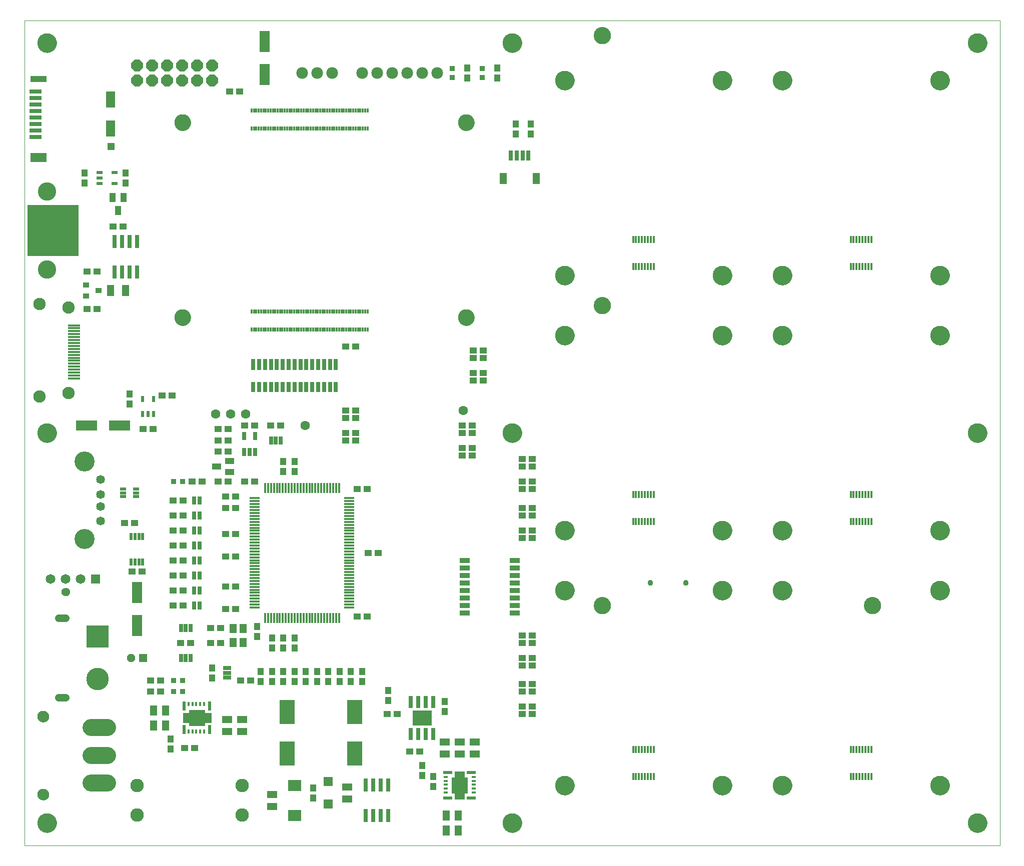
<source format=gts>
G75*
%MOIN*%
%OFA0B0*%
%FSLAX25Y25*%
%IPPOS*%
%LPD*%
%AMOC8*
5,1,8,0,0,1.08239X$1,22.5*
%
%ADD10C,0.00000*%
%ADD11C,0.12998*%
%ADD12R,0.01187X0.03156*%
%ADD13C,0.11030*%
%ADD14C,0.11325*%
%ADD15C,0.07683*%
%ADD16R,0.09061X0.07487*%
%ADD17C,0.09000*%
%ADD18R,0.06699X0.04731*%
%ADD19R,0.02762X0.09061*%
%ADD20R,0.05912X0.05912*%
%ADD21R,0.04337X0.04731*%
%ADD22R,0.10243X0.16148*%
%ADD23C,0.00039*%
%ADD24R,0.02362X0.05906*%
%ADD25R,0.01772X0.03150*%
%ADD26C,0.02781*%
%ADD27R,0.04731X0.04337*%
%ADD28R,0.04731X0.06699*%
%ADD29R,0.05906X0.02362*%
%ADD30R,0.03150X0.01772*%
%ADD31R,0.03550X0.03550*%
%ADD32R,0.02762X0.08274*%
%ADD33R,0.12605X0.09849*%
%ADD34R,0.06699X0.14180*%
%ADD35R,0.07874X0.01575*%
%ADD36C,0.08254*%
%ADD37R,0.08274X0.03156*%
%ADD38R,0.10636X0.04337*%
%ADD39R,0.10636X0.06306*%
%ADD40R,0.05912X0.11030*%
%ADD41R,0.05124X0.05124*%
%ADD42R,0.02762X0.07683*%
%ADD43R,0.02762X0.06896*%
%ADD44R,0.05124X0.07487*%
%ADD45R,0.02762X0.06502*%
%ADD46C,0.05833*%
%ADD47C,0.13392*%
%ADD48R,0.04400X0.02400*%
%ADD49R,0.02400X0.04400*%
%ADD50R,0.04140X0.01975*%
%ADD51R,0.14180X0.06699*%
%ADD52R,0.03943X0.03550*%
%ADD53C,0.12211*%
%ADD54R,0.33865X0.33865*%
%ADD55R,0.04337X0.05912*%
%ADD56R,0.04731X0.07487*%
%ADD57R,0.02014X0.04534*%
%ADD58R,0.06424X0.06424*%
%ADD59C,0.06502*%
%ADD60C,0.05518*%
%ADD61R,0.06699X0.01581*%
%ADD62R,0.01581X0.06699*%
%ADD63OC8,0.07800*%
%ADD64C,0.07800*%
%ADD65R,0.05400X0.02900*%
%ADD66R,0.02600X0.05600*%
%ADD67R,0.05912X0.04337*%
%ADD68C,0.06306*%
%ADD69R,0.02900X0.05400*%
%ADD70R,0.01581X0.05124*%
%ADD71C,0.03550*%
%ADD72C,0.11424*%
%ADD73R,0.07093X0.03392*%
%ADD74R,0.05518X0.05518*%
%ADD75OC8,0.05518*%
%ADD76R,0.05124X0.06306*%
%ADD77C,0.14967*%
%ADD78R,0.14967X0.14967*%
%ADD79C,0.05124*%
D10*
X0027589Y0022142D02*
X0027589Y0572142D01*
X0677589Y0572142D01*
X0677589Y0022142D01*
X0027589Y0022142D01*
X0036290Y0037142D02*
X0036292Y0037300D01*
X0036298Y0037458D01*
X0036308Y0037616D01*
X0036322Y0037774D01*
X0036340Y0037931D01*
X0036361Y0038088D01*
X0036387Y0038244D01*
X0036417Y0038400D01*
X0036450Y0038555D01*
X0036488Y0038708D01*
X0036529Y0038861D01*
X0036574Y0039013D01*
X0036623Y0039164D01*
X0036676Y0039313D01*
X0036732Y0039461D01*
X0036792Y0039607D01*
X0036856Y0039752D01*
X0036924Y0039895D01*
X0036995Y0040037D01*
X0037069Y0040177D01*
X0037147Y0040314D01*
X0037229Y0040450D01*
X0037313Y0040584D01*
X0037402Y0040715D01*
X0037493Y0040844D01*
X0037588Y0040971D01*
X0037685Y0041096D01*
X0037786Y0041218D01*
X0037890Y0041337D01*
X0037997Y0041454D01*
X0038107Y0041568D01*
X0038220Y0041679D01*
X0038335Y0041788D01*
X0038453Y0041893D01*
X0038574Y0041995D01*
X0038697Y0042095D01*
X0038823Y0042191D01*
X0038951Y0042284D01*
X0039081Y0042374D01*
X0039214Y0042460D01*
X0039349Y0042544D01*
X0039485Y0042623D01*
X0039624Y0042700D01*
X0039765Y0042772D01*
X0039907Y0042842D01*
X0040051Y0042907D01*
X0040197Y0042969D01*
X0040344Y0043027D01*
X0040493Y0043082D01*
X0040643Y0043133D01*
X0040794Y0043180D01*
X0040946Y0043223D01*
X0041099Y0043262D01*
X0041254Y0043298D01*
X0041409Y0043329D01*
X0041565Y0043357D01*
X0041721Y0043381D01*
X0041878Y0043401D01*
X0042036Y0043417D01*
X0042193Y0043429D01*
X0042352Y0043437D01*
X0042510Y0043441D01*
X0042668Y0043441D01*
X0042826Y0043437D01*
X0042985Y0043429D01*
X0043142Y0043417D01*
X0043300Y0043401D01*
X0043457Y0043381D01*
X0043613Y0043357D01*
X0043769Y0043329D01*
X0043924Y0043298D01*
X0044079Y0043262D01*
X0044232Y0043223D01*
X0044384Y0043180D01*
X0044535Y0043133D01*
X0044685Y0043082D01*
X0044834Y0043027D01*
X0044981Y0042969D01*
X0045127Y0042907D01*
X0045271Y0042842D01*
X0045413Y0042772D01*
X0045554Y0042700D01*
X0045693Y0042623D01*
X0045829Y0042544D01*
X0045964Y0042460D01*
X0046097Y0042374D01*
X0046227Y0042284D01*
X0046355Y0042191D01*
X0046481Y0042095D01*
X0046604Y0041995D01*
X0046725Y0041893D01*
X0046843Y0041788D01*
X0046958Y0041679D01*
X0047071Y0041568D01*
X0047181Y0041454D01*
X0047288Y0041337D01*
X0047392Y0041218D01*
X0047493Y0041096D01*
X0047590Y0040971D01*
X0047685Y0040844D01*
X0047776Y0040715D01*
X0047865Y0040584D01*
X0047949Y0040450D01*
X0048031Y0040314D01*
X0048109Y0040177D01*
X0048183Y0040037D01*
X0048254Y0039895D01*
X0048322Y0039752D01*
X0048386Y0039607D01*
X0048446Y0039461D01*
X0048502Y0039313D01*
X0048555Y0039164D01*
X0048604Y0039013D01*
X0048649Y0038861D01*
X0048690Y0038708D01*
X0048728Y0038555D01*
X0048761Y0038400D01*
X0048791Y0038244D01*
X0048817Y0038088D01*
X0048838Y0037931D01*
X0048856Y0037774D01*
X0048870Y0037616D01*
X0048880Y0037458D01*
X0048886Y0037300D01*
X0048888Y0037142D01*
X0048886Y0036984D01*
X0048880Y0036826D01*
X0048870Y0036668D01*
X0048856Y0036510D01*
X0048838Y0036353D01*
X0048817Y0036196D01*
X0048791Y0036040D01*
X0048761Y0035884D01*
X0048728Y0035729D01*
X0048690Y0035576D01*
X0048649Y0035423D01*
X0048604Y0035271D01*
X0048555Y0035120D01*
X0048502Y0034971D01*
X0048446Y0034823D01*
X0048386Y0034677D01*
X0048322Y0034532D01*
X0048254Y0034389D01*
X0048183Y0034247D01*
X0048109Y0034107D01*
X0048031Y0033970D01*
X0047949Y0033834D01*
X0047865Y0033700D01*
X0047776Y0033569D01*
X0047685Y0033440D01*
X0047590Y0033313D01*
X0047493Y0033188D01*
X0047392Y0033066D01*
X0047288Y0032947D01*
X0047181Y0032830D01*
X0047071Y0032716D01*
X0046958Y0032605D01*
X0046843Y0032496D01*
X0046725Y0032391D01*
X0046604Y0032289D01*
X0046481Y0032189D01*
X0046355Y0032093D01*
X0046227Y0032000D01*
X0046097Y0031910D01*
X0045964Y0031824D01*
X0045829Y0031740D01*
X0045693Y0031661D01*
X0045554Y0031584D01*
X0045413Y0031512D01*
X0045271Y0031442D01*
X0045127Y0031377D01*
X0044981Y0031315D01*
X0044834Y0031257D01*
X0044685Y0031202D01*
X0044535Y0031151D01*
X0044384Y0031104D01*
X0044232Y0031061D01*
X0044079Y0031022D01*
X0043924Y0030986D01*
X0043769Y0030955D01*
X0043613Y0030927D01*
X0043457Y0030903D01*
X0043300Y0030883D01*
X0043142Y0030867D01*
X0042985Y0030855D01*
X0042826Y0030847D01*
X0042668Y0030843D01*
X0042510Y0030843D01*
X0042352Y0030847D01*
X0042193Y0030855D01*
X0042036Y0030867D01*
X0041878Y0030883D01*
X0041721Y0030903D01*
X0041565Y0030927D01*
X0041409Y0030955D01*
X0041254Y0030986D01*
X0041099Y0031022D01*
X0040946Y0031061D01*
X0040794Y0031104D01*
X0040643Y0031151D01*
X0040493Y0031202D01*
X0040344Y0031257D01*
X0040197Y0031315D01*
X0040051Y0031377D01*
X0039907Y0031442D01*
X0039765Y0031512D01*
X0039624Y0031584D01*
X0039485Y0031661D01*
X0039349Y0031740D01*
X0039214Y0031824D01*
X0039081Y0031910D01*
X0038951Y0032000D01*
X0038823Y0032093D01*
X0038697Y0032189D01*
X0038574Y0032289D01*
X0038453Y0032391D01*
X0038335Y0032496D01*
X0038220Y0032605D01*
X0038107Y0032716D01*
X0037997Y0032830D01*
X0037890Y0032947D01*
X0037786Y0033066D01*
X0037685Y0033188D01*
X0037588Y0033313D01*
X0037493Y0033440D01*
X0037402Y0033569D01*
X0037313Y0033700D01*
X0037229Y0033834D01*
X0037147Y0033970D01*
X0037069Y0034107D01*
X0036995Y0034247D01*
X0036924Y0034389D01*
X0036856Y0034532D01*
X0036792Y0034677D01*
X0036732Y0034823D01*
X0036676Y0034971D01*
X0036623Y0035120D01*
X0036574Y0035271D01*
X0036529Y0035423D01*
X0036488Y0035576D01*
X0036450Y0035729D01*
X0036417Y0035884D01*
X0036387Y0036040D01*
X0036361Y0036196D01*
X0036340Y0036353D01*
X0036322Y0036510D01*
X0036308Y0036668D01*
X0036298Y0036826D01*
X0036292Y0036984D01*
X0036290Y0037142D01*
X0036467Y0056158D02*
X0036469Y0056278D01*
X0036475Y0056399D01*
X0036485Y0056519D01*
X0036499Y0056638D01*
X0036517Y0056757D01*
X0036538Y0056876D01*
X0036564Y0056994D01*
X0036594Y0057110D01*
X0036627Y0057226D01*
X0036664Y0057341D01*
X0036705Y0057454D01*
X0036750Y0057566D01*
X0036798Y0057676D01*
X0036850Y0057785D01*
X0036906Y0057891D01*
X0036965Y0057996D01*
X0037028Y0058099D01*
X0037093Y0058200D01*
X0037163Y0058299D01*
X0037235Y0058395D01*
X0037310Y0058489D01*
X0037389Y0058580D01*
X0037471Y0058669D01*
X0037555Y0058754D01*
X0037642Y0058838D01*
X0037732Y0058918D01*
X0037825Y0058995D01*
X0037920Y0059069D01*
X0038017Y0059139D01*
X0038117Y0059207D01*
X0038219Y0059271D01*
X0038323Y0059332D01*
X0038429Y0059389D01*
X0038537Y0059443D01*
X0038646Y0059493D01*
X0038757Y0059540D01*
X0038870Y0059583D01*
X0038984Y0059622D01*
X0039099Y0059657D01*
X0039215Y0059689D01*
X0039332Y0059716D01*
X0039450Y0059740D01*
X0039569Y0059760D01*
X0039688Y0059776D01*
X0039808Y0059788D01*
X0039928Y0059796D01*
X0040049Y0059800D01*
X0040169Y0059800D01*
X0040290Y0059796D01*
X0040410Y0059788D01*
X0040530Y0059776D01*
X0040649Y0059760D01*
X0040768Y0059740D01*
X0040886Y0059716D01*
X0041003Y0059689D01*
X0041119Y0059657D01*
X0041234Y0059622D01*
X0041348Y0059583D01*
X0041461Y0059540D01*
X0041572Y0059493D01*
X0041681Y0059443D01*
X0041789Y0059389D01*
X0041895Y0059332D01*
X0041999Y0059271D01*
X0042101Y0059207D01*
X0042201Y0059139D01*
X0042298Y0059069D01*
X0042393Y0058995D01*
X0042486Y0058918D01*
X0042576Y0058838D01*
X0042663Y0058754D01*
X0042747Y0058669D01*
X0042829Y0058580D01*
X0042908Y0058489D01*
X0042983Y0058395D01*
X0043055Y0058299D01*
X0043125Y0058200D01*
X0043190Y0058099D01*
X0043253Y0057996D01*
X0043312Y0057891D01*
X0043368Y0057785D01*
X0043420Y0057676D01*
X0043468Y0057566D01*
X0043513Y0057454D01*
X0043554Y0057341D01*
X0043591Y0057226D01*
X0043624Y0057110D01*
X0043654Y0056994D01*
X0043680Y0056876D01*
X0043701Y0056757D01*
X0043719Y0056638D01*
X0043733Y0056519D01*
X0043743Y0056399D01*
X0043749Y0056278D01*
X0043751Y0056158D01*
X0043749Y0056038D01*
X0043743Y0055917D01*
X0043733Y0055797D01*
X0043719Y0055678D01*
X0043701Y0055559D01*
X0043680Y0055440D01*
X0043654Y0055322D01*
X0043624Y0055206D01*
X0043591Y0055090D01*
X0043554Y0054975D01*
X0043513Y0054862D01*
X0043468Y0054750D01*
X0043420Y0054640D01*
X0043368Y0054531D01*
X0043312Y0054425D01*
X0043253Y0054320D01*
X0043190Y0054217D01*
X0043125Y0054116D01*
X0043055Y0054017D01*
X0042983Y0053921D01*
X0042908Y0053827D01*
X0042829Y0053736D01*
X0042747Y0053647D01*
X0042663Y0053562D01*
X0042576Y0053478D01*
X0042486Y0053398D01*
X0042393Y0053321D01*
X0042298Y0053247D01*
X0042201Y0053177D01*
X0042101Y0053109D01*
X0041999Y0053045D01*
X0041895Y0052984D01*
X0041789Y0052927D01*
X0041681Y0052873D01*
X0041572Y0052823D01*
X0041461Y0052776D01*
X0041348Y0052733D01*
X0041234Y0052694D01*
X0041119Y0052659D01*
X0041003Y0052627D01*
X0040886Y0052600D01*
X0040768Y0052576D01*
X0040649Y0052556D01*
X0040530Y0052540D01*
X0040410Y0052528D01*
X0040290Y0052520D01*
X0040169Y0052516D01*
X0040049Y0052516D01*
X0039928Y0052520D01*
X0039808Y0052528D01*
X0039688Y0052540D01*
X0039569Y0052556D01*
X0039450Y0052576D01*
X0039332Y0052600D01*
X0039215Y0052627D01*
X0039099Y0052659D01*
X0038984Y0052694D01*
X0038870Y0052733D01*
X0038757Y0052776D01*
X0038646Y0052823D01*
X0038537Y0052873D01*
X0038429Y0052927D01*
X0038323Y0052984D01*
X0038219Y0053045D01*
X0038117Y0053109D01*
X0038017Y0053177D01*
X0037920Y0053247D01*
X0037825Y0053321D01*
X0037732Y0053398D01*
X0037642Y0053478D01*
X0037555Y0053562D01*
X0037471Y0053647D01*
X0037389Y0053736D01*
X0037310Y0053827D01*
X0037235Y0053921D01*
X0037163Y0054017D01*
X0037093Y0054116D01*
X0037028Y0054217D01*
X0036965Y0054320D01*
X0036906Y0054425D01*
X0036850Y0054531D01*
X0036798Y0054640D01*
X0036750Y0054750D01*
X0036705Y0054862D01*
X0036664Y0054975D01*
X0036627Y0055090D01*
X0036594Y0055206D01*
X0036564Y0055322D01*
X0036538Y0055440D01*
X0036517Y0055559D01*
X0036499Y0055678D01*
X0036485Y0055797D01*
X0036475Y0055917D01*
X0036469Y0056038D01*
X0036467Y0056158D01*
X0036467Y0108127D02*
X0036469Y0108247D01*
X0036475Y0108368D01*
X0036485Y0108488D01*
X0036499Y0108607D01*
X0036517Y0108726D01*
X0036538Y0108845D01*
X0036564Y0108963D01*
X0036594Y0109079D01*
X0036627Y0109195D01*
X0036664Y0109310D01*
X0036705Y0109423D01*
X0036750Y0109535D01*
X0036798Y0109645D01*
X0036850Y0109754D01*
X0036906Y0109860D01*
X0036965Y0109965D01*
X0037028Y0110068D01*
X0037093Y0110169D01*
X0037163Y0110268D01*
X0037235Y0110364D01*
X0037310Y0110458D01*
X0037389Y0110549D01*
X0037471Y0110638D01*
X0037555Y0110723D01*
X0037642Y0110807D01*
X0037732Y0110887D01*
X0037825Y0110964D01*
X0037920Y0111038D01*
X0038017Y0111108D01*
X0038117Y0111176D01*
X0038219Y0111240D01*
X0038323Y0111301D01*
X0038429Y0111358D01*
X0038537Y0111412D01*
X0038646Y0111462D01*
X0038757Y0111509D01*
X0038870Y0111552D01*
X0038984Y0111591D01*
X0039099Y0111626D01*
X0039215Y0111658D01*
X0039332Y0111685D01*
X0039450Y0111709D01*
X0039569Y0111729D01*
X0039688Y0111745D01*
X0039808Y0111757D01*
X0039928Y0111765D01*
X0040049Y0111769D01*
X0040169Y0111769D01*
X0040290Y0111765D01*
X0040410Y0111757D01*
X0040530Y0111745D01*
X0040649Y0111729D01*
X0040768Y0111709D01*
X0040886Y0111685D01*
X0041003Y0111658D01*
X0041119Y0111626D01*
X0041234Y0111591D01*
X0041348Y0111552D01*
X0041461Y0111509D01*
X0041572Y0111462D01*
X0041681Y0111412D01*
X0041789Y0111358D01*
X0041895Y0111301D01*
X0041999Y0111240D01*
X0042101Y0111176D01*
X0042201Y0111108D01*
X0042298Y0111038D01*
X0042393Y0110964D01*
X0042486Y0110887D01*
X0042576Y0110807D01*
X0042663Y0110723D01*
X0042747Y0110638D01*
X0042829Y0110549D01*
X0042908Y0110458D01*
X0042983Y0110364D01*
X0043055Y0110268D01*
X0043125Y0110169D01*
X0043190Y0110068D01*
X0043253Y0109965D01*
X0043312Y0109860D01*
X0043368Y0109754D01*
X0043420Y0109645D01*
X0043468Y0109535D01*
X0043513Y0109423D01*
X0043554Y0109310D01*
X0043591Y0109195D01*
X0043624Y0109079D01*
X0043654Y0108963D01*
X0043680Y0108845D01*
X0043701Y0108726D01*
X0043719Y0108607D01*
X0043733Y0108488D01*
X0043743Y0108368D01*
X0043749Y0108247D01*
X0043751Y0108127D01*
X0043749Y0108007D01*
X0043743Y0107886D01*
X0043733Y0107766D01*
X0043719Y0107647D01*
X0043701Y0107528D01*
X0043680Y0107409D01*
X0043654Y0107291D01*
X0043624Y0107175D01*
X0043591Y0107059D01*
X0043554Y0106944D01*
X0043513Y0106831D01*
X0043468Y0106719D01*
X0043420Y0106609D01*
X0043368Y0106500D01*
X0043312Y0106394D01*
X0043253Y0106289D01*
X0043190Y0106186D01*
X0043125Y0106085D01*
X0043055Y0105986D01*
X0042983Y0105890D01*
X0042908Y0105796D01*
X0042829Y0105705D01*
X0042747Y0105616D01*
X0042663Y0105531D01*
X0042576Y0105447D01*
X0042486Y0105367D01*
X0042393Y0105290D01*
X0042298Y0105216D01*
X0042201Y0105146D01*
X0042101Y0105078D01*
X0041999Y0105014D01*
X0041895Y0104953D01*
X0041789Y0104896D01*
X0041681Y0104842D01*
X0041572Y0104792D01*
X0041461Y0104745D01*
X0041348Y0104702D01*
X0041234Y0104663D01*
X0041119Y0104628D01*
X0041003Y0104596D01*
X0040886Y0104569D01*
X0040768Y0104545D01*
X0040649Y0104525D01*
X0040530Y0104509D01*
X0040410Y0104497D01*
X0040290Y0104489D01*
X0040169Y0104485D01*
X0040049Y0104485D01*
X0039928Y0104489D01*
X0039808Y0104497D01*
X0039688Y0104509D01*
X0039569Y0104525D01*
X0039450Y0104545D01*
X0039332Y0104569D01*
X0039215Y0104596D01*
X0039099Y0104628D01*
X0038984Y0104663D01*
X0038870Y0104702D01*
X0038757Y0104745D01*
X0038646Y0104792D01*
X0038537Y0104842D01*
X0038429Y0104896D01*
X0038323Y0104953D01*
X0038219Y0105014D01*
X0038117Y0105078D01*
X0038017Y0105146D01*
X0037920Y0105216D01*
X0037825Y0105290D01*
X0037732Y0105367D01*
X0037642Y0105447D01*
X0037555Y0105531D01*
X0037471Y0105616D01*
X0037389Y0105705D01*
X0037310Y0105796D01*
X0037235Y0105890D01*
X0037163Y0105986D01*
X0037093Y0106085D01*
X0037028Y0106186D01*
X0036965Y0106289D01*
X0036906Y0106394D01*
X0036850Y0106500D01*
X0036798Y0106609D01*
X0036750Y0106719D01*
X0036705Y0106831D01*
X0036664Y0106944D01*
X0036627Y0107059D01*
X0036594Y0107175D01*
X0036564Y0107291D01*
X0036538Y0107409D01*
X0036517Y0107528D01*
X0036499Y0107647D01*
X0036485Y0107766D01*
X0036475Y0107886D01*
X0036469Y0108007D01*
X0036467Y0108127D01*
X0052530Y0191138D02*
X0052532Y0191239D01*
X0052538Y0191340D01*
X0052548Y0191441D01*
X0052562Y0191541D01*
X0052580Y0191640D01*
X0052602Y0191739D01*
X0052627Y0191837D01*
X0052657Y0191934D01*
X0052690Y0192029D01*
X0052727Y0192123D01*
X0052768Y0192216D01*
X0052812Y0192307D01*
X0052860Y0192396D01*
X0052912Y0192483D01*
X0052967Y0192568D01*
X0053025Y0192650D01*
X0053086Y0192731D01*
X0053151Y0192809D01*
X0053218Y0192884D01*
X0053288Y0192956D01*
X0053362Y0193026D01*
X0053438Y0193093D01*
X0053516Y0193157D01*
X0053597Y0193217D01*
X0053680Y0193274D01*
X0053766Y0193328D01*
X0053854Y0193379D01*
X0053943Y0193426D01*
X0054034Y0193470D01*
X0054127Y0193509D01*
X0054222Y0193546D01*
X0054317Y0193578D01*
X0054414Y0193607D01*
X0054513Y0193631D01*
X0054611Y0193652D01*
X0054711Y0193669D01*
X0054811Y0193682D01*
X0054912Y0193691D01*
X0055013Y0193696D01*
X0055114Y0193697D01*
X0055215Y0193694D01*
X0055316Y0193687D01*
X0055417Y0193676D01*
X0055517Y0193661D01*
X0055616Y0193642D01*
X0055715Y0193619D01*
X0055812Y0193593D01*
X0055909Y0193562D01*
X0056004Y0193528D01*
X0056097Y0193490D01*
X0056190Y0193448D01*
X0056280Y0193403D01*
X0056369Y0193354D01*
X0056455Y0193302D01*
X0056539Y0193246D01*
X0056622Y0193187D01*
X0056701Y0193125D01*
X0056779Y0193060D01*
X0056853Y0192992D01*
X0056925Y0192920D01*
X0056994Y0192847D01*
X0057060Y0192770D01*
X0057123Y0192691D01*
X0057183Y0192609D01*
X0057239Y0192525D01*
X0057292Y0192439D01*
X0057342Y0192351D01*
X0057388Y0192261D01*
X0057431Y0192170D01*
X0057470Y0192076D01*
X0057505Y0191981D01*
X0057536Y0191885D01*
X0057564Y0191788D01*
X0057588Y0191690D01*
X0057608Y0191591D01*
X0057624Y0191491D01*
X0057636Y0191390D01*
X0057644Y0191290D01*
X0057648Y0191189D01*
X0057648Y0191087D01*
X0057644Y0190986D01*
X0057636Y0190886D01*
X0057624Y0190785D01*
X0057608Y0190685D01*
X0057588Y0190586D01*
X0057564Y0190488D01*
X0057536Y0190391D01*
X0057505Y0190295D01*
X0057470Y0190200D01*
X0057431Y0190106D01*
X0057388Y0190015D01*
X0057342Y0189925D01*
X0057292Y0189837D01*
X0057239Y0189751D01*
X0057183Y0189667D01*
X0057123Y0189585D01*
X0057060Y0189506D01*
X0056994Y0189429D01*
X0056925Y0189356D01*
X0056853Y0189284D01*
X0056779Y0189216D01*
X0056701Y0189151D01*
X0056622Y0189089D01*
X0056539Y0189030D01*
X0056455Y0188974D01*
X0056368Y0188922D01*
X0056280Y0188873D01*
X0056190Y0188828D01*
X0056097Y0188786D01*
X0056004Y0188748D01*
X0055909Y0188714D01*
X0055812Y0188683D01*
X0055715Y0188657D01*
X0055616Y0188634D01*
X0055517Y0188615D01*
X0055417Y0188600D01*
X0055316Y0188589D01*
X0055215Y0188582D01*
X0055114Y0188579D01*
X0055013Y0188580D01*
X0054912Y0188585D01*
X0054811Y0188594D01*
X0054711Y0188607D01*
X0054611Y0188624D01*
X0054513Y0188645D01*
X0054414Y0188669D01*
X0054317Y0188698D01*
X0054222Y0188730D01*
X0054127Y0188767D01*
X0054034Y0188806D01*
X0053943Y0188850D01*
X0053854Y0188897D01*
X0053766Y0188948D01*
X0053680Y0189002D01*
X0053597Y0189059D01*
X0053516Y0189119D01*
X0053438Y0189183D01*
X0053362Y0189250D01*
X0053288Y0189320D01*
X0053218Y0189392D01*
X0053151Y0189467D01*
X0053086Y0189545D01*
X0053025Y0189626D01*
X0052967Y0189708D01*
X0052912Y0189793D01*
X0052860Y0189880D01*
X0052812Y0189969D01*
X0052768Y0190060D01*
X0052727Y0190153D01*
X0052690Y0190247D01*
X0052657Y0190342D01*
X0052627Y0190439D01*
X0052602Y0190537D01*
X0052580Y0190636D01*
X0052562Y0190735D01*
X0052548Y0190835D01*
X0052538Y0190936D01*
X0052532Y0191037D01*
X0052530Y0191138D01*
X0036290Y0297142D02*
X0036292Y0297300D01*
X0036298Y0297458D01*
X0036308Y0297616D01*
X0036322Y0297774D01*
X0036340Y0297931D01*
X0036361Y0298088D01*
X0036387Y0298244D01*
X0036417Y0298400D01*
X0036450Y0298555D01*
X0036488Y0298708D01*
X0036529Y0298861D01*
X0036574Y0299013D01*
X0036623Y0299164D01*
X0036676Y0299313D01*
X0036732Y0299461D01*
X0036792Y0299607D01*
X0036856Y0299752D01*
X0036924Y0299895D01*
X0036995Y0300037D01*
X0037069Y0300177D01*
X0037147Y0300314D01*
X0037229Y0300450D01*
X0037313Y0300584D01*
X0037402Y0300715D01*
X0037493Y0300844D01*
X0037588Y0300971D01*
X0037685Y0301096D01*
X0037786Y0301218D01*
X0037890Y0301337D01*
X0037997Y0301454D01*
X0038107Y0301568D01*
X0038220Y0301679D01*
X0038335Y0301788D01*
X0038453Y0301893D01*
X0038574Y0301995D01*
X0038697Y0302095D01*
X0038823Y0302191D01*
X0038951Y0302284D01*
X0039081Y0302374D01*
X0039214Y0302460D01*
X0039349Y0302544D01*
X0039485Y0302623D01*
X0039624Y0302700D01*
X0039765Y0302772D01*
X0039907Y0302842D01*
X0040051Y0302907D01*
X0040197Y0302969D01*
X0040344Y0303027D01*
X0040493Y0303082D01*
X0040643Y0303133D01*
X0040794Y0303180D01*
X0040946Y0303223D01*
X0041099Y0303262D01*
X0041254Y0303298D01*
X0041409Y0303329D01*
X0041565Y0303357D01*
X0041721Y0303381D01*
X0041878Y0303401D01*
X0042036Y0303417D01*
X0042193Y0303429D01*
X0042352Y0303437D01*
X0042510Y0303441D01*
X0042668Y0303441D01*
X0042826Y0303437D01*
X0042985Y0303429D01*
X0043142Y0303417D01*
X0043300Y0303401D01*
X0043457Y0303381D01*
X0043613Y0303357D01*
X0043769Y0303329D01*
X0043924Y0303298D01*
X0044079Y0303262D01*
X0044232Y0303223D01*
X0044384Y0303180D01*
X0044535Y0303133D01*
X0044685Y0303082D01*
X0044834Y0303027D01*
X0044981Y0302969D01*
X0045127Y0302907D01*
X0045271Y0302842D01*
X0045413Y0302772D01*
X0045554Y0302700D01*
X0045693Y0302623D01*
X0045829Y0302544D01*
X0045964Y0302460D01*
X0046097Y0302374D01*
X0046227Y0302284D01*
X0046355Y0302191D01*
X0046481Y0302095D01*
X0046604Y0301995D01*
X0046725Y0301893D01*
X0046843Y0301788D01*
X0046958Y0301679D01*
X0047071Y0301568D01*
X0047181Y0301454D01*
X0047288Y0301337D01*
X0047392Y0301218D01*
X0047493Y0301096D01*
X0047590Y0300971D01*
X0047685Y0300844D01*
X0047776Y0300715D01*
X0047865Y0300584D01*
X0047949Y0300450D01*
X0048031Y0300314D01*
X0048109Y0300177D01*
X0048183Y0300037D01*
X0048254Y0299895D01*
X0048322Y0299752D01*
X0048386Y0299607D01*
X0048446Y0299461D01*
X0048502Y0299313D01*
X0048555Y0299164D01*
X0048604Y0299013D01*
X0048649Y0298861D01*
X0048690Y0298708D01*
X0048728Y0298555D01*
X0048761Y0298400D01*
X0048791Y0298244D01*
X0048817Y0298088D01*
X0048838Y0297931D01*
X0048856Y0297774D01*
X0048870Y0297616D01*
X0048880Y0297458D01*
X0048886Y0297300D01*
X0048888Y0297142D01*
X0048886Y0296984D01*
X0048880Y0296826D01*
X0048870Y0296668D01*
X0048856Y0296510D01*
X0048838Y0296353D01*
X0048817Y0296196D01*
X0048791Y0296040D01*
X0048761Y0295884D01*
X0048728Y0295729D01*
X0048690Y0295576D01*
X0048649Y0295423D01*
X0048604Y0295271D01*
X0048555Y0295120D01*
X0048502Y0294971D01*
X0048446Y0294823D01*
X0048386Y0294677D01*
X0048322Y0294532D01*
X0048254Y0294389D01*
X0048183Y0294247D01*
X0048109Y0294107D01*
X0048031Y0293970D01*
X0047949Y0293834D01*
X0047865Y0293700D01*
X0047776Y0293569D01*
X0047685Y0293440D01*
X0047590Y0293313D01*
X0047493Y0293188D01*
X0047392Y0293066D01*
X0047288Y0292947D01*
X0047181Y0292830D01*
X0047071Y0292716D01*
X0046958Y0292605D01*
X0046843Y0292496D01*
X0046725Y0292391D01*
X0046604Y0292289D01*
X0046481Y0292189D01*
X0046355Y0292093D01*
X0046227Y0292000D01*
X0046097Y0291910D01*
X0045964Y0291824D01*
X0045829Y0291740D01*
X0045693Y0291661D01*
X0045554Y0291584D01*
X0045413Y0291512D01*
X0045271Y0291442D01*
X0045127Y0291377D01*
X0044981Y0291315D01*
X0044834Y0291257D01*
X0044685Y0291202D01*
X0044535Y0291151D01*
X0044384Y0291104D01*
X0044232Y0291061D01*
X0044079Y0291022D01*
X0043924Y0290986D01*
X0043769Y0290955D01*
X0043613Y0290927D01*
X0043457Y0290903D01*
X0043300Y0290883D01*
X0043142Y0290867D01*
X0042985Y0290855D01*
X0042826Y0290847D01*
X0042668Y0290843D01*
X0042510Y0290843D01*
X0042352Y0290847D01*
X0042193Y0290855D01*
X0042036Y0290867D01*
X0041878Y0290883D01*
X0041721Y0290903D01*
X0041565Y0290927D01*
X0041409Y0290955D01*
X0041254Y0290986D01*
X0041099Y0291022D01*
X0040946Y0291061D01*
X0040794Y0291104D01*
X0040643Y0291151D01*
X0040493Y0291202D01*
X0040344Y0291257D01*
X0040197Y0291315D01*
X0040051Y0291377D01*
X0039907Y0291442D01*
X0039765Y0291512D01*
X0039624Y0291584D01*
X0039485Y0291661D01*
X0039349Y0291740D01*
X0039214Y0291824D01*
X0039081Y0291910D01*
X0038951Y0292000D01*
X0038823Y0292093D01*
X0038697Y0292189D01*
X0038574Y0292289D01*
X0038453Y0292391D01*
X0038335Y0292496D01*
X0038220Y0292605D01*
X0038107Y0292716D01*
X0037997Y0292830D01*
X0037890Y0292947D01*
X0037786Y0293066D01*
X0037685Y0293188D01*
X0037588Y0293313D01*
X0037493Y0293440D01*
X0037402Y0293569D01*
X0037313Y0293700D01*
X0037229Y0293834D01*
X0037147Y0293970D01*
X0037069Y0294107D01*
X0036995Y0294247D01*
X0036924Y0294389D01*
X0036856Y0294532D01*
X0036792Y0294677D01*
X0036732Y0294823D01*
X0036676Y0294971D01*
X0036623Y0295120D01*
X0036574Y0295271D01*
X0036529Y0295423D01*
X0036488Y0295576D01*
X0036450Y0295729D01*
X0036417Y0295884D01*
X0036387Y0296040D01*
X0036361Y0296196D01*
X0036340Y0296353D01*
X0036322Y0296510D01*
X0036308Y0296668D01*
X0036298Y0296826D01*
X0036292Y0296984D01*
X0036290Y0297142D01*
X0127628Y0374111D02*
X0127630Y0374256D01*
X0127636Y0374401D01*
X0127646Y0374546D01*
X0127660Y0374691D01*
X0127678Y0374835D01*
X0127699Y0374978D01*
X0127725Y0375121D01*
X0127754Y0375263D01*
X0127788Y0375405D01*
X0127825Y0375545D01*
X0127866Y0375684D01*
X0127911Y0375822D01*
X0127960Y0375959D01*
X0128012Y0376095D01*
X0128068Y0376229D01*
X0128128Y0376361D01*
X0128191Y0376492D01*
X0128258Y0376620D01*
X0128328Y0376748D01*
X0128402Y0376873D01*
X0128479Y0376996D01*
X0128559Y0377116D01*
X0128643Y0377235D01*
X0128730Y0377351D01*
X0128820Y0377465D01*
X0128913Y0377577D01*
X0129009Y0377685D01*
X0129109Y0377791D01*
X0129210Y0377895D01*
X0129315Y0377995D01*
X0129423Y0378093D01*
X0129533Y0378188D01*
X0129645Y0378279D01*
X0129760Y0378368D01*
X0129878Y0378453D01*
X0129998Y0378535D01*
X0130120Y0378614D01*
X0130244Y0378690D01*
X0130370Y0378762D01*
X0130498Y0378830D01*
X0130628Y0378895D01*
X0130759Y0378957D01*
X0130892Y0379014D01*
X0131027Y0379069D01*
X0131163Y0379119D01*
X0131301Y0379166D01*
X0131439Y0379209D01*
X0131579Y0379248D01*
X0131720Y0379283D01*
X0131862Y0379315D01*
X0132004Y0379342D01*
X0132147Y0379366D01*
X0132291Y0379386D01*
X0132436Y0379402D01*
X0132580Y0379414D01*
X0132725Y0379422D01*
X0132870Y0379426D01*
X0133016Y0379426D01*
X0133161Y0379422D01*
X0133306Y0379414D01*
X0133450Y0379402D01*
X0133595Y0379386D01*
X0133739Y0379366D01*
X0133882Y0379342D01*
X0134024Y0379315D01*
X0134166Y0379283D01*
X0134307Y0379248D01*
X0134447Y0379209D01*
X0134585Y0379166D01*
X0134723Y0379119D01*
X0134859Y0379069D01*
X0134994Y0379014D01*
X0135127Y0378957D01*
X0135258Y0378895D01*
X0135388Y0378830D01*
X0135516Y0378762D01*
X0135642Y0378690D01*
X0135766Y0378614D01*
X0135888Y0378535D01*
X0136008Y0378453D01*
X0136126Y0378368D01*
X0136241Y0378279D01*
X0136353Y0378188D01*
X0136463Y0378093D01*
X0136571Y0377995D01*
X0136676Y0377895D01*
X0136777Y0377791D01*
X0136877Y0377685D01*
X0136973Y0377577D01*
X0137066Y0377465D01*
X0137156Y0377351D01*
X0137243Y0377235D01*
X0137327Y0377116D01*
X0137407Y0376996D01*
X0137484Y0376873D01*
X0137558Y0376748D01*
X0137628Y0376620D01*
X0137695Y0376492D01*
X0137758Y0376361D01*
X0137818Y0376229D01*
X0137874Y0376095D01*
X0137926Y0375959D01*
X0137975Y0375822D01*
X0138020Y0375684D01*
X0138061Y0375545D01*
X0138098Y0375405D01*
X0138132Y0375263D01*
X0138161Y0375121D01*
X0138187Y0374978D01*
X0138208Y0374835D01*
X0138226Y0374691D01*
X0138240Y0374546D01*
X0138250Y0374401D01*
X0138256Y0374256D01*
X0138258Y0374111D01*
X0138256Y0373966D01*
X0138250Y0373821D01*
X0138240Y0373676D01*
X0138226Y0373531D01*
X0138208Y0373387D01*
X0138187Y0373244D01*
X0138161Y0373101D01*
X0138132Y0372959D01*
X0138098Y0372817D01*
X0138061Y0372677D01*
X0138020Y0372538D01*
X0137975Y0372400D01*
X0137926Y0372263D01*
X0137874Y0372127D01*
X0137818Y0371993D01*
X0137758Y0371861D01*
X0137695Y0371730D01*
X0137628Y0371602D01*
X0137558Y0371474D01*
X0137484Y0371349D01*
X0137407Y0371226D01*
X0137327Y0371106D01*
X0137243Y0370987D01*
X0137156Y0370871D01*
X0137066Y0370757D01*
X0136973Y0370645D01*
X0136877Y0370537D01*
X0136777Y0370431D01*
X0136676Y0370327D01*
X0136571Y0370227D01*
X0136463Y0370129D01*
X0136353Y0370034D01*
X0136241Y0369943D01*
X0136126Y0369854D01*
X0136008Y0369769D01*
X0135888Y0369687D01*
X0135766Y0369608D01*
X0135642Y0369532D01*
X0135516Y0369460D01*
X0135388Y0369392D01*
X0135258Y0369327D01*
X0135127Y0369265D01*
X0134994Y0369208D01*
X0134859Y0369153D01*
X0134723Y0369103D01*
X0134585Y0369056D01*
X0134447Y0369013D01*
X0134307Y0368974D01*
X0134166Y0368939D01*
X0134024Y0368907D01*
X0133882Y0368880D01*
X0133739Y0368856D01*
X0133595Y0368836D01*
X0133450Y0368820D01*
X0133306Y0368808D01*
X0133161Y0368800D01*
X0133016Y0368796D01*
X0132870Y0368796D01*
X0132725Y0368800D01*
X0132580Y0368808D01*
X0132436Y0368820D01*
X0132291Y0368836D01*
X0132147Y0368856D01*
X0132004Y0368880D01*
X0131862Y0368907D01*
X0131720Y0368939D01*
X0131579Y0368974D01*
X0131439Y0369013D01*
X0131301Y0369056D01*
X0131163Y0369103D01*
X0131027Y0369153D01*
X0130892Y0369208D01*
X0130759Y0369265D01*
X0130628Y0369327D01*
X0130498Y0369392D01*
X0130370Y0369460D01*
X0130244Y0369532D01*
X0130120Y0369608D01*
X0129998Y0369687D01*
X0129878Y0369769D01*
X0129760Y0369854D01*
X0129645Y0369943D01*
X0129533Y0370034D01*
X0129423Y0370129D01*
X0129315Y0370227D01*
X0129210Y0370327D01*
X0129109Y0370431D01*
X0129009Y0370537D01*
X0128913Y0370645D01*
X0128820Y0370757D01*
X0128730Y0370871D01*
X0128643Y0370987D01*
X0128559Y0371106D01*
X0128479Y0371226D01*
X0128402Y0371349D01*
X0128328Y0371474D01*
X0128258Y0371602D01*
X0128191Y0371730D01*
X0128128Y0371861D01*
X0128068Y0371993D01*
X0128012Y0372127D01*
X0127960Y0372263D01*
X0127911Y0372400D01*
X0127866Y0372538D01*
X0127825Y0372677D01*
X0127788Y0372817D01*
X0127754Y0372959D01*
X0127725Y0373101D01*
X0127699Y0373244D01*
X0127678Y0373387D01*
X0127660Y0373531D01*
X0127646Y0373676D01*
X0127636Y0373821D01*
X0127630Y0373966D01*
X0127628Y0374111D01*
X0127628Y0504032D02*
X0127630Y0504177D01*
X0127636Y0504322D01*
X0127646Y0504467D01*
X0127660Y0504612D01*
X0127678Y0504756D01*
X0127699Y0504899D01*
X0127725Y0505042D01*
X0127754Y0505184D01*
X0127788Y0505326D01*
X0127825Y0505466D01*
X0127866Y0505605D01*
X0127911Y0505743D01*
X0127960Y0505880D01*
X0128012Y0506016D01*
X0128068Y0506150D01*
X0128128Y0506282D01*
X0128191Y0506413D01*
X0128258Y0506541D01*
X0128328Y0506669D01*
X0128402Y0506794D01*
X0128479Y0506917D01*
X0128559Y0507037D01*
X0128643Y0507156D01*
X0128730Y0507272D01*
X0128820Y0507386D01*
X0128913Y0507498D01*
X0129009Y0507606D01*
X0129109Y0507712D01*
X0129210Y0507816D01*
X0129315Y0507916D01*
X0129423Y0508014D01*
X0129533Y0508109D01*
X0129645Y0508200D01*
X0129760Y0508289D01*
X0129878Y0508374D01*
X0129998Y0508456D01*
X0130120Y0508535D01*
X0130244Y0508611D01*
X0130370Y0508683D01*
X0130498Y0508751D01*
X0130628Y0508816D01*
X0130759Y0508878D01*
X0130892Y0508935D01*
X0131027Y0508990D01*
X0131163Y0509040D01*
X0131301Y0509087D01*
X0131439Y0509130D01*
X0131579Y0509169D01*
X0131720Y0509204D01*
X0131862Y0509236D01*
X0132004Y0509263D01*
X0132147Y0509287D01*
X0132291Y0509307D01*
X0132436Y0509323D01*
X0132580Y0509335D01*
X0132725Y0509343D01*
X0132870Y0509347D01*
X0133016Y0509347D01*
X0133161Y0509343D01*
X0133306Y0509335D01*
X0133450Y0509323D01*
X0133595Y0509307D01*
X0133739Y0509287D01*
X0133882Y0509263D01*
X0134024Y0509236D01*
X0134166Y0509204D01*
X0134307Y0509169D01*
X0134447Y0509130D01*
X0134585Y0509087D01*
X0134723Y0509040D01*
X0134859Y0508990D01*
X0134994Y0508935D01*
X0135127Y0508878D01*
X0135258Y0508816D01*
X0135388Y0508751D01*
X0135516Y0508683D01*
X0135642Y0508611D01*
X0135766Y0508535D01*
X0135888Y0508456D01*
X0136008Y0508374D01*
X0136126Y0508289D01*
X0136241Y0508200D01*
X0136353Y0508109D01*
X0136463Y0508014D01*
X0136571Y0507916D01*
X0136676Y0507816D01*
X0136777Y0507712D01*
X0136877Y0507606D01*
X0136973Y0507498D01*
X0137066Y0507386D01*
X0137156Y0507272D01*
X0137243Y0507156D01*
X0137327Y0507037D01*
X0137407Y0506917D01*
X0137484Y0506794D01*
X0137558Y0506669D01*
X0137628Y0506541D01*
X0137695Y0506413D01*
X0137758Y0506282D01*
X0137818Y0506150D01*
X0137874Y0506016D01*
X0137926Y0505880D01*
X0137975Y0505743D01*
X0138020Y0505605D01*
X0138061Y0505466D01*
X0138098Y0505326D01*
X0138132Y0505184D01*
X0138161Y0505042D01*
X0138187Y0504899D01*
X0138208Y0504756D01*
X0138226Y0504612D01*
X0138240Y0504467D01*
X0138250Y0504322D01*
X0138256Y0504177D01*
X0138258Y0504032D01*
X0138256Y0503887D01*
X0138250Y0503742D01*
X0138240Y0503597D01*
X0138226Y0503452D01*
X0138208Y0503308D01*
X0138187Y0503165D01*
X0138161Y0503022D01*
X0138132Y0502880D01*
X0138098Y0502738D01*
X0138061Y0502598D01*
X0138020Y0502459D01*
X0137975Y0502321D01*
X0137926Y0502184D01*
X0137874Y0502048D01*
X0137818Y0501914D01*
X0137758Y0501782D01*
X0137695Y0501651D01*
X0137628Y0501523D01*
X0137558Y0501395D01*
X0137484Y0501270D01*
X0137407Y0501147D01*
X0137327Y0501027D01*
X0137243Y0500908D01*
X0137156Y0500792D01*
X0137066Y0500678D01*
X0136973Y0500566D01*
X0136877Y0500458D01*
X0136777Y0500352D01*
X0136676Y0500248D01*
X0136571Y0500148D01*
X0136463Y0500050D01*
X0136353Y0499955D01*
X0136241Y0499864D01*
X0136126Y0499775D01*
X0136008Y0499690D01*
X0135888Y0499608D01*
X0135766Y0499529D01*
X0135642Y0499453D01*
X0135516Y0499381D01*
X0135388Y0499313D01*
X0135258Y0499248D01*
X0135127Y0499186D01*
X0134994Y0499129D01*
X0134859Y0499074D01*
X0134723Y0499024D01*
X0134585Y0498977D01*
X0134447Y0498934D01*
X0134307Y0498895D01*
X0134166Y0498860D01*
X0134024Y0498828D01*
X0133882Y0498801D01*
X0133739Y0498777D01*
X0133595Y0498757D01*
X0133450Y0498741D01*
X0133306Y0498729D01*
X0133161Y0498721D01*
X0133016Y0498717D01*
X0132870Y0498717D01*
X0132725Y0498721D01*
X0132580Y0498729D01*
X0132436Y0498741D01*
X0132291Y0498757D01*
X0132147Y0498777D01*
X0132004Y0498801D01*
X0131862Y0498828D01*
X0131720Y0498860D01*
X0131579Y0498895D01*
X0131439Y0498934D01*
X0131301Y0498977D01*
X0131163Y0499024D01*
X0131027Y0499074D01*
X0130892Y0499129D01*
X0130759Y0499186D01*
X0130628Y0499248D01*
X0130498Y0499313D01*
X0130370Y0499381D01*
X0130244Y0499453D01*
X0130120Y0499529D01*
X0129998Y0499608D01*
X0129878Y0499690D01*
X0129760Y0499775D01*
X0129645Y0499864D01*
X0129533Y0499955D01*
X0129423Y0500050D01*
X0129315Y0500148D01*
X0129210Y0500248D01*
X0129109Y0500352D01*
X0129009Y0500458D01*
X0128913Y0500566D01*
X0128820Y0500678D01*
X0128730Y0500792D01*
X0128643Y0500908D01*
X0128559Y0501027D01*
X0128479Y0501147D01*
X0128402Y0501270D01*
X0128328Y0501395D01*
X0128258Y0501523D01*
X0128191Y0501651D01*
X0128128Y0501782D01*
X0128068Y0501914D01*
X0128012Y0502048D01*
X0127960Y0502184D01*
X0127911Y0502321D01*
X0127866Y0502459D01*
X0127825Y0502598D01*
X0127788Y0502738D01*
X0127754Y0502880D01*
X0127725Y0503022D01*
X0127699Y0503165D01*
X0127678Y0503308D01*
X0127660Y0503452D01*
X0127646Y0503597D01*
X0127636Y0503742D01*
X0127630Y0503887D01*
X0127628Y0504032D01*
X0036290Y0557142D02*
X0036292Y0557300D01*
X0036298Y0557458D01*
X0036308Y0557616D01*
X0036322Y0557774D01*
X0036340Y0557931D01*
X0036361Y0558088D01*
X0036387Y0558244D01*
X0036417Y0558400D01*
X0036450Y0558555D01*
X0036488Y0558708D01*
X0036529Y0558861D01*
X0036574Y0559013D01*
X0036623Y0559164D01*
X0036676Y0559313D01*
X0036732Y0559461D01*
X0036792Y0559607D01*
X0036856Y0559752D01*
X0036924Y0559895D01*
X0036995Y0560037D01*
X0037069Y0560177D01*
X0037147Y0560314D01*
X0037229Y0560450D01*
X0037313Y0560584D01*
X0037402Y0560715D01*
X0037493Y0560844D01*
X0037588Y0560971D01*
X0037685Y0561096D01*
X0037786Y0561218D01*
X0037890Y0561337D01*
X0037997Y0561454D01*
X0038107Y0561568D01*
X0038220Y0561679D01*
X0038335Y0561788D01*
X0038453Y0561893D01*
X0038574Y0561995D01*
X0038697Y0562095D01*
X0038823Y0562191D01*
X0038951Y0562284D01*
X0039081Y0562374D01*
X0039214Y0562460D01*
X0039349Y0562544D01*
X0039485Y0562623D01*
X0039624Y0562700D01*
X0039765Y0562772D01*
X0039907Y0562842D01*
X0040051Y0562907D01*
X0040197Y0562969D01*
X0040344Y0563027D01*
X0040493Y0563082D01*
X0040643Y0563133D01*
X0040794Y0563180D01*
X0040946Y0563223D01*
X0041099Y0563262D01*
X0041254Y0563298D01*
X0041409Y0563329D01*
X0041565Y0563357D01*
X0041721Y0563381D01*
X0041878Y0563401D01*
X0042036Y0563417D01*
X0042193Y0563429D01*
X0042352Y0563437D01*
X0042510Y0563441D01*
X0042668Y0563441D01*
X0042826Y0563437D01*
X0042985Y0563429D01*
X0043142Y0563417D01*
X0043300Y0563401D01*
X0043457Y0563381D01*
X0043613Y0563357D01*
X0043769Y0563329D01*
X0043924Y0563298D01*
X0044079Y0563262D01*
X0044232Y0563223D01*
X0044384Y0563180D01*
X0044535Y0563133D01*
X0044685Y0563082D01*
X0044834Y0563027D01*
X0044981Y0562969D01*
X0045127Y0562907D01*
X0045271Y0562842D01*
X0045413Y0562772D01*
X0045554Y0562700D01*
X0045693Y0562623D01*
X0045829Y0562544D01*
X0045964Y0562460D01*
X0046097Y0562374D01*
X0046227Y0562284D01*
X0046355Y0562191D01*
X0046481Y0562095D01*
X0046604Y0561995D01*
X0046725Y0561893D01*
X0046843Y0561788D01*
X0046958Y0561679D01*
X0047071Y0561568D01*
X0047181Y0561454D01*
X0047288Y0561337D01*
X0047392Y0561218D01*
X0047493Y0561096D01*
X0047590Y0560971D01*
X0047685Y0560844D01*
X0047776Y0560715D01*
X0047865Y0560584D01*
X0047949Y0560450D01*
X0048031Y0560314D01*
X0048109Y0560177D01*
X0048183Y0560037D01*
X0048254Y0559895D01*
X0048322Y0559752D01*
X0048386Y0559607D01*
X0048446Y0559461D01*
X0048502Y0559313D01*
X0048555Y0559164D01*
X0048604Y0559013D01*
X0048649Y0558861D01*
X0048690Y0558708D01*
X0048728Y0558555D01*
X0048761Y0558400D01*
X0048791Y0558244D01*
X0048817Y0558088D01*
X0048838Y0557931D01*
X0048856Y0557774D01*
X0048870Y0557616D01*
X0048880Y0557458D01*
X0048886Y0557300D01*
X0048888Y0557142D01*
X0048886Y0556984D01*
X0048880Y0556826D01*
X0048870Y0556668D01*
X0048856Y0556510D01*
X0048838Y0556353D01*
X0048817Y0556196D01*
X0048791Y0556040D01*
X0048761Y0555884D01*
X0048728Y0555729D01*
X0048690Y0555576D01*
X0048649Y0555423D01*
X0048604Y0555271D01*
X0048555Y0555120D01*
X0048502Y0554971D01*
X0048446Y0554823D01*
X0048386Y0554677D01*
X0048322Y0554532D01*
X0048254Y0554389D01*
X0048183Y0554247D01*
X0048109Y0554107D01*
X0048031Y0553970D01*
X0047949Y0553834D01*
X0047865Y0553700D01*
X0047776Y0553569D01*
X0047685Y0553440D01*
X0047590Y0553313D01*
X0047493Y0553188D01*
X0047392Y0553066D01*
X0047288Y0552947D01*
X0047181Y0552830D01*
X0047071Y0552716D01*
X0046958Y0552605D01*
X0046843Y0552496D01*
X0046725Y0552391D01*
X0046604Y0552289D01*
X0046481Y0552189D01*
X0046355Y0552093D01*
X0046227Y0552000D01*
X0046097Y0551910D01*
X0045964Y0551824D01*
X0045829Y0551740D01*
X0045693Y0551661D01*
X0045554Y0551584D01*
X0045413Y0551512D01*
X0045271Y0551442D01*
X0045127Y0551377D01*
X0044981Y0551315D01*
X0044834Y0551257D01*
X0044685Y0551202D01*
X0044535Y0551151D01*
X0044384Y0551104D01*
X0044232Y0551061D01*
X0044079Y0551022D01*
X0043924Y0550986D01*
X0043769Y0550955D01*
X0043613Y0550927D01*
X0043457Y0550903D01*
X0043300Y0550883D01*
X0043142Y0550867D01*
X0042985Y0550855D01*
X0042826Y0550847D01*
X0042668Y0550843D01*
X0042510Y0550843D01*
X0042352Y0550847D01*
X0042193Y0550855D01*
X0042036Y0550867D01*
X0041878Y0550883D01*
X0041721Y0550903D01*
X0041565Y0550927D01*
X0041409Y0550955D01*
X0041254Y0550986D01*
X0041099Y0551022D01*
X0040946Y0551061D01*
X0040794Y0551104D01*
X0040643Y0551151D01*
X0040493Y0551202D01*
X0040344Y0551257D01*
X0040197Y0551315D01*
X0040051Y0551377D01*
X0039907Y0551442D01*
X0039765Y0551512D01*
X0039624Y0551584D01*
X0039485Y0551661D01*
X0039349Y0551740D01*
X0039214Y0551824D01*
X0039081Y0551910D01*
X0038951Y0552000D01*
X0038823Y0552093D01*
X0038697Y0552189D01*
X0038574Y0552289D01*
X0038453Y0552391D01*
X0038335Y0552496D01*
X0038220Y0552605D01*
X0038107Y0552716D01*
X0037997Y0552830D01*
X0037890Y0552947D01*
X0037786Y0553066D01*
X0037685Y0553188D01*
X0037588Y0553313D01*
X0037493Y0553440D01*
X0037402Y0553569D01*
X0037313Y0553700D01*
X0037229Y0553834D01*
X0037147Y0553970D01*
X0037069Y0554107D01*
X0036995Y0554247D01*
X0036924Y0554389D01*
X0036856Y0554532D01*
X0036792Y0554677D01*
X0036732Y0554823D01*
X0036676Y0554971D01*
X0036623Y0555120D01*
X0036574Y0555271D01*
X0036529Y0555423D01*
X0036488Y0555576D01*
X0036450Y0555729D01*
X0036417Y0555884D01*
X0036387Y0556040D01*
X0036361Y0556196D01*
X0036340Y0556353D01*
X0036322Y0556510D01*
X0036308Y0556668D01*
X0036298Y0556826D01*
X0036292Y0556984D01*
X0036290Y0557142D01*
X0316605Y0504032D02*
X0316607Y0504177D01*
X0316613Y0504322D01*
X0316623Y0504467D01*
X0316637Y0504612D01*
X0316655Y0504756D01*
X0316676Y0504899D01*
X0316702Y0505042D01*
X0316731Y0505184D01*
X0316765Y0505326D01*
X0316802Y0505466D01*
X0316843Y0505605D01*
X0316888Y0505743D01*
X0316937Y0505880D01*
X0316989Y0506016D01*
X0317045Y0506150D01*
X0317105Y0506282D01*
X0317168Y0506413D01*
X0317235Y0506541D01*
X0317305Y0506669D01*
X0317379Y0506794D01*
X0317456Y0506917D01*
X0317536Y0507037D01*
X0317620Y0507156D01*
X0317707Y0507272D01*
X0317797Y0507386D01*
X0317890Y0507498D01*
X0317986Y0507606D01*
X0318086Y0507712D01*
X0318187Y0507816D01*
X0318292Y0507916D01*
X0318400Y0508014D01*
X0318510Y0508109D01*
X0318622Y0508200D01*
X0318737Y0508289D01*
X0318855Y0508374D01*
X0318975Y0508456D01*
X0319097Y0508535D01*
X0319221Y0508611D01*
X0319347Y0508683D01*
X0319475Y0508751D01*
X0319605Y0508816D01*
X0319736Y0508878D01*
X0319869Y0508935D01*
X0320004Y0508990D01*
X0320140Y0509040D01*
X0320278Y0509087D01*
X0320416Y0509130D01*
X0320556Y0509169D01*
X0320697Y0509204D01*
X0320839Y0509236D01*
X0320981Y0509263D01*
X0321124Y0509287D01*
X0321268Y0509307D01*
X0321413Y0509323D01*
X0321557Y0509335D01*
X0321702Y0509343D01*
X0321847Y0509347D01*
X0321993Y0509347D01*
X0322138Y0509343D01*
X0322283Y0509335D01*
X0322427Y0509323D01*
X0322572Y0509307D01*
X0322716Y0509287D01*
X0322859Y0509263D01*
X0323001Y0509236D01*
X0323143Y0509204D01*
X0323284Y0509169D01*
X0323424Y0509130D01*
X0323562Y0509087D01*
X0323700Y0509040D01*
X0323836Y0508990D01*
X0323971Y0508935D01*
X0324104Y0508878D01*
X0324235Y0508816D01*
X0324365Y0508751D01*
X0324493Y0508683D01*
X0324619Y0508611D01*
X0324743Y0508535D01*
X0324865Y0508456D01*
X0324985Y0508374D01*
X0325103Y0508289D01*
X0325218Y0508200D01*
X0325330Y0508109D01*
X0325440Y0508014D01*
X0325548Y0507916D01*
X0325653Y0507816D01*
X0325754Y0507712D01*
X0325854Y0507606D01*
X0325950Y0507498D01*
X0326043Y0507386D01*
X0326133Y0507272D01*
X0326220Y0507156D01*
X0326304Y0507037D01*
X0326384Y0506917D01*
X0326461Y0506794D01*
X0326535Y0506669D01*
X0326605Y0506541D01*
X0326672Y0506413D01*
X0326735Y0506282D01*
X0326795Y0506150D01*
X0326851Y0506016D01*
X0326903Y0505880D01*
X0326952Y0505743D01*
X0326997Y0505605D01*
X0327038Y0505466D01*
X0327075Y0505326D01*
X0327109Y0505184D01*
X0327138Y0505042D01*
X0327164Y0504899D01*
X0327185Y0504756D01*
X0327203Y0504612D01*
X0327217Y0504467D01*
X0327227Y0504322D01*
X0327233Y0504177D01*
X0327235Y0504032D01*
X0327233Y0503887D01*
X0327227Y0503742D01*
X0327217Y0503597D01*
X0327203Y0503452D01*
X0327185Y0503308D01*
X0327164Y0503165D01*
X0327138Y0503022D01*
X0327109Y0502880D01*
X0327075Y0502738D01*
X0327038Y0502598D01*
X0326997Y0502459D01*
X0326952Y0502321D01*
X0326903Y0502184D01*
X0326851Y0502048D01*
X0326795Y0501914D01*
X0326735Y0501782D01*
X0326672Y0501651D01*
X0326605Y0501523D01*
X0326535Y0501395D01*
X0326461Y0501270D01*
X0326384Y0501147D01*
X0326304Y0501027D01*
X0326220Y0500908D01*
X0326133Y0500792D01*
X0326043Y0500678D01*
X0325950Y0500566D01*
X0325854Y0500458D01*
X0325754Y0500352D01*
X0325653Y0500248D01*
X0325548Y0500148D01*
X0325440Y0500050D01*
X0325330Y0499955D01*
X0325218Y0499864D01*
X0325103Y0499775D01*
X0324985Y0499690D01*
X0324865Y0499608D01*
X0324743Y0499529D01*
X0324619Y0499453D01*
X0324493Y0499381D01*
X0324365Y0499313D01*
X0324235Y0499248D01*
X0324104Y0499186D01*
X0323971Y0499129D01*
X0323836Y0499074D01*
X0323700Y0499024D01*
X0323562Y0498977D01*
X0323424Y0498934D01*
X0323284Y0498895D01*
X0323143Y0498860D01*
X0323001Y0498828D01*
X0322859Y0498801D01*
X0322716Y0498777D01*
X0322572Y0498757D01*
X0322427Y0498741D01*
X0322283Y0498729D01*
X0322138Y0498721D01*
X0321993Y0498717D01*
X0321847Y0498717D01*
X0321702Y0498721D01*
X0321557Y0498729D01*
X0321413Y0498741D01*
X0321268Y0498757D01*
X0321124Y0498777D01*
X0320981Y0498801D01*
X0320839Y0498828D01*
X0320697Y0498860D01*
X0320556Y0498895D01*
X0320416Y0498934D01*
X0320278Y0498977D01*
X0320140Y0499024D01*
X0320004Y0499074D01*
X0319869Y0499129D01*
X0319736Y0499186D01*
X0319605Y0499248D01*
X0319475Y0499313D01*
X0319347Y0499381D01*
X0319221Y0499453D01*
X0319097Y0499529D01*
X0318975Y0499608D01*
X0318855Y0499690D01*
X0318737Y0499775D01*
X0318622Y0499864D01*
X0318510Y0499955D01*
X0318400Y0500050D01*
X0318292Y0500148D01*
X0318187Y0500248D01*
X0318086Y0500352D01*
X0317986Y0500458D01*
X0317890Y0500566D01*
X0317797Y0500678D01*
X0317707Y0500792D01*
X0317620Y0500908D01*
X0317536Y0501027D01*
X0317456Y0501147D01*
X0317379Y0501270D01*
X0317305Y0501395D01*
X0317235Y0501523D01*
X0317168Y0501651D01*
X0317105Y0501782D01*
X0317045Y0501914D01*
X0316989Y0502048D01*
X0316937Y0502184D01*
X0316888Y0502321D01*
X0316843Y0502459D01*
X0316802Y0502598D01*
X0316765Y0502738D01*
X0316731Y0502880D01*
X0316702Y0503022D01*
X0316676Y0503165D01*
X0316655Y0503308D01*
X0316637Y0503452D01*
X0316623Y0503597D01*
X0316613Y0503742D01*
X0316607Y0503887D01*
X0316605Y0504032D01*
X0346290Y0557142D02*
X0346292Y0557300D01*
X0346298Y0557458D01*
X0346308Y0557616D01*
X0346322Y0557774D01*
X0346340Y0557931D01*
X0346361Y0558088D01*
X0346387Y0558244D01*
X0346417Y0558400D01*
X0346450Y0558555D01*
X0346488Y0558708D01*
X0346529Y0558861D01*
X0346574Y0559013D01*
X0346623Y0559164D01*
X0346676Y0559313D01*
X0346732Y0559461D01*
X0346792Y0559607D01*
X0346856Y0559752D01*
X0346924Y0559895D01*
X0346995Y0560037D01*
X0347069Y0560177D01*
X0347147Y0560314D01*
X0347229Y0560450D01*
X0347313Y0560584D01*
X0347402Y0560715D01*
X0347493Y0560844D01*
X0347588Y0560971D01*
X0347685Y0561096D01*
X0347786Y0561218D01*
X0347890Y0561337D01*
X0347997Y0561454D01*
X0348107Y0561568D01*
X0348220Y0561679D01*
X0348335Y0561788D01*
X0348453Y0561893D01*
X0348574Y0561995D01*
X0348697Y0562095D01*
X0348823Y0562191D01*
X0348951Y0562284D01*
X0349081Y0562374D01*
X0349214Y0562460D01*
X0349349Y0562544D01*
X0349485Y0562623D01*
X0349624Y0562700D01*
X0349765Y0562772D01*
X0349907Y0562842D01*
X0350051Y0562907D01*
X0350197Y0562969D01*
X0350344Y0563027D01*
X0350493Y0563082D01*
X0350643Y0563133D01*
X0350794Y0563180D01*
X0350946Y0563223D01*
X0351099Y0563262D01*
X0351254Y0563298D01*
X0351409Y0563329D01*
X0351565Y0563357D01*
X0351721Y0563381D01*
X0351878Y0563401D01*
X0352036Y0563417D01*
X0352193Y0563429D01*
X0352352Y0563437D01*
X0352510Y0563441D01*
X0352668Y0563441D01*
X0352826Y0563437D01*
X0352985Y0563429D01*
X0353142Y0563417D01*
X0353300Y0563401D01*
X0353457Y0563381D01*
X0353613Y0563357D01*
X0353769Y0563329D01*
X0353924Y0563298D01*
X0354079Y0563262D01*
X0354232Y0563223D01*
X0354384Y0563180D01*
X0354535Y0563133D01*
X0354685Y0563082D01*
X0354834Y0563027D01*
X0354981Y0562969D01*
X0355127Y0562907D01*
X0355271Y0562842D01*
X0355413Y0562772D01*
X0355554Y0562700D01*
X0355693Y0562623D01*
X0355829Y0562544D01*
X0355964Y0562460D01*
X0356097Y0562374D01*
X0356227Y0562284D01*
X0356355Y0562191D01*
X0356481Y0562095D01*
X0356604Y0561995D01*
X0356725Y0561893D01*
X0356843Y0561788D01*
X0356958Y0561679D01*
X0357071Y0561568D01*
X0357181Y0561454D01*
X0357288Y0561337D01*
X0357392Y0561218D01*
X0357493Y0561096D01*
X0357590Y0560971D01*
X0357685Y0560844D01*
X0357776Y0560715D01*
X0357865Y0560584D01*
X0357949Y0560450D01*
X0358031Y0560314D01*
X0358109Y0560177D01*
X0358183Y0560037D01*
X0358254Y0559895D01*
X0358322Y0559752D01*
X0358386Y0559607D01*
X0358446Y0559461D01*
X0358502Y0559313D01*
X0358555Y0559164D01*
X0358604Y0559013D01*
X0358649Y0558861D01*
X0358690Y0558708D01*
X0358728Y0558555D01*
X0358761Y0558400D01*
X0358791Y0558244D01*
X0358817Y0558088D01*
X0358838Y0557931D01*
X0358856Y0557774D01*
X0358870Y0557616D01*
X0358880Y0557458D01*
X0358886Y0557300D01*
X0358888Y0557142D01*
X0358886Y0556984D01*
X0358880Y0556826D01*
X0358870Y0556668D01*
X0358856Y0556510D01*
X0358838Y0556353D01*
X0358817Y0556196D01*
X0358791Y0556040D01*
X0358761Y0555884D01*
X0358728Y0555729D01*
X0358690Y0555576D01*
X0358649Y0555423D01*
X0358604Y0555271D01*
X0358555Y0555120D01*
X0358502Y0554971D01*
X0358446Y0554823D01*
X0358386Y0554677D01*
X0358322Y0554532D01*
X0358254Y0554389D01*
X0358183Y0554247D01*
X0358109Y0554107D01*
X0358031Y0553970D01*
X0357949Y0553834D01*
X0357865Y0553700D01*
X0357776Y0553569D01*
X0357685Y0553440D01*
X0357590Y0553313D01*
X0357493Y0553188D01*
X0357392Y0553066D01*
X0357288Y0552947D01*
X0357181Y0552830D01*
X0357071Y0552716D01*
X0356958Y0552605D01*
X0356843Y0552496D01*
X0356725Y0552391D01*
X0356604Y0552289D01*
X0356481Y0552189D01*
X0356355Y0552093D01*
X0356227Y0552000D01*
X0356097Y0551910D01*
X0355964Y0551824D01*
X0355829Y0551740D01*
X0355693Y0551661D01*
X0355554Y0551584D01*
X0355413Y0551512D01*
X0355271Y0551442D01*
X0355127Y0551377D01*
X0354981Y0551315D01*
X0354834Y0551257D01*
X0354685Y0551202D01*
X0354535Y0551151D01*
X0354384Y0551104D01*
X0354232Y0551061D01*
X0354079Y0551022D01*
X0353924Y0550986D01*
X0353769Y0550955D01*
X0353613Y0550927D01*
X0353457Y0550903D01*
X0353300Y0550883D01*
X0353142Y0550867D01*
X0352985Y0550855D01*
X0352826Y0550847D01*
X0352668Y0550843D01*
X0352510Y0550843D01*
X0352352Y0550847D01*
X0352193Y0550855D01*
X0352036Y0550867D01*
X0351878Y0550883D01*
X0351721Y0550903D01*
X0351565Y0550927D01*
X0351409Y0550955D01*
X0351254Y0550986D01*
X0351099Y0551022D01*
X0350946Y0551061D01*
X0350794Y0551104D01*
X0350643Y0551151D01*
X0350493Y0551202D01*
X0350344Y0551257D01*
X0350197Y0551315D01*
X0350051Y0551377D01*
X0349907Y0551442D01*
X0349765Y0551512D01*
X0349624Y0551584D01*
X0349485Y0551661D01*
X0349349Y0551740D01*
X0349214Y0551824D01*
X0349081Y0551910D01*
X0348951Y0552000D01*
X0348823Y0552093D01*
X0348697Y0552189D01*
X0348574Y0552289D01*
X0348453Y0552391D01*
X0348335Y0552496D01*
X0348220Y0552605D01*
X0348107Y0552716D01*
X0347997Y0552830D01*
X0347890Y0552947D01*
X0347786Y0553066D01*
X0347685Y0553188D01*
X0347588Y0553313D01*
X0347493Y0553440D01*
X0347402Y0553569D01*
X0347313Y0553700D01*
X0347229Y0553834D01*
X0347147Y0553970D01*
X0347069Y0554107D01*
X0346995Y0554247D01*
X0346924Y0554389D01*
X0346856Y0554532D01*
X0346792Y0554677D01*
X0346732Y0554823D01*
X0346676Y0554971D01*
X0346623Y0555120D01*
X0346574Y0555271D01*
X0346529Y0555423D01*
X0346488Y0555576D01*
X0346450Y0555729D01*
X0346417Y0555884D01*
X0346387Y0556040D01*
X0346361Y0556196D01*
X0346340Y0556353D01*
X0346322Y0556510D01*
X0346308Y0556668D01*
X0346298Y0556826D01*
X0346292Y0556984D01*
X0346290Y0557142D01*
X0381290Y0532142D02*
X0381292Y0532300D01*
X0381298Y0532458D01*
X0381308Y0532616D01*
X0381322Y0532774D01*
X0381340Y0532931D01*
X0381361Y0533088D01*
X0381387Y0533244D01*
X0381417Y0533400D01*
X0381450Y0533555D01*
X0381488Y0533708D01*
X0381529Y0533861D01*
X0381574Y0534013D01*
X0381623Y0534164D01*
X0381676Y0534313D01*
X0381732Y0534461D01*
X0381792Y0534607D01*
X0381856Y0534752D01*
X0381924Y0534895D01*
X0381995Y0535037D01*
X0382069Y0535177D01*
X0382147Y0535314D01*
X0382229Y0535450D01*
X0382313Y0535584D01*
X0382402Y0535715D01*
X0382493Y0535844D01*
X0382588Y0535971D01*
X0382685Y0536096D01*
X0382786Y0536218D01*
X0382890Y0536337D01*
X0382997Y0536454D01*
X0383107Y0536568D01*
X0383220Y0536679D01*
X0383335Y0536788D01*
X0383453Y0536893D01*
X0383574Y0536995D01*
X0383697Y0537095D01*
X0383823Y0537191D01*
X0383951Y0537284D01*
X0384081Y0537374D01*
X0384214Y0537460D01*
X0384349Y0537544D01*
X0384485Y0537623D01*
X0384624Y0537700D01*
X0384765Y0537772D01*
X0384907Y0537842D01*
X0385051Y0537907D01*
X0385197Y0537969D01*
X0385344Y0538027D01*
X0385493Y0538082D01*
X0385643Y0538133D01*
X0385794Y0538180D01*
X0385946Y0538223D01*
X0386099Y0538262D01*
X0386254Y0538298D01*
X0386409Y0538329D01*
X0386565Y0538357D01*
X0386721Y0538381D01*
X0386878Y0538401D01*
X0387036Y0538417D01*
X0387193Y0538429D01*
X0387352Y0538437D01*
X0387510Y0538441D01*
X0387668Y0538441D01*
X0387826Y0538437D01*
X0387985Y0538429D01*
X0388142Y0538417D01*
X0388300Y0538401D01*
X0388457Y0538381D01*
X0388613Y0538357D01*
X0388769Y0538329D01*
X0388924Y0538298D01*
X0389079Y0538262D01*
X0389232Y0538223D01*
X0389384Y0538180D01*
X0389535Y0538133D01*
X0389685Y0538082D01*
X0389834Y0538027D01*
X0389981Y0537969D01*
X0390127Y0537907D01*
X0390271Y0537842D01*
X0390413Y0537772D01*
X0390554Y0537700D01*
X0390693Y0537623D01*
X0390829Y0537544D01*
X0390964Y0537460D01*
X0391097Y0537374D01*
X0391227Y0537284D01*
X0391355Y0537191D01*
X0391481Y0537095D01*
X0391604Y0536995D01*
X0391725Y0536893D01*
X0391843Y0536788D01*
X0391958Y0536679D01*
X0392071Y0536568D01*
X0392181Y0536454D01*
X0392288Y0536337D01*
X0392392Y0536218D01*
X0392493Y0536096D01*
X0392590Y0535971D01*
X0392685Y0535844D01*
X0392776Y0535715D01*
X0392865Y0535584D01*
X0392949Y0535450D01*
X0393031Y0535314D01*
X0393109Y0535177D01*
X0393183Y0535037D01*
X0393254Y0534895D01*
X0393322Y0534752D01*
X0393386Y0534607D01*
X0393446Y0534461D01*
X0393502Y0534313D01*
X0393555Y0534164D01*
X0393604Y0534013D01*
X0393649Y0533861D01*
X0393690Y0533708D01*
X0393728Y0533555D01*
X0393761Y0533400D01*
X0393791Y0533244D01*
X0393817Y0533088D01*
X0393838Y0532931D01*
X0393856Y0532774D01*
X0393870Y0532616D01*
X0393880Y0532458D01*
X0393886Y0532300D01*
X0393888Y0532142D01*
X0393886Y0531984D01*
X0393880Y0531826D01*
X0393870Y0531668D01*
X0393856Y0531510D01*
X0393838Y0531353D01*
X0393817Y0531196D01*
X0393791Y0531040D01*
X0393761Y0530884D01*
X0393728Y0530729D01*
X0393690Y0530576D01*
X0393649Y0530423D01*
X0393604Y0530271D01*
X0393555Y0530120D01*
X0393502Y0529971D01*
X0393446Y0529823D01*
X0393386Y0529677D01*
X0393322Y0529532D01*
X0393254Y0529389D01*
X0393183Y0529247D01*
X0393109Y0529107D01*
X0393031Y0528970D01*
X0392949Y0528834D01*
X0392865Y0528700D01*
X0392776Y0528569D01*
X0392685Y0528440D01*
X0392590Y0528313D01*
X0392493Y0528188D01*
X0392392Y0528066D01*
X0392288Y0527947D01*
X0392181Y0527830D01*
X0392071Y0527716D01*
X0391958Y0527605D01*
X0391843Y0527496D01*
X0391725Y0527391D01*
X0391604Y0527289D01*
X0391481Y0527189D01*
X0391355Y0527093D01*
X0391227Y0527000D01*
X0391097Y0526910D01*
X0390964Y0526824D01*
X0390829Y0526740D01*
X0390693Y0526661D01*
X0390554Y0526584D01*
X0390413Y0526512D01*
X0390271Y0526442D01*
X0390127Y0526377D01*
X0389981Y0526315D01*
X0389834Y0526257D01*
X0389685Y0526202D01*
X0389535Y0526151D01*
X0389384Y0526104D01*
X0389232Y0526061D01*
X0389079Y0526022D01*
X0388924Y0525986D01*
X0388769Y0525955D01*
X0388613Y0525927D01*
X0388457Y0525903D01*
X0388300Y0525883D01*
X0388142Y0525867D01*
X0387985Y0525855D01*
X0387826Y0525847D01*
X0387668Y0525843D01*
X0387510Y0525843D01*
X0387352Y0525847D01*
X0387193Y0525855D01*
X0387036Y0525867D01*
X0386878Y0525883D01*
X0386721Y0525903D01*
X0386565Y0525927D01*
X0386409Y0525955D01*
X0386254Y0525986D01*
X0386099Y0526022D01*
X0385946Y0526061D01*
X0385794Y0526104D01*
X0385643Y0526151D01*
X0385493Y0526202D01*
X0385344Y0526257D01*
X0385197Y0526315D01*
X0385051Y0526377D01*
X0384907Y0526442D01*
X0384765Y0526512D01*
X0384624Y0526584D01*
X0384485Y0526661D01*
X0384349Y0526740D01*
X0384214Y0526824D01*
X0384081Y0526910D01*
X0383951Y0527000D01*
X0383823Y0527093D01*
X0383697Y0527189D01*
X0383574Y0527289D01*
X0383453Y0527391D01*
X0383335Y0527496D01*
X0383220Y0527605D01*
X0383107Y0527716D01*
X0382997Y0527830D01*
X0382890Y0527947D01*
X0382786Y0528066D01*
X0382685Y0528188D01*
X0382588Y0528313D01*
X0382493Y0528440D01*
X0382402Y0528569D01*
X0382313Y0528700D01*
X0382229Y0528834D01*
X0382147Y0528970D01*
X0382069Y0529107D01*
X0381995Y0529247D01*
X0381924Y0529389D01*
X0381856Y0529532D01*
X0381792Y0529677D01*
X0381732Y0529823D01*
X0381676Y0529971D01*
X0381623Y0530120D01*
X0381574Y0530271D01*
X0381529Y0530423D01*
X0381488Y0530576D01*
X0381450Y0530729D01*
X0381417Y0530884D01*
X0381387Y0531040D01*
X0381361Y0531196D01*
X0381340Y0531353D01*
X0381322Y0531510D01*
X0381308Y0531668D01*
X0381298Y0531826D01*
X0381292Y0531984D01*
X0381290Y0532142D01*
X0407077Y0562079D02*
X0407079Y0562227D01*
X0407085Y0562375D01*
X0407095Y0562523D01*
X0407109Y0562670D01*
X0407127Y0562817D01*
X0407148Y0562963D01*
X0407174Y0563109D01*
X0407204Y0563254D01*
X0407237Y0563398D01*
X0407275Y0563541D01*
X0407316Y0563683D01*
X0407361Y0563824D01*
X0407409Y0563964D01*
X0407462Y0564103D01*
X0407518Y0564240D01*
X0407578Y0564375D01*
X0407641Y0564509D01*
X0407708Y0564641D01*
X0407779Y0564771D01*
X0407853Y0564899D01*
X0407930Y0565025D01*
X0408011Y0565149D01*
X0408095Y0565271D01*
X0408182Y0565390D01*
X0408273Y0565507D01*
X0408367Y0565622D01*
X0408463Y0565734D01*
X0408563Y0565844D01*
X0408665Y0565950D01*
X0408771Y0566054D01*
X0408879Y0566155D01*
X0408990Y0566253D01*
X0409103Y0566349D01*
X0409219Y0566441D01*
X0409337Y0566530D01*
X0409458Y0566615D01*
X0409581Y0566698D01*
X0409706Y0566777D01*
X0409833Y0566853D01*
X0409962Y0566925D01*
X0410093Y0566994D01*
X0410226Y0567059D01*
X0410361Y0567120D01*
X0410497Y0567178D01*
X0410634Y0567233D01*
X0410773Y0567283D01*
X0410914Y0567330D01*
X0411055Y0567373D01*
X0411198Y0567413D01*
X0411342Y0567448D01*
X0411486Y0567480D01*
X0411632Y0567507D01*
X0411778Y0567531D01*
X0411925Y0567551D01*
X0412072Y0567567D01*
X0412219Y0567579D01*
X0412367Y0567587D01*
X0412515Y0567591D01*
X0412663Y0567591D01*
X0412811Y0567587D01*
X0412959Y0567579D01*
X0413106Y0567567D01*
X0413253Y0567551D01*
X0413400Y0567531D01*
X0413546Y0567507D01*
X0413692Y0567480D01*
X0413836Y0567448D01*
X0413980Y0567413D01*
X0414123Y0567373D01*
X0414264Y0567330D01*
X0414405Y0567283D01*
X0414544Y0567233D01*
X0414681Y0567178D01*
X0414817Y0567120D01*
X0414952Y0567059D01*
X0415085Y0566994D01*
X0415216Y0566925D01*
X0415345Y0566853D01*
X0415472Y0566777D01*
X0415597Y0566698D01*
X0415720Y0566615D01*
X0415841Y0566530D01*
X0415959Y0566441D01*
X0416075Y0566349D01*
X0416188Y0566253D01*
X0416299Y0566155D01*
X0416407Y0566054D01*
X0416513Y0565950D01*
X0416615Y0565844D01*
X0416715Y0565734D01*
X0416811Y0565622D01*
X0416905Y0565507D01*
X0416996Y0565390D01*
X0417083Y0565271D01*
X0417167Y0565149D01*
X0417248Y0565025D01*
X0417325Y0564899D01*
X0417399Y0564771D01*
X0417470Y0564641D01*
X0417537Y0564509D01*
X0417600Y0564375D01*
X0417660Y0564240D01*
X0417716Y0564103D01*
X0417769Y0563964D01*
X0417817Y0563824D01*
X0417862Y0563683D01*
X0417903Y0563541D01*
X0417941Y0563398D01*
X0417974Y0563254D01*
X0418004Y0563109D01*
X0418030Y0562963D01*
X0418051Y0562817D01*
X0418069Y0562670D01*
X0418083Y0562523D01*
X0418093Y0562375D01*
X0418099Y0562227D01*
X0418101Y0562079D01*
X0418099Y0561931D01*
X0418093Y0561783D01*
X0418083Y0561635D01*
X0418069Y0561488D01*
X0418051Y0561341D01*
X0418030Y0561195D01*
X0418004Y0561049D01*
X0417974Y0560904D01*
X0417941Y0560760D01*
X0417903Y0560617D01*
X0417862Y0560475D01*
X0417817Y0560334D01*
X0417769Y0560194D01*
X0417716Y0560055D01*
X0417660Y0559918D01*
X0417600Y0559783D01*
X0417537Y0559649D01*
X0417470Y0559517D01*
X0417399Y0559387D01*
X0417325Y0559259D01*
X0417248Y0559133D01*
X0417167Y0559009D01*
X0417083Y0558887D01*
X0416996Y0558768D01*
X0416905Y0558651D01*
X0416811Y0558536D01*
X0416715Y0558424D01*
X0416615Y0558314D01*
X0416513Y0558208D01*
X0416407Y0558104D01*
X0416299Y0558003D01*
X0416188Y0557905D01*
X0416075Y0557809D01*
X0415959Y0557717D01*
X0415841Y0557628D01*
X0415720Y0557543D01*
X0415597Y0557460D01*
X0415472Y0557381D01*
X0415345Y0557305D01*
X0415216Y0557233D01*
X0415085Y0557164D01*
X0414952Y0557099D01*
X0414817Y0557038D01*
X0414681Y0556980D01*
X0414544Y0556925D01*
X0414405Y0556875D01*
X0414264Y0556828D01*
X0414123Y0556785D01*
X0413980Y0556745D01*
X0413836Y0556710D01*
X0413692Y0556678D01*
X0413546Y0556651D01*
X0413400Y0556627D01*
X0413253Y0556607D01*
X0413106Y0556591D01*
X0412959Y0556579D01*
X0412811Y0556571D01*
X0412663Y0556567D01*
X0412515Y0556567D01*
X0412367Y0556571D01*
X0412219Y0556579D01*
X0412072Y0556591D01*
X0411925Y0556607D01*
X0411778Y0556627D01*
X0411632Y0556651D01*
X0411486Y0556678D01*
X0411342Y0556710D01*
X0411198Y0556745D01*
X0411055Y0556785D01*
X0410914Y0556828D01*
X0410773Y0556875D01*
X0410634Y0556925D01*
X0410497Y0556980D01*
X0410361Y0557038D01*
X0410226Y0557099D01*
X0410093Y0557164D01*
X0409962Y0557233D01*
X0409833Y0557305D01*
X0409706Y0557381D01*
X0409581Y0557460D01*
X0409458Y0557543D01*
X0409337Y0557628D01*
X0409219Y0557717D01*
X0409103Y0557809D01*
X0408990Y0557905D01*
X0408879Y0558003D01*
X0408771Y0558104D01*
X0408665Y0558208D01*
X0408563Y0558314D01*
X0408463Y0558424D01*
X0408367Y0558536D01*
X0408273Y0558651D01*
X0408182Y0558768D01*
X0408095Y0558887D01*
X0408011Y0559009D01*
X0407930Y0559133D01*
X0407853Y0559259D01*
X0407779Y0559387D01*
X0407708Y0559517D01*
X0407641Y0559649D01*
X0407578Y0559783D01*
X0407518Y0559918D01*
X0407462Y0560055D01*
X0407409Y0560194D01*
X0407361Y0560334D01*
X0407316Y0560475D01*
X0407275Y0560617D01*
X0407237Y0560760D01*
X0407204Y0560904D01*
X0407174Y0561049D01*
X0407148Y0561195D01*
X0407127Y0561341D01*
X0407109Y0561488D01*
X0407095Y0561635D01*
X0407085Y0561783D01*
X0407079Y0561931D01*
X0407077Y0562079D01*
X0486290Y0532142D02*
X0486292Y0532300D01*
X0486298Y0532458D01*
X0486308Y0532616D01*
X0486322Y0532774D01*
X0486340Y0532931D01*
X0486361Y0533088D01*
X0486387Y0533244D01*
X0486417Y0533400D01*
X0486450Y0533555D01*
X0486488Y0533708D01*
X0486529Y0533861D01*
X0486574Y0534013D01*
X0486623Y0534164D01*
X0486676Y0534313D01*
X0486732Y0534461D01*
X0486792Y0534607D01*
X0486856Y0534752D01*
X0486924Y0534895D01*
X0486995Y0535037D01*
X0487069Y0535177D01*
X0487147Y0535314D01*
X0487229Y0535450D01*
X0487313Y0535584D01*
X0487402Y0535715D01*
X0487493Y0535844D01*
X0487588Y0535971D01*
X0487685Y0536096D01*
X0487786Y0536218D01*
X0487890Y0536337D01*
X0487997Y0536454D01*
X0488107Y0536568D01*
X0488220Y0536679D01*
X0488335Y0536788D01*
X0488453Y0536893D01*
X0488574Y0536995D01*
X0488697Y0537095D01*
X0488823Y0537191D01*
X0488951Y0537284D01*
X0489081Y0537374D01*
X0489214Y0537460D01*
X0489349Y0537544D01*
X0489485Y0537623D01*
X0489624Y0537700D01*
X0489765Y0537772D01*
X0489907Y0537842D01*
X0490051Y0537907D01*
X0490197Y0537969D01*
X0490344Y0538027D01*
X0490493Y0538082D01*
X0490643Y0538133D01*
X0490794Y0538180D01*
X0490946Y0538223D01*
X0491099Y0538262D01*
X0491254Y0538298D01*
X0491409Y0538329D01*
X0491565Y0538357D01*
X0491721Y0538381D01*
X0491878Y0538401D01*
X0492036Y0538417D01*
X0492193Y0538429D01*
X0492352Y0538437D01*
X0492510Y0538441D01*
X0492668Y0538441D01*
X0492826Y0538437D01*
X0492985Y0538429D01*
X0493142Y0538417D01*
X0493300Y0538401D01*
X0493457Y0538381D01*
X0493613Y0538357D01*
X0493769Y0538329D01*
X0493924Y0538298D01*
X0494079Y0538262D01*
X0494232Y0538223D01*
X0494384Y0538180D01*
X0494535Y0538133D01*
X0494685Y0538082D01*
X0494834Y0538027D01*
X0494981Y0537969D01*
X0495127Y0537907D01*
X0495271Y0537842D01*
X0495413Y0537772D01*
X0495554Y0537700D01*
X0495693Y0537623D01*
X0495829Y0537544D01*
X0495964Y0537460D01*
X0496097Y0537374D01*
X0496227Y0537284D01*
X0496355Y0537191D01*
X0496481Y0537095D01*
X0496604Y0536995D01*
X0496725Y0536893D01*
X0496843Y0536788D01*
X0496958Y0536679D01*
X0497071Y0536568D01*
X0497181Y0536454D01*
X0497288Y0536337D01*
X0497392Y0536218D01*
X0497493Y0536096D01*
X0497590Y0535971D01*
X0497685Y0535844D01*
X0497776Y0535715D01*
X0497865Y0535584D01*
X0497949Y0535450D01*
X0498031Y0535314D01*
X0498109Y0535177D01*
X0498183Y0535037D01*
X0498254Y0534895D01*
X0498322Y0534752D01*
X0498386Y0534607D01*
X0498446Y0534461D01*
X0498502Y0534313D01*
X0498555Y0534164D01*
X0498604Y0534013D01*
X0498649Y0533861D01*
X0498690Y0533708D01*
X0498728Y0533555D01*
X0498761Y0533400D01*
X0498791Y0533244D01*
X0498817Y0533088D01*
X0498838Y0532931D01*
X0498856Y0532774D01*
X0498870Y0532616D01*
X0498880Y0532458D01*
X0498886Y0532300D01*
X0498888Y0532142D01*
X0498886Y0531984D01*
X0498880Y0531826D01*
X0498870Y0531668D01*
X0498856Y0531510D01*
X0498838Y0531353D01*
X0498817Y0531196D01*
X0498791Y0531040D01*
X0498761Y0530884D01*
X0498728Y0530729D01*
X0498690Y0530576D01*
X0498649Y0530423D01*
X0498604Y0530271D01*
X0498555Y0530120D01*
X0498502Y0529971D01*
X0498446Y0529823D01*
X0498386Y0529677D01*
X0498322Y0529532D01*
X0498254Y0529389D01*
X0498183Y0529247D01*
X0498109Y0529107D01*
X0498031Y0528970D01*
X0497949Y0528834D01*
X0497865Y0528700D01*
X0497776Y0528569D01*
X0497685Y0528440D01*
X0497590Y0528313D01*
X0497493Y0528188D01*
X0497392Y0528066D01*
X0497288Y0527947D01*
X0497181Y0527830D01*
X0497071Y0527716D01*
X0496958Y0527605D01*
X0496843Y0527496D01*
X0496725Y0527391D01*
X0496604Y0527289D01*
X0496481Y0527189D01*
X0496355Y0527093D01*
X0496227Y0527000D01*
X0496097Y0526910D01*
X0495964Y0526824D01*
X0495829Y0526740D01*
X0495693Y0526661D01*
X0495554Y0526584D01*
X0495413Y0526512D01*
X0495271Y0526442D01*
X0495127Y0526377D01*
X0494981Y0526315D01*
X0494834Y0526257D01*
X0494685Y0526202D01*
X0494535Y0526151D01*
X0494384Y0526104D01*
X0494232Y0526061D01*
X0494079Y0526022D01*
X0493924Y0525986D01*
X0493769Y0525955D01*
X0493613Y0525927D01*
X0493457Y0525903D01*
X0493300Y0525883D01*
X0493142Y0525867D01*
X0492985Y0525855D01*
X0492826Y0525847D01*
X0492668Y0525843D01*
X0492510Y0525843D01*
X0492352Y0525847D01*
X0492193Y0525855D01*
X0492036Y0525867D01*
X0491878Y0525883D01*
X0491721Y0525903D01*
X0491565Y0525927D01*
X0491409Y0525955D01*
X0491254Y0525986D01*
X0491099Y0526022D01*
X0490946Y0526061D01*
X0490794Y0526104D01*
X0490643Y0526151D01*
X0490493Y0526202D01*
X0490344Y0526257D01*
X0490197Y0526315D01*
X0490051Y0526377D01*
X0489907Y0526442D01*
X0489765Y0526512D01*
X0489624Y0526584D01*
X0489485Y0526661D01*
X0489349Y0526740D01*
X0489214Y0526824D01*
X0489081Y0526910D01*
X0488951Y0527000D01*
X0488823Y0527093D01*
X0488697Y0527189D01*
X0488574Y0527289D01*
X0488453Y0527391D01*
X0488335Y0527496D01*
X0488220Y0527605D01*
X0488107Y0527716D01*
X0487997Y0527830D01*
X0487890Y0527947D01*
X0487786Y0528066D01*
X0487685Y0528188D01*
X0487588Y0528313D01*
X0487493Y0528440D01*
X0487402Y0528569D01*
X0487313Y0528700D01*
X0487229Y0528834D01*
X0487147Y0528970D01*
X0487069Y0529107D01*
X0486995Y0529247D01*
X0486924Y0529389D01*
X0486856Y0529532D01*
X0486792Y0529677D01*
X0486732Y0529823D01*
X0486676Y0529971D01*
X0486623Y0530120D01*
X0486574Y0530271D01*
X0486529Y0530423D01*
X0486488Y0530576D01*
X0486450Y0530729D01*
X0486417Y0530884D01*
X0486387Y0531040D01*
X0486361Y0531196D01*
X0486340Y0531353D01*
X0486322Y0531510D01*
X0486308Y0531668D01*
X0486298Y0531826D01*
X0486292Y0531984D01*
X0486290Y0532142D01*
X0526290Y0532142D02*
X0526292Y0532300D01*
X0526298Y0532458D01*
X0526308Y0532616D01*
X0526322Y0532774D01*
X0526340Y0532931D01*
X0526361Y0533088D01*
X0526387Y0533244D01*
X0526417Y0533400D01*
X0526450Y0533555D01*
X0526488Y0533708D01*
X0526529Y0533861D01*
X0526574Y0534013D01*
X0526623Y0534164D01*
X0526676Y0534313D01*
X0526732Y0534461D01*
X0526792Y0534607D01*
X0526856Y0534752D01*
X0526924Y0534895D01*
X0526995Y0535037D01*
X0527069Y0535177D01*
X0527147Y0535314D01*
X0527229Y0535450D01*
X0527313Y0535584D01*
X0527402Y0535715D01*
X0527493Y0535844D01*
X0527588Y0535971D01*
X0527685Y0536096D01*
X0527786Y0536218D01*
X0527890Y0536337D01*
X0527997Y0536454D01*
X0528107Y0536568D01*
X0528220Y0536679D01*
X0528335Y0536788D01*
X0528453Y0536893D01*
X0528574Y0536995D01*
X0528697Y0537095D01*
X0528823Y0537191D01*
X0528951Y0537284D01*
X0529081Y0537374D01*
X0529214Y0537460D01*
X0529349Y0537544D01*
X0529485Y0537623D01*
X0529624Y0537700D01*
X0529765Y0537772D01*
X0529907Y0537842D01*
X0530051Y0537907D01*
X0530197Y0537969D01*
X0530344Y0538027D01*
X0530493Y0538082D01*
X0530643Y0538133D01*
X0530794Y0538180D01*
X0530946Y0538223D01*
X0531099Y0538262D01*
X0531254Y0538298D01*
X0531409Y0538329D01*
X0531565Y0538357D01*
X0531721Y0538381D01*
X0531878Y0538401D01*
X0532036Y0538417D01*
X0532193Y0538429D01*
X0532352Y0538437D01*
X0532510Y0538441D01*
X0532668Y0538441D01*
X0532826Y0538437D01*
X0532985Y0538429D01*
X0533142Y0538417D01*
X0533300Y0538401D01*
X0533457Y0538381D01*
X0533613Y0538357D01*
X0533769Y0538329D01*
X0533924Y0538298D01*
X0534079Y0538262D01*
X0534232Y0538223D01*
X0534384Y0538180D01*
X0534535Y0538133D01*
X0534685Y0538082D01*
X0534834Y0538027D01*
X0534981Y0537969D01*
X0535127Y0537907D01*
X0535271Y0537842D01*
X0535413Y0537772D01*
X0535554Y0537700D01*
X0535693Y0537623D01*
X0535829Y0537544D01*
X0535964Y0537460D01*
X0536097Y0537374D01*
X0536227Y0537284D01*
X0536355Y0537191D01*
X0536481Y0537095D01*
X0536604Y0536995D01*
X0536725Y0536893D01*
X0536843Y0536788D01*
X0536958Y0536679D01*
X0537071Y0536568D01*
X0537181Y0536454D01*
X0537288Y0536337D01*
X0537392Y0536218D01*
X0537493Y0536096D01*
X0537590Y0535971D01*
X0537685Y0535844D01*
X0537776Y0535715D01*
X0537865Y0535584D01*
X0537949Y0535450D01*
X0538031Y0535314D01*
X0538109Y0535177D01*
X0538183Y0535037D01*
X0538254Y0534895D01*
X0538322Y0534752D01*
X0538386Y0534607D01*
X0538446Y0534461D01*
X0538502Y0534313D01*
X0538555Y0534164D01*
X0538604Y0534013D01*
X0538649Y0533861D01*
X0538690Y0533708D01*
X0538728Y0533555D01*
X0538761Y0533400D01*
X0538791Y0533244D01*
X0538817Y0533088D01*
X0538838Y0532931D01*
X0538856Y0532774D01*
X0538870Y0532616D01*
X0538880Y0532458D01*
X0538886Y0532300D01*
X0538888Y0532142D01*
X0538886Y0531984D01*
X0538880Y0531826D01*
X0538870Y0531668D01*
X0538856Y0531510D01*
X0538838Y0531353D01*
X0538817Y0531196D01*
X0538791Y0531040D01*
X0538761Y0530884D01*
X0538728Y0530729D01*
X0538690Y0530576D01*
X0538649Y0530423D01*
X0538604Y0530271D01*
X0538555Y0530120D01*
X0538502Y0529971D01*
X0538446Y0529823D01*
X0538386Y0529677D01*
X0538322Y0529532D01*
X0538254Y0529389D01*
X0538183Y0529247D01*
X0538109Y0529107D01*
X0538031Y0528970D01*
X0537949Y0528834D01*
X0537865Y0528700D01*
X0537776Y0528569D01*
X0537685Y0528440D01*
X0537590Y0528313D01*
X0537493Y0528188D01*
X0537392Y0528066D01*
X0537288Y0527947D01*
X0537181Y0527830D01*
X0537071Y0527716D01*
X0536958Y0527605D01*
X0536843Y0527496D01*
X0536725Y0527391D01*
X0536604Y0527289D01*
X0536481Y0527189D01*
X0536355Y0527093D01*
X0536227Y0527000D01*
X0536097Y0526910D01*
X0535964Y0526824D01*
X0535829Y0526740D01*
X0535693Y0526661D01*
X0535554Y0526584D01*
X0535413Y0526512D01*
X0535271Y0526442D01*
X0535127Y0526377D01*
X0534981Y0526315D01*
X0534834Y0526257D01*
X0534685Y0526202D01*
X0534535Y0526151D01*
X0534384Y0526104D01*
X0534232Y0526061D01*
X0534079Y0526022D01*
X0533924Y0525986D01*
X0533769Y0525955D01*
X0533613Y0525927D01*
X0533457Y0525903D01*
X0533300Y0525883D01*
X0533142Y0525867D01*
X0532985Y0525855D01*
X0532826Y0525847D01*
X0532668Y0525843D01*
X0532510Y0525843D01*
X0532352Y0525847D01*
X0532193Y0525855D01*
X0532036Y0525867D01*
X0531878Y0525883D01*
X0531721Y0525903D01*
X0531565Y0525927D01*
X0531409Y0525955D01*
X0531254Y0525986D01*
X0531099Y0526022D01*
X0530946Y0526061D01*
X0530794Y0526104D01*
X0530643Y0526151D01*
X0530493Y0526202D01*
X0530344Y0526257D01*
X0530197Y0526315D01*
X0530051Y0526377D01*
X0529907Y0526442D01*
X0529765Y0526512D01*
X0529624Y0526584D01*
X0529485Y0526661D01*
X0529349Y0526740D01*
X0529214Y0526824D01*
X0529081Y0526910D01*
X0528951Y0527000D01*
X0528823Y0527093D01*
X0528697Y0527189D01*
X0528574Y0527289D01*
X0528453Y0527391D01*
X0528335Y0527496D01*
X0528220Y0527605D01*
X0528107Y0527716D01*
X0527997Y0527830D01*
X0527890Y0527947D01*
X0527786Y0528066D01*
X0527685Y0528188D01*
X0527588Y0528313D01*
X0527493Y0528440D01*
X0527402Y0528569D01*
X0527313Y0528700D01*
X0527229Y0528834D01*
X0527147Y0528970D01*
X0527069Y0529107D01*
X0526995Y0529247D01*
X0526924Y0529389D01*
X0526856Y0529532D01*
X0526792Y0529677D01*
X0526732Y0529823D01*
X0526676Y0529971D01*
X0526623Y0530120D01*
X0526574Y0530271D01*
X0526529Y0530423D01*
X0526488Y0530576D01*
X0526450Y0530729D01*
X0526417Y0530884D01*
X0526387Y0531040D01*
X0526361Y0531196D01*
X0526340Y0531353D01*
X0526322Y0531510D01*
X0526308Y0531668D01*
X0526298Y0531826D01*
X0526292Y0531984D01*
X0526290Y0532142D01*
X0631290Y0532142D02*
X0631292Y0532300D01*
X0631298Y0532458D01*
X0631308Y0532616D01*
X0631322Y0532774D01*
X0631340Y0532931D01*
X0631361Y0533088D01*
X0631387Y0533244D01*
X0631417Y0533400D01*
X0631450Y0533555D01*
X0631488Y0533708D01*
X0631529Y0533861D01*
X0631574Y0534013D01*
X0631623Y0534164D01*
X0631676Y0534313D01*
X0631732Y0534461D01*
X0631792Y0534607D01*
X0631856Y0534752D01*
X0631924Y0534895D01*
X0631995Y0535037D01*
X0632069Y0535177D01*
X0632147Y0535314D01*
X0632229Y0535450D01*
X0632313Y0535584D01*
X0632402Y0535715D01*
X0632493Y0535844D01*
X0632588Y0535971D01*
X0632685Y0536096D01*
X0632786Y0536218D01*
X0632890Y0536337D01*
X0632997Y0536454D01*
X0633107Y0536568D01*
X0633220Y0536679D01*
X0633335Y0536788D01*
X0633453Y0536893D01*
X0633574Y0536995D01*
X0633697Y0537095D01*
X0633823Y0537191D01*
X0633951Y0537284D01*
X0634081Y0537374D01*
X0634214Y0537460D01*
X0634349Y0537544D01*
X0634485Y0537623D01*
X0634624Y0537700D01*
X0634765Y0537772D01*
X0634907Y0537842D01*
X0635051Y0537907D01*
X0635197Y0537969D01*
X0635344Y0538027D01*
X0635493Y0538082D01*
X0635643Y0538133D01*
X0635794Y0538180D01*
X0635946Y0538223D01*
X0636099Y0538262D01*
X0636254Y0538298D01*
X0636409Y0538329D01*
X0636565Y0538357D01*
X0636721Y0538381D01*
X0636878Y0538401D01*
X0637036Y0538417D01*
X0637193Y0538429D01*
X0637352Y0538437D01*
X0637510Y0538441D01*
X0637668Y0538441D01*
X0637826Y0538437D01*
X0637985Y0538429D01*
X0638142Y0538417D01*
X0638300Y0538401D01*
X0638457Y0538381D01*
X0638613Y0538357D01*
X0638769Y0538329D01*
X0638924Y0538298D01*
X0639079Y0538262D01*
X0639232Y0538223D01*
X0639384Y0538180D01*
X0639535Y0538133D01*
X0639685Y0538082D01*
X0639834Y0538027D01*
X0639981Y0537969D01*
X0640127Y0537907D01*
X0640271Y0537842D01*
X0640413Y0537772D01*
X0640554Y0537700D01*
X0640693Y0537623D01*
X0640829Y0537544D01*
X0640964Y0537460D01*
X0641097Y0537374D01*
X0641227Y0537284D01*
X0641355Y0537191D01*
X0641481Y0537095D01*
X0641604Y0536995D01*
X0641725Y0536893D01*
X0641843Y0536788D01*
X0641958Y0536679D01*
X0642071Y0536568D01*
X0642181Y0536454D01*
X0642288Y0536337D01*
X0642392Y0536218D01*
X0642493Y0536096D01*
X0642590Y0535971D01*
X0642685Y0535844D01*
X0642776Y0535715D01*
X0642865Y0535584D01*
X0642949Y0535450D01*
X0643031Y0535314D01*
X0643109Y0535177D01*
X0643183Y0535037D01*
X0643254Y0534895D01*
X0643322Y0534752D01*
X0643386Y0534607D01*
X0643446Y0534461D01*
X0643502Y0534313D01*
X0643555Y0534164D01*
X0643604Y0534013D01*
X0643649Y0533861D01*
X0643690Y0533708D01*
X0643728Y0533555D01*
X0643761Y0533400D01*
X0643791Y0533244D01*
X0643817Y0533088D01*
X0643838Y0532931D01*
X0643856Y0532774D01*
X0643870Y0532616D01*
X0643880Y0532458D01*
X0643886Y0532300D01*
X0643888Y0532142D01*
X0643886Y0531984D01*
X0643880Y0531826D01*
X0643870Y0531668D01*
X0643856Y0531510D01*
X0643838Y0531353D01*
X0643817Y0531196D01*
X0643791Y0531040D01*
X0643761Y0530884D01*
X0643728Y0530729D01*
X0643690Y0530576D01*
X0643649Y0530423D01*
X0643604Y0530271D01*
X0643555Y0530120D01*
X0643502Y0529971D01*
X0643446Y0529823D01*
X0643386Y0529677D01*
X0643322Y0529532D01*
X0643254Y0529389D01*
X0643183Y0529247D01*
X0643109Y0529107D01*
X0643031Y0528970D01*
X0642949Y0528834D01*
X0642865Y0528700D01*
X0642776Y0528569D01*
X0642685Y0528440D01*
X0642590Y0528313D01*
X0642493Y0528188D01*
X0642392Y0528066D01*
X0642288Y0527947D01*
X0642181Y0527830D01*
X0642071Y0527716D01*
X0641958Y0527605D01*
X0641843Y0527496D01*
X0641725Y0527391D01*
X0641604Y0527289D01*
X0641481Y0527189D01*
X0641355Y0527093D01*
X0641227Y0527000D01*
X0641097Y0526910D01*
X0640964Y0526824D01*
X0640829Y0526740D01*
X0640693Y0526661D01*
X0640554Y0526584D01*
X0640413Y0526512D01*
X0640271Y0526442D01*
X0640127Y0526377D01*
X0639981Y0526315D01*
X0639834Y0526257D01*
X0639685Y0526202D01*
X0639535Y0526151D01*
X0639384Y0526104D01*
X0639232Y0526061D01*
X0639079Y0526022D01*
X0638924Y0525986D01*
X0638769Y0525955D01*
X0638613Y0525927D01*
X0638457Y0525903D01*
X0638300Y0525883D01*
X0638142Y0525867D01*
X0637985Y0525855D01*
X0637826Y0525847D01*
X0637668Y0525843D01*
X0637510Y0525843D01*
X0637352Y0525847D01*
X0637193Y0525855D01*
X0637036Y0525867D01*
X0636878Y0525883D01*
X0636721Y0525903D01*
X0636565Y0525927D01*
X0636409Y0525955D01*
X0636254Y0525986D01*
X0636099Y0526022D01*
X0635946Y0526061D01*
X0635794Y0526104D01*
X0635643Y0526151D01*
X0635493Y0526202D01*
X0635344Y0526257D01*
X0635197Y0526315D01*
X0635051Y0526377D01*
X0634907Y0526442D01*
X0634765Y0526512D01*
X0634624Y0526584D01*
X0634485Y0526661D01*
X0634349Y0526740D01*
X0634214Y0526824D01*
X0634081Y0526910D01*
X0633951Y0527000D01*
X0633823Y0527093D01*
X0633697Y0527189D01*
X0633574Y0527289D01*
X0633453Y0527391D01*
X0633335Y0527496D01*
X0633220Y0527605D01*
X0633107Y0527716D01*
X0632997Y0527830D01*
X0632890Y0527947D01*
X0632786Y0528066D01*
X0632685Y0528188D01*
X0632588Y0528313D01*
X0632493Y0528440D01*
X0632402Y0528569D01*
X0632313Y0528700D01*
X0632229Y0528834D01*
X0632147Y0528970D01*
X0632069Y0529107D01*
X0631995Y0529247D01*
X0631924Y0529389D01*
X0631856Y0529532D01*
X0631792Y0529677D01*
X0631732Y0529823D01*
X0631676Y0529971D01*
X0631623Y0530120D01*
X0631574Y0530271D01*
X0631529Y0530423D01*
X0631488Y0530576D01*
X0631450Y0530729D01*
X0631417Y0530884D01*
X0631387Y0531040D01*
X0631361Y0531196D01*
X0631340Y0531353D01*
X0631322Y0531510D01*
X0631308Y0531668D01*
X0631298Y0531826D01*
X0631292Y0531984D01*
X0631290Y0532142D01*
X0656290Y0557142D02*
X0656292Y0557300D01*
X0656298Y0557458D01*
X0656308Y0557616D01*
X0656322Y0557774D01*
X0656340Y0557931D01*
X0656361Y0558088D01*
X0656387Y0558244D01*
X0656417Y0558400D01*
X0656450Y0558555D01*
X0656488Y0558708D01*
X0656529Y0558861D01*
X0656574Y0559013D01*
X0656623Y0559164D01*
X0656676Y0559313D01*
X0656732Y0559461D01*
X0656792Y0559607D01*
X0656856Y0559752D01*
X0656924Y0559895D01*
X0656995Y0560037D01*
X0657069Y0560177D01*
X0657147Y0560314D01*
X0657229Y0560450D01*
X0657313Y0560584D01*
X0657402Y0560715D01*
X0657493Y0560844D01*
X0657588Y0560971D01*
X0657685Y0561096D01*
X0657786Y0561218D01*
X0657890Y0561337D01*
X0657997Y0561454D01*
X0658107Y0561568D01*
X0658220Y0561679D01*
X0658335Y0561788D01*
X0658453Y0561893D01*
X0658574Y0561995D01*
X0658697Y0562095D01*
X0658823Y0562191D01*
X0658951Y0562284D01*
X0659081Y0562374D01*
X0659214Y0562460D01*
X0659349Y0562544D01*
X0659485Y0562623D01*
X0659624Y0562700D01*
X0659765Y0562772D01*
X0659907Y0562842D01*
X0660051Y0562907D01*
X0660197Y0562969D01*
X0660344Y0563027D01*
X0660493Y0563082D01*
X0660643Y0563133D01*
X0660794Y0563180D01*
X0660946Y0563223D01*
X0661099Y0563262D01*
X0661254Y0563298D01*
X0661409Y0563329D01*
X0661565Y0563357D01*
X0661721Y0563381D01*
X0661878Y0563401D01*
X0662036Y0563417D01*
X0662193Y0563429D01*
X0662352Y0563437D01*
X0662510Y0563441D01*
X0662668Y0563441D01*
X0662826Y0563437D01*
X0662985Y0563429D01*
X0663142Y0563417D01*
X0663300Y0563401D01*
X0663457Y0563381D01*
X0663613Y0563357D01*
X0663769Y0563329D01*
X0663924Y0563298D01*
X0664079Y0563262D01*
X0664232Y0563223D01*
X0664384Y0563180D01*
X0664535Y0563133D01*
X0664685Y0563082D01*
X0664834Y0563027D01*
X0664981Y0562969D01*
X0665127Y0562907D01*
X0665271Y0562842D01*
X0665413Y0562772D01*
X0665554Y0562700D01*
X0665693Y0562623D01*
X0665829Y0562544D01*
X0665964Y0562460D01*
X0666097Y0562374D01*
X0666227Y0562284D01*
X0666355Y0562191D01*
X0666481Y0562095D01*
X0666604Y0561995D01*
X0666725Y0561893D01*
X0666843Y0561788D01*
X0666958Y0561679D01*
X0667071Y0561568D01*
X0667181Y0561454D01*
X0667288Y0561337D01*
X0667392Y0561218D01*
X0667493Y0561096D01*
X0667590Y0560971D01*
X0667685Y0560844D01*
X0667776Y0560715D01*
X0667865Y0560584D01*
X0667949Y0560450D01*
X0668031Y0560314D01*
X0668109Y0560177D01*
X0668183Y0560037D01*
X0668254Y0559895D01*
X0668322Y0559752D01*
X0668386Y0559607D01*
X0668446Y0559461D01*
X0668502Y0559313D01*
X0668555Y0559164D01*
X0668604Y0559013D01*
X0668649Y0558861D01*
X0668690Y0558708D01*
X0668728Y0558555D01*
X0668761Y0558400D01*
X0668791Y0558244D01*
X0668817Y0558088D01*
X0668838Y0557931D01*
X0668856Y0557774D01*
X0668870Y0557616D01*
X0668880Y0557458D01*
X0668886Y0557300D01*
X0668888Y0557142D01*
X0668886Y0556984D01*
X0668880Y0556826D01*
X0668870Y0556668D01*
X0668856Y0556510D01*
X0668838Y0556353D01*
X0668817Y0556196D01*
X0668791Y0556040D01*
X0668761Y0555884D01*
X0668728Y0555729D01*
X0668690Y0555576D01*
X0668649Y0555423D01*
X0668604Y0555271D01*
X0668555Y0555120D01*
X0668502Y0554971D01*
X0668446Y0554823D01*
X0668386Y0554677D01*
X0668322Y0554532D01*
X0668254Y0554389D01*
X0668183Y0554247D01*
X0668109Y0554107D01*
X0668031Y0553970D01*
X0667949Y0553834D01*
X0667865Y0553700D01*
X0667776Y0553569D01*
X0667685Y0553440D01*
X0667590Y0553313D01*
X0667493Y0553188D01*
X0667392Y0553066D01*
X0667288Y0552947D01*
X0667181Y0552830D01*
X0667071Y0552716D01*
X0666958Y0552605D01*
X0666843Y0552496D01*
X0666725Y0552391D01*
X0666604Y0552289D01*
X0666481Y0552189D01*
X0666355Y0552093D01*
X0666227Y0552000D01*
X0666097Y0551910D01*
X0665964Y0551824D01*
X0665829Y0551740D01*
X0665693Y0551661D01*
X0665554Y0551584D01*
X0665413Y0551512D01*
X0665271Y0551442D01*
X0665127Y0551377D01*
X0664981Y0551315D01*
X0664834Y0551257D01*
X0664685Y0551202D01*
X0664535Y0551151D01*
X0664384Y0551104D01*
X0664232Y0551061D01*
X0664079Y0551022D01*
X0663924Y0550986D01*
X0663769Y0550955D01*
X0663613Y0550927D01*
X0663457Y0550903D01*
X0663300Y0550883D01*
X0663142Y0550867D01*
X0662985Y0550855D01*
X0662826Y0550847D01*
X0662668Y0550843D01*
X0662510Y0550843D01*
X0662352Y0550847D01*
X0662193Y0550855D01*
X0662036Y0550867D01*
X0661878Y0550883D01*
X0661721Y0550903D01*
X0661565Y0550927D01*
X0661409Y0550955D01*
X0661254Y0550986D01*
X0661099Y0551022D01*
X0660946Y0551061D01*
X0660794Y0551104D01*
X0660643Y0551151D01*
X0660493Y0551202D01*
X0660344Y0551257D01*
X0660197Y0551315D01*
X0660051Y0551377D01*
X0659907Y0551442D01*
X0659765Y0551512D01*
X0659624Y0551584D01*
X0659485Y0551661D01*
X0659349Y0551740D01*
X0659214Y0551824D01*
X0659081Y0551910D01*
X0658951Y0552000D01*
X0658823Y0552093D01*
X0658697Y0552189D01*
X0658574Y0552289D01*
X0658453Y0552391D01*
X0658335Y0552496D01*
X0658220Y0552605D01*
X0658107Y0552716D01*
X0657997Y0552830D01*
X0657890Y0552947D01*
X0657786Y0553066D01*
X0657685Y0553188D01*
X0657588Y0553313D01*
X0657493Y0553440D01*
X0657402Y0553569D01*
X0657313Y0553700D01*
X0657229Y0553834D01*
X0657147Y0553970D01*
X0657069Y0554107D01*
X0656995Y0554247D01*
X0656924Y0554389D01*
X0656856Y0554532D01*
X0656792Y0554677D01*
X0656732Y0554823D01*
X0656676Y0554971D01*
X0656623Y0555120D01*
X0656574Y0555271D01*
X0656529Y0555423D01*
X0656488Y0555576D01*
X0656450Y0555729D01*
X0656417Y0555884D01*
X0656387Y0556040D01*
X0656361Y0556196D01*
X0656340Y0556353D01*
X0656322Y0556510D01*
X0656308Y0556668D01*
X0656298Y0556826D01*
X0656292Y0556984D01*
X0656290Y0557142D01*
X0631290Y0402142D02*
X0631292Y0402300D01*
X0631298Y0402458D01*
X0631308Y0402616D01*
X0631322Y0402774D01*
X0631340Y0402931D01*
X0631361Y0403088D01*
X0631387Y0403244D01*
X0631417Y0403400D01*
X0631450Y0403555D01*
X0631488Y0403708D01*
X0631529Y0403861D01*
X0631574Y0404013D01*
X0631623Y0404164D01*
X0631676Y0404313D01*
X0631732Y0404461D01*
X0631792Y0404607D01*
X0631856Y0404752D01*
X0631924Y0404895D01*
X0631995Y0405037D01*
X0632069Y0405177D01*
X0632147Y0405314D01*
X0632229Y0405450D01*
X0632313Y0405584D01*
X0632402Y0405715D01*
X0632493Y0405844D01*
X0632588Y0405971D01*
X0632685Y0406096D01*
X0632786Y0406218D01*
X0632890Y0406337D01*
X0632997Y0406454D01*
X0633107Y0406568D01*
X0633220Y0406679D01*
X0633335Y0406788D01*
X0633453Y0406893D01*
X0633574Y0406995D01*
X0633697Y0407095D01*
X0633823Y0407191D01*
X0633951Y0407284D01*
X0634081Y0407374D01*
X0634214Y0407460D01*
X0634349Y0407544D01*
X0634485Y0407623D01*
X0634624Y0407700D01*
X0634765Y0407772D01*
X0634907Y0407842D01*
X0635051Y0407907D01*
X0635197Y0407969D01*
X0635344Y0408027D01*
X0635493Y0408082D01*
X0635643Y0408133D01*
X0635794Y0408180D01*
X0635946Y0408223D01*
X0636099Y0408262D01*
X0636254Y0408298D01*
X0636409Y0408329D01*
X0636565Y0408357D01*
X0636721Y0408381D01*
X0636878Y0408401D01*
X0637036Y0408417D01*
X0637193Y0408429D01*
X0637352Y0408437D01*
X0637510Y0408441D01*
X0637668Y0408441D01*
X0637826Y0408437D01*
X0637985Y0408429D01*
X0638142Y0408417D01*
X0638300Y0408401D01*
X0638457Y0408381D01*
X0638613Y0408357D01*
X0638769Y0408329D01*
X0638924Y0408298D01*
X0639079Y0408262D01*
X0639232Y0408223D01*
X0639384Y0408180D01*
X0639535Y0408133D01*
X0639685Y0408082D01*
X0639834Y0408027D01*
X0639981Y0407969D01*
X0640127Y0407907D01*
X0640271Y0407842D01*
X0640413Y0407772D01*
X0640554Y0407700D01*
X0640693Y0407623D01*
X0640829Y0407544D01*
X0640964Y0407460D01*
X0641097Y0407374D01*
X0641227Y0407284D01*
X0641355Y0407191D01*
X0641481Y0407095D01*
X0641604Y0406995D01*
X0641725Y0406893D01*
X0641843Y0406788D01*
X0641958Y0406679D01*
X0642071Y0406568D01*
X0642181Y0406454D01*
X0642288Y0406337D01*
X0642392Y0406218D01*
X0642493Y0406096D01*
X0642590Y0405971D01*
X0642685Y0405844D01*
X0642776Y0405715D01*
X0642865Y0405584D01*
X0642949Y0405450D01*
X0643031Y0405314D01*
X0643109Y0405177D01*
X0643183Y0405037D01*
X0643254Y0404895D01*
X0643322Y0404752D01*
X0643386Y0404607D01*
X0643446Y0404461D01*
X0643502Y0404313D01*
X0643555Y0404164D01*
X0643604Y0404013D01*
X0643649Y0403861D01*
X0643690Y0403708D01*
X0643728Y0403555D01*
X0643761Y0403400D01*
X0643791Y0403244D01*
X0643817Y0403088D01*
X0643838Y0402931D01*
X0643856Y0402774D01*
X0643870Y0402616D01*
X0643880Y0402458D01*
X0643886Y0402300D01*
X0643888Y0402142D01*
X0643886Y0401984D01*
X0643880Y0401826D01*
X0643870Y0401668D01*
X0643856Y0401510D01*
X0643838Y0401353D01*
X0643817Y0401196D01*
X0643791Y0401040D01*
X0643761Y0400884D01*
X0643728Y0400729D01*
X0643690Y0400576D01*
X0643649Y0400423D01*
X0643604Y0400271D01*
X0643555Y0400120D01*
X0643502Y0399971D01*
X0643446Y0399823D01*
X0643386Y0399677D01*
X0643322Y0399532D01*
X0643254Y0399389D01*
X0643183Y0399247D01*
X0643109Y0399107D01*
X0643031Y0398970D01*
X0642949Y0398834D01*
X0642865Y0398700D01*
X0642776Y0398569D01*
X0642685Y0398440D01*
X0642590Y0398313D01*
X0642493Y0398188D01*
X0642392Y0398066D01*
X0642288Y0397947D01*
X0642181Y0397830D01*
X0642071Y0397716D01*
X0641958Y0397605D01*
X0641843Y0397496D01*
X0641725Y0397391D01*
X0641604Y0397289D01*
X0641481Y0397189D01*
X0641355Y0397093D01*
X0641227Y0397000D01*
X0641097Y0396910D01*
X0640964Y0396824D01*
X0640829Y0396740D01*
X0640693Y0396661D01*
X0640554Y0396584D01*
X0640413Y0396512D01*
X0640271Y0396442D01*
X0640127Y0396377D01*
X0639981Y0396315D01*
X0639834Y0396257D01*
X0639685Y0396202D01*
X0639535Y0396151D01*
X0639384Y0396104D01*
X0639232Y0396061D01*
X0639079Y0396022D01*
X0638924Y0395986D01*
X0638769Y0395955D01*
X0638613Y0395927D01*
X0638457Y0395903D01*
X0638300Y0395883D01*
X0638142Y0395867D01*
X0637985Y0395855D01*
X0637826Y0395847D01*
X0637668Y0395843D01*
X0637510Y0395843D01*
X0637352Y0395847D01*
X0637193Y0395855D01*
X0637036Y0395867D01*
X0636878Y0395883D01*
X0636721Y0395903D01*
X0636565Y0395927D01*
X0636409Y0395955D01*
X0636254Y0395986D01*
X0636099Y0396022D01*
X0635946Y0396061D01*
X0635794Y0396104D01*
X0635643Y0396151D01*
X0635493Y0396202D01*
X0635344Y0396257D01*
X0635197Y0396315D01*
X0635051Y0396377D01*
X0634907Y0396442D01*
X0634765Y0396512D01*
X0634624Y0396584D01*
X0634485Y0396661D01*
X0634349Y0396740D01*
X0634214Y0396824D01*
X0634081Y0396910D01*
X0633951Y0397000D01*
X0633823Y0397093D01*
X0633697Y0397189D01*
X0633574Y0397289D01*
X0633453Y0397391D01*
X0633335Y0397496D01*
X0633220Y0397605D01*
X0633107Y0397716D01*
X0632997Y0397830D01*
X0632890Y0397947D01*
X0632786Y0398066D01*
X0632685Y0398188D01*
X0632588Y0398313D01*
X0632493Y0398440D01*
X0632402Y0398569D01*
X0632313Y0398700D01*
X0632229Y0398834D01*
X0632147Y0398970D01*
X0632069Y0399107D01*
X0631995Y0399247D01*
X0631924Y0399389D01*
X0631856Y0399532D01*
X0631792Y0399677D01*
X0631732Y0399823D01*
X0631676Y0399971D01*
X0631623Y0400120D01*
X0631574Y0400271D01*
X0631529Y0400423D01*
X0631488Y0400576D01*
X0631450Y0400729D01*
X0631417Y0400884D01*
X0631387Y0401040D01*
X0631361Y0401196D01*
X0631340Y0401353D01*
X0631322Y0401510D01*
X0631308Y0401668D01*
X0631298Y0401826D01*
X0631292Y0401984D01*
X0631290Y0402142D01*
X0631290Y0362142D02*
X0631292Y0362300D01*
X0631298Y0362458D01*
X0631308Y0362616D01*
X0631322Y0362774D01*
X0631340Y0362931D01*
X0631361Y0363088D01*
X0631387Y0363244D01*
X0631417Y0363400D01*
X0631450Y0363555D01*
X0631488Y0363708D01*
X0631529Y0363861D01*
X0631574Y0364013D01*
X0631623Y0364164D01*
X0631676Y0364313D01*
X0631732Y0364461D01*
X0631792Y0364607D01*
X0631856Y0364752D01*
X0631924Y0364895D01*
X0631995Y0365037D01*
X0632069Y0365177D01*
X0632147Y0365314D01*
X0632229Y0365450D01*
X0632313Y0365584D01*
X0632402Y0365715D01*
X0632493Y0365844D01*
X0632588Y0365971D01*
X0632685Y0366096D01*
X0632786Y0366218D01*
X0632890Y0366337D01*
X0632997Y0366454D01*
X0633107Y0366568D01*
X0633220Y0366679D01*
X0633335Y0366788D01*
X0633453Y0366893D01*
X0633574Y0366995D01*
X0633697Y0367095D01*
X0633823Y0367191D01*
X0633951Y0367284D01*
X0634081Y0367374D01*
X0634214Y0367460D01*
X0634349Y0367544D01*
X0634485Y0367623D01*
X0634624Y0367700D01*
X0634765Y0367772D01*
X0634907Y0367842D01*
X0635051Y0367907D01*
X0635197Y0367969D01*
X0635344Y0368027D01*
X0635493Y0368082D01*
X0635643Y0368133D01*
X0635794Y0368180D01*
X0635946Y0368223D01*
X0636099Y0368262D01*
X0636254Y0368298D01*
X0636409Y0368329D01*
X0636565Y0368357D01*
X0636721Y0368381D01*
X0636878Y0368401D01*
X0637036Y0368417D01*
X0637193Y0368429D01*
X0637352Y0368437D01*
X0637510Y0368441D01*
X0637668Y0368441D01*
X0637826Y0368437D01*
X0637985Y0368429D01*
X0638142Y0368417D01*
X0638300Y0368401D01*
X0638457Y0368381D01*
X0638613Y0368357D01*
X0638769Y0368329D01*
X0638924Y0368298D01*
X0639079Y0368262D01*
X0639232Y0368223D01*
X0639384Y0368180D01*
X0639535Y0368133D01*
X0639685Y0368082D01*
X0639834Y0368027D01*
X0639981Y0367969D01*
X0640127Y0367907D01*
X0640271Y0367842D01*
X0640413Y0367772D01*
X0640554Y0367700D01*
X0640693Y0367623D01*
X0640829Y0367544D01*
X0640964Y0367460D01*
X0641097Y0367374D01*
X0641227Y0367284D01*
X0641355Y0367191D01*
X0641481Y0367095D01*
X0641604Y0366995D01*
X0641725Y0366893D01*
X0641843Y0366788D01*
X0641958Y0366679D01*
X0642071Y0366568D01*
X0642181Y0366454D01*
X0642288Y0366337D01*
X0642392Y0366218D01*
X0642493Y0366096D01*
X0642590Y0365971D01*
X0642685Y0365844D01*
X0642776Y0365715D01*
X0642865Y0365584D01*
X0642949Y0365450D01*
X0643031Y0365314D01*
X0643109Y0365177D01*
X0643183Y0365037D01*
X0643254Y0364895D01*
X0643322Y0364752D01*
X0643386Y0364607D01*
X0643446Y0364461D01*
X0643502Y0364313D01*
X0643555Y0364164D01*
X0643604Y0364013D01*
X0643649Y0363861D01*
X0643690Y0363708D01*
X0643728Y0363555D01*
X0643761Y0363400D01*
X0643791Y0363244D01*
X0643817Y0363088D01*
X0643838Y0362931D01*
X0643856Y0362774D01*
X0643870Y0362616D01*
X0643880Y0362458D01*
X0643886Y0362300D01*
X0643888Y0362142D01*
X0643886Y0361984D01*
X0643880Y0361826D01*
X0643870Y0361668D01*
X0643856Y0361510D01*
X0643838Y0361353D01*
X0643817Y0361196D01*
X0643791Y0361040D01*
X0643761Y0360884D01*
X0643728Y0360729D01*
X0643690Y0360576D01*
X0643649Y0360423D01*
X0643604Y0360271D01*
X0643555Y0360120D01*
X0643502Y0359971D01*
X0643446Y0359823D01*
X0643386Y0359677D01*
X0643322Y0359532D01*
X0643254Y0359389D01*
X0643183Y0359247D01*
X0643109Y0359107D01*
X0643031Y0358970D01*
X0642949Y0358834D01*
X0642865Y0358700D01*
X0642776Y0358569D01*
X0642685Y0358440D01*
X0642590Y0358313D01*
X0642493Y0358188D01*
X0642392Y0358066D01*
X0642288Y0357947D01*
X0642181Y0357830D01*
X0642071Y0357716D01*
X0641958Y0357605D01*
X0641843Y0357496D01*
X0641725Y0357391D01*
X0641604Y0357289D01*
X0641481Y0357189D01*
X0641355Y0357093D01*
X0641227Y0357000D01*
X0641097Y0356910D01*
X0640964Y0356824D01*
X0640829Y0356740D01*
X0640693Y0356661D01*
X0640554Y0356584D01*
X0640413Y0356512D01*
X0640271Y0356442D01*
X0640127Y0356377D01*
X0639981Y0356315D01*
X0639834Y0356257D01*
X0639685Y0356202D01*
X0639535Y0356151D01*
X0639384Y0356104D01*
X0639232Y0356061D01*
X0639079Y0356022D01*
X0638924Y0355986D01*
X0638769Y0355955D01*
X0638613Y0355927D01*
X0638457Y0355903D01*
X0638300Y0355883D01*
X0638142Y0355867D01*
X0637985Y0355855D01*
X0637826Y0355847D01*
X0637668Y0355843D01*
X0637510Y0355843D01*
X0637352Y0355847D01*
X0637193Y0355855D01*
X0637036Y0355867D01*
X0636878Y0355883D01*
X0636721Y0355903D01*
X0636565Y0355927D01*
X0636409Y0355955D01*
X0636254Y0355986D01*
X0636099Y0356022D01*
X0635946Y0356061D01*
X0635794Y0356104D01*
X0635643Y0356151D01*
X0635493Y0356202D01*
X0635344Y0356257D01*
X0635197Y0356315D01*
X0635051Y0356377D01*
X0634907Y0356442D01*
X0634765Y0356512D01*
X0634624Y0356584D01*
X0634485Y0356661D01*
X0634349Y0356740D01*
X0634214Y0356824D01*
X0634081Y0356910D01*
X0633951Y0357000D01*
X0633823Y0357093D01*
X0633697Y0357189D01*
X0633574Y0357289D01*
X0633453Y0357391D01*
X0633335Y0357496D01*
X0633220Y0357605D01*
X0633107Y0357716D01*
X0632997Y0357830D01*
X0632890Y0357947D01*
X0632786Y0358066D01*
X0632685Y0358188D01*
X0632588Y0358313D01*
X0632493Y0358440D01*
X0632402Y0358569D01*
X0632313Y0358700D01*
X0632229Y0358834D01*
X0632147Y0358970D01*
X0632069Y0359107D01*
X0631995Y0359247D01*
X0631924Y0359389D01*
X0631856Y0359532D01*
X0631792Y0359677D01*
X0631732Y0359823D01*
X0631676Y0359971D01*
X0631623Y0360120D01*
X0631574Y0360271D01*
X0631529Y0360423D01*
X0631488Y0360576D01*
X0631450Y0360729D01*
X0631417Y0360884D01*
X0631387Y0361040D01*
X0631361Y0361196D01*
X0631340Y0361353D01*
X0631322Y0361510D01*
X0631308Y0361668D01*
X0631298Y0361826D01*
X0631292Y0361984D01*
X0631290Y0362142D01*
X0656290Y0297142D02*
X0656292Y0297300D01*
X0656298Y0297458D01*
X0656308Y0297616D01*
X0656322Y0297774D01*
X0656340Y0297931D01*
X0656361Y0298088D01*
X0656387Y0298244D01*
X0656417Y0298400D01*
X0656450Y0298555D01*
X0656488Y0298708D01*
X0656529Y0298861D01*
X0656574Y0299013D01*
X0656623Y0299164D01*
X0656676Y0299313D01*
X0656732Y0299461D01*
X0656792Y0299607D01*
X0656856Y0299752D01*
X0656924Y0299895D01*
X0656995Y0300037D01*
X0657069Y0300177D01*
X0657147Y0300314D01*
X0657229Y0300450D01*
X0657313Y0300584D01*
X0657402Y0300715D01*
X0657493Y0300844D01*
X0657588Y0300971D01*
X0657685Y0301096D01*
X0657786Y0301218D01*
X0657890Y0301337D01*
X0657997Y0301454D01*
X0658107Y0301568D01*
X0658220Y0301679D01*
X0658335Y0301788D01*
X0658453Y0301893D01*
X0658574Y0301995D01*
X0658697Y0302095D01*
X0658823Y0302191D01*
X0658951Y0302284D01*
X0659081Y0302374D01*
X0659214Y0302460D01*
X0659349Y0302544D01*
X0659485Y0302623D01*
X0659624Y0302700D01*
X0659765Y0302772D01*
X0659907Y0302842D01*
X0660051Y0302907D01*
X0660197Y0302969D01*
X0660344Y0303027D01*
X0660493Y0303082D01*
X0660643Y0303133D01*
X0660794Y0303180D01*
X0660946Y0303223D01*
X0661099Y0303262D01*
X0661254Y0303298D01*
X0661409Y0303329D01*
X0661565Y0303357D01*
X0661721Y0303381D01*
X0661878Y0303401D01*
X0662036Y0303417D01*
X0662193Y0303429D01*
X0662352Y0303437D01*
X0662510Y0303441D01*
X0662668Y0303441D01*
X0662826Y0303437D01*
X0662985Y0303429D01*
X0663142Y0303417D01*
X0663300Y0303401D01*
X0663457Y0303381D01*
X0663613Y0303357D01*
X0663769Y0303329D01*
X0663924Y0303298D01*
X0664079Y0303262D01*
X0664232Y0303223D01*
X0664384Y0303180D01*
X0664535Y0303133D01*
X0664685Y0303082D01*
X0664834Y0303027D01*
X0664981Y0302969D01*
X0665127Y0302907D01*
X0665271Y0302842D01*
X0665413Y0302772D01*
X0665554Y0302700D01*
X0665693Y0302623D01*
X0665829Y0302544D01*
X0665964Y0302460D01*
X0666097Y0302374D01*
X0666227Y0302284D01*
X0666355Y0302191D01*
X0666481Y0302095D01*
X0666604Y0301995D01*
X0666725Y0301893D01*
X0666843Y0301788D01*
X0666958Y0301679D01*
X0667071Y0301568D01*
X0667181Y0301454D01*
X0667288Y0301337D01*
X0667392Y0301218D01*
X0667493Y0301096D01*
X0667590Y0300971D01*
X0667685Y0300844D01*
X0667776Y0300715D01*
X0667865Y0300584D01*
X0667949Y0300450D01*
X0668031Y0300314D01*
X0668109Y0300177D01*
X0668183Y0300037D01*
X0668254Y0299895D01*
X0668322Y0299752D01*
X0668386Y0299607D01*
X0668446Y0299461D01*
X0668502Y0299313D01*
X0668555Y0299164D01*
X0668604Y0299013D01*
X0668649Y0298861D01*
X0668690Y0298708D01*
X0668728Y0298555D01*
X0668761Y0298400D01*
X0668791Y0298244D01*
X0668817Y0298088D01*
X0668838Y0297931D01*
X0668856Y0297774D01*
X0668870Y0297616D01*
X0668880Y0297458D01*
X0668886Y0297300D01*
X0668888Y0297142D01*
X0668886Y0296984D01*
X0668880Y0296826D01*
X0668870Y0296668D01*
X0668856Y0296510D01*
X0668838Y0296353D01*
X0668817Y0296196D01*
X0668791Y0296040D01*
X0668761Y0295884D01*
X0668728Y0295729D01*
X0668690Y0295576D01*
X0668649Y0295423D01*
X0668604Y0295271D01*
X0668555Y0295120D01*
X0668502Y0294971D01*
X0668446Y0294823D01*
X0668386Y0294677D01*
X0668322Y0294532D01*
X0668254Y0294389D01*
X0668183Y0294247D01*
X0668109Y0294107D01*
X0668031Y0293970D01*
X0667949Y0293834D01*
X0667865Y0293700D01*
X0667776Y0293569D01*
X0667685Y0293440D01*
X0667590Y0293313D01*
X0667493Y0293188D01*
X0667392Y0293066D01*
X0667288Y0292947D01*
X0667181Y0292830D01*
X0667071Y0292716D01*
X0666958Y0292605D01*
X0666843Y0292496D01*
X0666725Y0292391D01*
X0666604Y0292289D01*
X0666481Y0292189D01*
X0666355Y0292093D01*
X0666227Y0292000D01*
X0666097Y0291910D01*
X0665964Y0291824D01*
X0665829Y0291740D01*
X0665693Y0291661D01*
X0665554Y0291584D01*
X0665413Y0291512D01*
X0665271Y0291442D01*
X0665127Y0291377D01*
X0664981Y0291315D01*
X0664834Y0291257D01*
X0664685Y0291202D01*
X0664535Y0291151D01*
X0664384Y0291104D01*
X0664232Y0291061D01*
X0664079Y0291022D01*
X0663924Y0290986D01*
X0663769Y0290955D01*
X0663613Y0290927D01*
X0663457Y0290903D01*
X0663300Y0290883D01*
X0663142Y0290867D01*
X0662985Y0290855D01*
X0662826Y0290847D01*
X0662668Y0290843D01*
X0662510Y0290843D01*
X0662352Y0290847D01*
X0662193Y0290855D01*
X0662036Y0290867D01*
X0661878Y0290883D01*
X0661721Y0290903D01*
X0661565Y0290927D01*
X0661409Y0290955D01*
X0661254Y0290986D01*
X0661099Y0291022D01*
X0660946Y0291061D01*
X0660794Y0291104D01*
X0660643Y0291151D01*
X0660493Y0291202D01*
X0660344Y0291257D01*
X0660197Y0291315D01*
X0660051Y0291377D01*
X0659907Y0291442D01*
X0659765Y0291512D01*
X0659624Y0291584D01*
X0659485Y0291661D01*
X0659349Y0291740D01*
X0659214Y0291824D01*
X0659081Y0291910D01*
X0658951Y0292000D01*
X0658823Y0292093D01*
X0658697Y0292189D01*
X0658574Y0292289D01*
X0658453Y0292391D01*
X0658335Y0292496D01*
X0658220Y0292605D01*
X0658107Y0292716D01*
X0657997Y0292830D01*
X0657890Y0292947D01*
X0657786Y0293066D01*
X0657685Y0293188D01*
X0657588Y0293313D01*
X0657493Y0293440D01*
X0657402Y0293569D01*
X0657313Y0293700D01*
X0657229Y0293834D01*
X0657147Y0293970D01*
X0657069Y0294107D01*
X0656995Y0294247D01*
X0656924Y0294389D01*
X0656856Y0294532D01*
X0656792Y0294677D01*
X0656732Y0294823D01*
X0656676Y0294971D01*
X0656623Y0295120D01*
X0656574Y0295271D01*
X0656529Y0295423D01*
X0656488Y0295576D01*
X0656450Y0295729D01*
X0656417Y0295884D01*
X0656387Y0296040D01*
X0656361Y0296196D01*
X0656340Y0296353D01*
X0656322Y0296510D01*
X0656308Y0296668D01*
X0656298Y0296826D01*
X0656292Y0296984D01*
X0656290Y0297142D01*
X0631290Y0232142D02*
X0631292Y0232300D01*
X0631298Y0232458D01*
X0631308Y0232616D01*
X0631322Y0232774D01*
X0631340Y0232931D01*
X0631361Y0233088D01*
X0631387Y0233244D01*
X0631417Y0233400D01*
X0631450Y0233555D01*
X0631488Y0233708D01*
X0631529Y0233861D01*
X0631574Y0234013D01*
X0631623Y0234164D01*
X0631676Y0234313D01*
X0631732Y0234461D01*
X0631792Y0234607D01*
X0631856Y0234752D01*
X0631924Y0234895D01*
X0631995Y0235037D01*
X0632069Y0235177D01*
X0632147Y0235314D01*
X0632229Y0235450D01*
X0632313Y0235584D01*
X0632402Y0235715D01*
X0632493Y0235844D01*
X0632588Y0235971D01*
X0632685Y0236096D01*
X0632786Y0236218D01*
X0632890Y0236337D01*
X0632997Y0236454D01*
X0633107Y0236568D01*
X0633220Y0236679D01*
X0633335Y0236788D01*
X0633453Y0236893D01*
X0633574Y0236995D01*
X0633697Y0237095D01*
X0633823Y0237191D01*
X0633951Y0237284D01*
X0634081Y0237374D01*
X0634214Y0237460D01*
X0634349Y0237544D01*
X0634485Y0237623D01*
X0634624Y0237700D01*
X0634765Y0237772D01*
X0634907Y0237842D01*
X0635051Y0237907D01*
X0635197Y0237969D01*
X0635344Y0238027D01*
X0635493Y0238082D01*
X0635643Y0238133D01*
X0635794Y0238180D01*
X0635946Y0238223D01*
X0636099Y0238262D01*
X0636254Y0238298D01*
X0636409Y0238329D01*
X0636565Y0238357D01*
X0636721Y0238381D01*
X0636878Y0238401D01*
X0637036Y0238417D01*
X0637193Y0238429D01*
X0637352Y0238437D01*
X0637510Y0238441D01*
X0637668Y0238441D01*
X0637826Y0238437D01*
X0637985Y0238429D01*
X0638142Y0238417D01*
X0638300Y0238401D01*
X0638457Y0238381D01*
X0638613Y0238357D01*
X0638769Y0238329D01*
X0638924Y0238298D01*
X0639079Y0238262D01*
X0639232Y0238223D01*
X0639384Y0238180D01*
X0639535Y0238133D01*
X0639685Y0238082D01*
X0639834Y0238027D01*
X0639981Y0237969D01*
X0640127Y0237907D01*
X0640271Y0237842D01*
X0640413Y0237772D01*
X0640554Y0237700D01*
X0640693Y0237623D01*
X0640829Y0237544D01*
X0640964Y0237460D01*
X0641097Y0237374D01*
X0641227Y0237284D01*
X0641355Y0237191D01*
X0641481Y0237095D01*
X0641604Y0236995D01*
X0641725Y0236893D01*
X0641843Y0236788D01*
X0641958Y0236679D01*
X0642071Y0236568D01*
X0642181Y0236454D01*
X0642288Y0236337D01*
X0642392Y0236218D01*
X0642493Y0236096D01*
X0642590Y0235971D01*
X0642685Y0235844D01*
X0642776Y0235715D01*
X0642865Y0235584D01*
X0642949Y0235450D01*
X0643031Y0235314D01*
X0643109Y0235177D01*
X0643183Y0235037D01*
X0643254Y0234895D01*
X0643322Y0234752D01*
X0643386Y0234607D01*
X0643446Y0234461D01*
X0643502Y0234313D01*
X0643555Y0234164D01*
X0643604Y0234013D01*
X0643649Y0233861D01*
X0643690Y0233708D01*
X0643728Y0233555D01*
X0643761Y0233400D01*
X0643791Y0233244D01*
X0643817Y0233088D01*
X0643838Y0232931D01*
X0643856Y0232774D01*
X0643870Y0232616D01*
X0643880Y0232458D01*
X0643886Y0232300D01*
X0643888Y0232142D01*
X0643886Y0231984D01*
X0643880Y0231826D01*
X0643870Y0231668D01*
X0643856Y0231510D01*
X0643838Y0231353D01*
X0643817Y0231196D01*
X0643791Y0231040D01*
X0643761Y0230884D01*
X0643728Y0230729D01*
X0643690Y0230576D01*
X0643649Y0230423D01*
X0643604Y0230271D01*
X0643555Y0230120D01*
X0643502Y0229971D01*
X0643446Y0229823D01*
X0643386Y0229677D01*
X0643322Y0229532D01*
X0643254Y0229389D01*
X0643183Y0229247D01*
X0643109Y0229107D01*
X0643031Y0228970D01*
X0642949Y0228834D01*
X0642865Y0228700D01*
X0642776Y0228569D01*
X0642685Y0228440D01*
X0642590Y0228313D01*
X0642493Y0228188D01*
X0642392Y0228066D01*
X0642288Y0227947D01*
X0642181Y0227830D01*
X0642071Y0227716D01*
X0641958Y0227605D01*
X0641843Y0227496D01*
X0641725Y0227391D01*
X0641604Y0227289D01*
X0641481Y0227189D01*
X0641355Y0227093D01*
X0641227Y0227000D01*
X0641097Y0226910D01*
X0640964Y0226824D01*
X0640829Y0226740D01*
X0640693Y0226661D01*
X0640554Y0226584D01*
X0640413Y0226512D01*
X0640271Y0226442D01*
X0640127Y0226377D01*
X0639981Y0226315D01*
X0639834Y0226257D01*
X0639685Y0226202D01*
X0639535Y0226151D01*
X0639384Y0226104D01*
X0639232Y0226061D01*
X0639079Y0226022D01*
X0638924Y0225986D01*
X0638769Y0225955D01*
X0638613Y0225927D01*
X0638457Y0225903D01*
X0638300Y0225883D01*
X0638142Y0225867D01*
X0637985Y0225855D01*
X0637826Y0225847D01*
X0637668Y0225843D01*
X0637510Y0225843D01*
X0637352Y0225847D01*
X0637193Y0225855D01*
X0637036Y0225867D01*
X0636878Y0225883D01*
X0636721Y0225903D01*
X0636565Y0225927D01*
X0636409Y0225955D01*
X0636254Y0225986D01*
X0636099Y0226022D01*
X0635946Y0226061D01*
X0635794Y0226104D01*
X0635643Y0226151D01*
X0635493Y0226202D01*
X0635344Y0226257D01*
X0635197Y0226315D01*
X0635051Y0226377D01*
X0634907Y0226442D01*
X0634765Y0226512D01*
X0634624Y0226584D01*
X0634485Y0226661D01*
X0634349Y0226740D01*
X0634214Y0226824D01*
X0634081Y0226910D01*
X0633951Y0227000D01*
X0633823Y0227093D01*
X0633697Y0227189D01*
X0633574Y0227289D01*
X0633453Y0227391D01*
X0633335Y0227496D01*
X0633220Y0227605D01*
X0633107Y0227716D01*
X0632997Y0227830D01*
X0632890Y0227947D01*
X0632786Y0228066D01*
X0632685Y0228188D01*
X0632588Y0228313D01*
X0632493Y0228440D01*
X0632402Y0228569D01*
X0632313Y0228700D01*
X0632229Y0228834D01*
X0632147Y0228970D01*
X0632069Y0229107D01*
X0631995Y0229247D01*
X0631924Y0229389D01*
X0631856Y0229532D01*
X0631792Y0229677D01*
X0631732Y0229823D01*
X0631676Y0229971D01*
X0631623Y0230120D01*
X0631574Y0230271D01*
X0631529Y0230423D01*
X0631488Y0230576D01*
X0631450Y0230729D01*
X0631417Y0230884D01*
X0631387Y0231040D01*
X0631361Y0231196D01*
X0631340Y0231353D01*
X0631322Y0231510D01*
X0631308Y0231668D01*
X0631298Y0231826D01*
X0631292Y0231984D01*
X0631290Y0232142D01*
X0631290Y0192142D02*
X0631292Y0192300D01*
X0631298Y0192458D01*
X0631308Y0192616D01*
X0631322Y0192774D01*
X0631340Y0192931D01*
X0631361Y0193088D01*
X0631387Y0193244D01*
X0631417Y0193400D01*
X0631450Y0193555D01*
X0631488Y0193708D01*
X0631529Y0193861D01*
X0631574Y0194013D01*
X0631623Y0194164D01*
X0631676Y0194313D01*
X0631732Y0194461D01*
X0631792Y0194607D01*
X0631856Y0194752D01*
X0631924Y0194895D01*
X0631995Y0195037D01*
X0632069Y0195177D01*
X0632147Y0195314D01*
X0632229Y0195450D01*
X0632313Y0195584D01*
X0632402Y0195715D01*
X0632493Y0195844D01*
X0632588Y0195971D01*
X0632685Y0196096D01*
X0632786Y0196218D01*
X0632890Y0196337D01*
X0632997Y0196454D01*
X0633107Y0196568D01*
X0633220Y0196679D01*
X0633335Y0196788D01*
X0633453Y0196893D01*
X0633574Y0196995D01*
X0633697Y0197095D01*
X0633823Y0197191D01*
X0633951Y0197284D01*
X0634081Y0197374D01*
X0634214Y0197460D01*
X0634349Y0197544D01*
X0634485Y0197623D01*
X0634624Y0197700D01*
X0634765Y0197772D01*
X0634907Y0197842D01*
X0635051Y0197907D01*
X0635197Y0197969D01*
X0635344Y0198027D01*
X0635493Y0198082D01*
X0635643Y0198133D01*
X0635794Y0198180D01*
X0635946Y0198223D01*
X0636099Y0198262D01*
X0636254Y0198298D01*
X0636409Y0198329D01*
X0636565Y0198357D01*
X0636721Y0198381D01*
X0636878Y0198401D01*
X0637036Y0198417D01*
X0637193Y0198429D01*
X0637352Y0198437D01*
X0637510Y0198441D01*
X0637668Y0198441D01*
X0637826Y0198437D01*
X0637985Y0198429D01*
X0638142Y0198417D01*
X0638300Y0198401D01*
X0638457Y0198381D01*
X0638613Y0198357D01*
X0638769Y0198329D01*
X0638924Y0198298D01*
X0639079Y0198262D01*
X0639232Y0198223D01*
X0639384Y0198180D01*
X0639535Y0198133D01*
X0639685Y0198082D01*
X0639834Y0198027D01*
X0639981Y0197969D01*
X0640127Y0197907D01*
X0640271Y0197842D01*
X0640413Y0197772D01*
X0640554Y0197700D01*
X0640693Y0197623D01*
X0640829Y0197544D01*
X0640964Y0197460D01*
X0641097Y0197374D01*
X0641227Y0197284D01*
X0641355Y0197191D01*
X0641481Y0197095D01*
X0641604Y0196995D01*
X0641725Y0196893D01*
X0641843Y0196788D01*
X0641958Y0196679D01*
X0642071Y0196568D01*
X0642181Y0196454D01*
X0642288Y0196337D01*
X0642392Y0196218D01*
X0642493Y0196096D01*
X0642590Y0195971D01*
X0642685Y0195844D01*
X0642776Y0195715D01*
X0642865Y0195584D01*
X0642949Y0195450D01*
X0643031Y0195314D01*
X0643109Y0195177D01*
X0643183Y0195037D01*
X0643254Y0194895D01*
X0643322Y0194752D01*
X0643386Y0194607D01*
X0643446Y0194461D01*
X0643502Y0194313D01*
X0643555Y0194164D01*
X0643604Y0194013D01*
X0643649Y0193861D01*
X0643690Y0193708D01*
X0643728Y0193555D01*
X0643761Y0193400D01*
X0643791Y0193244D01*
X0643817Y0193088D01*
X0643838Y0192931D01*
X0643856Y0192774D01*
X0643870Y0192616D01*
X0643880Y0192458D01*
X0643886Y0192300D01*
X0643888Y0192142D01*
X0643886Y0191984D01*
X0643880Y0191826D01*
X0643870Y0191668D01*
X0643856Y0191510D01*
X0643838Y0191353D01*
X0643817Y0191196D01*
X0643791Y0191040D01*
X0643761Y0190884D01*
X0643728Y0190729D01*
X0643690Y0190576D01*
X0643649Y0190423D01*
X0643604Y0190271D01*
X0643555Y0190120D01*
X0643502Y0189971D01*
X0643446Y0189823D01*
X0643386Y0189677D01*
X0643322Y0189532D01*
X0643254Y0189389D01*
X0643183Y0189247D01*
X0643109Y0189107D01*
X0643031Y0188970D01*
X0642949Y0188834D01*
X0642865Y0188700D01*
X0642776Y0188569D01*
X0642685Y0188440D01*
X0642590Y0188313D01*
X0642493Y0188188D01*
X0642392Y0188066D01*
X0642288Y0187947D01*
X0642181Y0187830D01*
X0642071Y0187716D01*
X0641958Y0187605D01*
X0641843Y0187496D01*
X0641725Y0187391D01*
X0641604Y0187289D01*
X0641481Y0187189D01*
X0641355Y0187093D01*
X0641227Y0187000D01*
X0641097Y0186910D01*
X0640964Y0186824D01*
X0640829Y0186740D01*
X0640693Y0186661D01*
X0640554Y0186584D01*
X0640413Y0186512D01*
X0640271Y0186442D01*
X0640127Y0186377D01*
X0639981Y0186315D01*
X0639834Y0186257D01*
X0639685Y0186202D01*
X0639535Y0186151D01*
X0639384Y0186104D01*
X0639232Y0186061D01*
X0639079Y0186022D01*
X0638924Y0185986D01*
X0638769Y0185955D01*
X0638613Y0185927D01*
X0638457Y0185903D01*
X0638300Y0185883D01*
X0638142Y0185867D01*
X0637985Y0185855D01*
X0637826Y0185847D01*
X0637668Y0185843D01*
X0637510Y0185843D01*
X0637352Y0185847D01*
X0637193Y0185855D01*
X0637036Y0185867D01*
X0636878Y0185883D01*
X0636721Y0185903D01*
X0636565Y0185927D01*
X0636409Y0185955D01*
X0636254Y0185986D01*
X0636099Y0186022D01*
X0635946Y0186061D01*
X0635794Y0186104D01*
X0635643Y0186151D01*
X0635493Y0186202D01*
X0635344Y0186257D01*
X0635197Y0186315D01*
X0635051Y0186377D01*
X0634907Y0186442D01*
X0634765Y0186512D01*
X0634624Y0186584D01*
X0634485Y0186661D01*
X0634349Y0186740D01*
X0634214Y0186824D01*
X0634081Y0186910D01*
X0633951Y0187000D01*
X0633823Y0187093D01*
X0633697Y0187189D01*
X0633574Y0187289D01*
X0633453Y0187391D01*
X0633335Y0187496D01*
X0633220Y0187605D01*
X0633107Y0187716D01*
X0632997Y0187830D01*
X0632890Y0187947D01*
X0632786Y0188066D01*
X0632685Y0188188D01*
X0632588Y0188313D01*
X0632493Y0188440D01*
X0632402Y0188569D01*
X0632313Y0188700D01*
X0632229Y0188834D01*
X0632147Y0188970D01*
X0632069Y0189107D01*
X0631995Y0189247D01*
X0631924Y0189389D01*
X0631856Y0189532D01*
X0631792Y0189677D01*
X0631732Y0189823D01*
X0631676Y0189971D01*
X0631623Y0190120D01*
X0631574Y0190271D01*
X0631529Y0190423D01*
X0631488Y0190576D01*
X0631450Y0190729D01*
X0631417Y0190884D01*
X0631387Y0191040D01*
X0631361Y0191196D01*
X0631340Y0191353D01*
X0631322Y0191510D01*
X0631308Y0191668D01*
X0631298Y0191826D01*
X0631292Y0191984D01*
X0631290Y0192142D01*
X0587077Y0182079D02*
X0587079Y0182227D01*
X0587085Y0182375D01*
X0587095Y0182523D01*
X0587109Y0182670D01*
X0587127Y0182817D01*
X0587148Y0182963D01*
X0587174Y0183109D01*
X0587204Y0183254D01*
X0587237Y0183398D01*
X0587275Y0183541D01*
X0587316Y0183683D01*
X0587361Y0183824D01*
X0587409Y0183964D01*
X0587462Y0184103D01*
X0587518Y0184240D01*
X0587578Y0184375D01*
X0587641Y0184509D01*
X0587708Y0184641D01*
X0587779Y0184771D01*
X0587853Y0184899D01*
X0587930Y0185025D01*
X0588011Y0185149D01*
X0588095Y0185271D01*
X0588182Y0185390D01*
X0588273Y0185507D01*
X0588367Y0185622D01*
X0588463Y0185734D01*
X0588563Y0185844D01*
X0588665Y0185950D01*
X0588771Y0186054D01*
X0588879Y0186155D01*
X0588990Y0186253D01*
X0589103Y0186349D01*
X0589219Y0186441D01*
X0589337Y0186530D01*
X0589458Y0186615D01*
X0589581Y0186698D01*
X0589706Y0186777D01*
X0589833Y0186853D01*
X0589962Y0186925D01*
X0590093Y0186994D01*
X0590226Y0187059D01*
X0590361Y0187120D01*
X0590497Y0187178D01*
X0590634Y0187233D01*
X0590773Y0187283D01*
X0590914Y0187330D01*
X0591055Y0187373D01*
X0591198Y0187413D01*
X0591342Y0187448D01*
X0591486Y0187480D01*
X0591632Y0187507D01*
X0591778Y0187531D01*
X0591925Y0187551D01*
X0592072Y0187567D01*
X0592219Y0187579D01*
X0592367Y0187587D01*
X0592515Y0187591D01*
X0592663Y0187591D01*
X0592811Y0187587D01*
X0592959Y0187579D01*
X0593106Y0187567D01*
X0593253Y0187551D01*
X0593400Y0187531D01*
X0593546Y0187507D01*
X0593692Y0187480D01*
X0593836Y0187448D01*
X0593980Y0187413D01*
X0594123Y0187373D01*
X0594264Y0187330D01*
X0594405Y0187283D01*
X0594544Y0187233D01*
X0594681Y0187178D01*
X0594817Y0187120D01*
X0594952Y0187059D01*
X0595085Y0186994D01*
X0595216Y0186925D01*
X0595345Y0186853D01*
X0595472Y0186777D01*
X0595597Y0186698D01*
X0595720Y0186615D01*
X0595841Y0186530D01*
X0595959Y0186441D01*
X0596075Y0186349D01*
X0596188Y0186253D01*
X0596299Y0186155D01*
X0596407Y0186054D01*
X0596513Y0185950D01*
X0596615Y0185844D01*
X0596715Y0185734D01*
X0596811Y0185622D01*
X0596905Y0185507D01*
X0596996Y0185390D01*
X0597083Y0185271D01*
X0597167Y0185149D01*
X0597248Y0185025D01*
X0597325Y0184899D01*
X0597399Y0184771D01*
X0597470Y0184641D01*
X0597537Y0184509D01*
X0597600Y0184375D01*
X0597660Y0184240D01*
X0597716Y0184103D01*
X0597769Y0183964D01*
X0597817Y0183824D01*
X0597862Y0183683D01*
X0597903Y0183541D01*
X0597941Y0183398D01*
X0597974Y0183254D01*
X0598004Y0183109D01*
X0598030Y0182963D01*
X0598051Y0182817D01*
X0598069Y0182670D01*
X0598083Y0182523D01*
X0598093Y0182375D01*
X0598099Y0182227D01*
X0598101Y0182079D01*
X0598099Y0181931D01*
X0598093Y0181783D01*
X0598083Y0181635D01*
X0598069Y0181488D01*
X0598051Y0181341D01*
X0598030Y0181195D01*
X0598004Y0181049D01*
X0597974Y0180904D01*
X0597941Y0180760D01*
X0597903Y0180617D01*
X0597862Y0180475D01*
X0597817Y0180334D01*
X0597769Y0180194D01*
X0597716Y0180055D01*
X0597660Y0179918D01*
X0597600Y0179783D01*
X0597537Y0179649D01*
X0597470Y0179517D01*
X0597399Y0179387D01*
X0597325Y0179259D01*
X0597248Y0179133D01*
X0597167Y0179009D01*
X0597083Y0178887D01*
X0596996Y0178768D01*
X0596905Y0178651D01*
X0596811Y0178536D01*
X0596715Y0178424D01*
X0596615Y0178314D01*
X0596513Y0178208D01*
X0596407Y0178104D01*
X0596299Y0178003D01*
X0596188Y0177905D01*
X0596075Y0177809D01*
X0595959Y0177717D01*
X0595841Y0177628D01*
X0595720Y0177543D01*
X0595597Y0177460D01*
X0595472Y0177381D01*
X0595345Y0177305D01*
X0595216Y0177233D01*
X0595085Y0177164D01*
X0594952Y0177099D01*
X0594817Y0177038D01*
X0594681Y0176980D01*
X0594544Y0176925D01*
X0594405Y0176875D01*
X0594264Y0176828D01*
X0594123Y0176785D01*
X0593980Y0176745D01*
X0593836Y0176710D01*
X0593692Y0176678D01*
X0593546Y0176651D01*
X0593400Y0176627D01*
X0593253Y0176607D01*
X0593106Y0176591D01*
X0592959Y0176579D01*
X0592811Y0176571D01*
X0592663Y0176567D01*
X0592515Y0176567D01*
X0592367Y0176571D01*
X0592219Y0176579D01*
X0592072Y0176591D01*
X0591925Y0176607D01*
X0591778Y0176627D01*
X0591632Y0176651D01*
X0591486Y0176678D01*
X0591342Y0176710D01*
X0591198Y0176745D01*
X0591055Y0176785D01*
X0590914Y0176828D01*
X0590773Y0176875D01*
X0590634Y0176925D01*
X0590497Y0176980D01*
X0590361Y0177038D01*
X0590226Y0177099D01*
X0590093Y0177164D01*
X0589962Y0177233D01*
X0589833Y0177305D01*
X0589706Y0177381D01*
X0589581Y0177460D01*
X0589458Y0177543D01*
X0589337Y0177628D01*
X0589219Y0177717D01*
X0589103Y0177809D01*
X0588990Y0177905D01*
X0588879Y0178003D01*
X0588771Y0178104D01*
X0588665Y0178208D01*
X0588563Y0178314D01*
X0588463Y0178424D01*
X0588367Y0178536D01*
X0588273Y0178651D01*
X0588182Y0178768D01*
X0588095Y0178887D01*
X0588011Y0179009D01*
X0587930Y0179133D01*
X0587853Y0179259D01*
X0587779Y0179387D01*
X0587708Y0179517D01*
X0587641Y0179649D01*
X0587578Y0179783D01*
X0587518Y0179918D01*
X0587462Y0180055D01*
X0587409Y0180194D01*
X0587361Y0180334D01*
X0587316Y0180475D01*
X0587275Y0180617D01*
X0587237Y0180760D01*
X0587204Y0180904D01*
X0587174Y0181049D01*
X0587148Y0181195D01*
X0587127Y0181341D01*
X0587109Y0181488D01*
X0587095Y0181635D01*
X0587085Y0181783D01*
X0587079Y0181931D01*
X0587077Y0182079D01*
X0526290Y0192142D02*
X0526292Y0192300D01*
X0526298Y0192458D01*
X0526308Y0192616D01*
X0526322Y0192774D01*
X0526340Y0192931D01*
X0526361Y0193088D01*
X0526387Y0193244D01*
X0526417Y0193400D01*
X0526450Y0193555D01*
X0526488Y0193708D01*
X0526529Y0193861D01*
X0526574Y0194013D01*
X0526623Y0194164D01*
X0526676Y0194313D01*
X0526732Y0194461D01*
X0526792Y0194607D01*
X0526856Y0194752D01*
X0526924Y0194895D01*
X0526995Y0195037D01*
X0527069Y0195177D01*
X0527147Y0195314D01*
X0527229Y0195450D01*
X0527313Y0195584D01*
X0527402Y0195715D01*
X0527493Y0195844D01*
X0527588Y0195971D01*
X0527685Y0196096D01*
X0527786Y0196218D01*
X0527890Y0196337D01*
X0527997Y0196454D01*
X0528107Y0196568D01*
X0528220Y0196679D01*
X0528335Y0196788D01*
X0528453Y0196893D01*
X0528574Y0196995D01*
X0528697Y0197095D01*
X0528823Y0197191D01*
X0528951Y0197284D01*
X0529081Y0197374D01*
X0529214Y0197460D01*
X0529349Y0197544D01*
X0529485Y0197623D01*
X0529624Y0197700D01*
X0529765Y0197772D01*
X0529907Y0197842D01*
X0530051Y0197907D01*
X0530197Y0197969D01*
X0530344Y0198027D01*
X0530493Y0198082D01*
X0530643Y0198133D01*
X0530794Y0198180D01*
X0530946Y0198223D01*
X0531099Y0198262D01*
X0531254Y0198298D01*
X0531409Y0198329D01*
X0531565Y0198357D01*
X0531721Y0198381D01*
X0531878Y0198401D01*
X0532036Y0198417D01*
X0532193Y0198429D01*
X0532352Y0198437D01*
X0532510Y0198441D01*
X0532668Y0198441D01*
X0532826Y0198437D01*
X0532985Y0198429D01*
X0533142Y0198417D01*
X0533300Y0198401D01*
X0533457Y0198381D01*
X0533613Y0198357D01*
X0533769Y0198329D01*
X0533924Y0198298D01*
X0534079Y0198262D01*
X0534232Y0198223D01*
X0534384Y0198180D01*
X0534535Y0198133D01*
X0534685Y0198082D01*
X0534834Y0198027D01*
X0534981Y0197969D01*
X0535127Y0197907D01*
X0535271Y0197842D01*
X0535413Y0197772D01*
X0535554Y0197700D01*
X0535693Y0197623D01*
X0535829Y0197544D01*
X0535964Y0197460D01*
X0536097Y0197374D01*
X0536227Y0197284D01*
X0536355Y0197191D01*
X0536481Y0197095D01*
X0536604Y0196995D01*
X0536725Y0196893D01*
X0536843Y0196788D01*
X0536958Y0196679D01*
X0537071Y0196568D01*
X0537181Y0196454D01*
X0537288Y0196337D01*
X0537392Y0196218D01*
X0537493Y0196096D01*
X0537590Y0195971D01*
X0537685Y0195844D01*
X0537776Y0195715D01*
X0537865Y0195584D01*
X0537949Y0195450D01*
X0538031Y0195314D01*
X0538109Y0195177D01*
X0538183Y0195037D01*
X0538254Y0194895D01*
X0538322Y0194752D01*
X0538386Y0194607D01*
X0538446Y0194461D01*
X0538502Y0194313D01*
X0538555Y0194164D01*
X0538604Y0194013D01*
X0538649Y0193861D01*
X0538690Y0193708D01*
X0538728Y0193555D01*
X0538761Y0193400D01*
X0538791Y0193244D01*
X0538817Y0193088D01*
X0538838Y0192931D01*
X0538856Y0192774D01*
X0538870Y0192616D01*
X0538880Y0192458D01*
X0538886Y0192300D01*
X0538888Y0192142D01*
X0538886Y0191984D01*
X0538880Y0191826D01*
X0538870Y0191668D01*
X0538856Y0191510D01*
X0538838Y0191353D01*
X0538817Y0191196D01*
X0538791Y0191040D01*
X0538761Y0190884D01*
X0538728Y0190729D01*
X0538690Y0190576D01*
X0538649Y0190423D01*
X0538604Y0190271D01*
X0538555Y0190120D01*
X0538502Y0189971D01*
X0538446Y0189823D01*
X0538386Y0189677D01*
X0538322Y0189532D01*
X0538254Y0189389D01*
X0538183Y0189247D01*
X0538109Y0189107D01*
X0538031Y0188970D01*
X0537949Y0188834D01*
X0537865Y0188700D01*
X0537776Y0188569D01*
X0537685Y0188440D01*
X0537590Y0188313D01*
X0537493Y0188188D01*
X0537392Y0188066D01*
X0537288Y0187947D01*
X0537181Y0187830D01*
X0537071Y0187716D01*
X0536958Y0187605D01*
X0536843Y0187496D01*
X0536725Y0187391D01*
X0536604Y0187289D01*
X0536481Y0187189D01*
X0536355Y0187093D01*
X0536227Y0187000D01*
X0536097Y0186910D01*
X0535964Y0186824D01*
X0535829Y0186740D01*
X0535693Y0186661D01*
X0535554Y0186584D01*
X0535413Y0186512D01*
X0535271Y0186442D01*
X0535127Y0186377D01*
X0534981Y0186315D01*
X0534834Y0186257D01*
X0534685Y0186202D01*
X0534535Y0186151D01*
X0534384Y0186104D01*
X0534232Y0186061D01*
X0534079Y0186022D01*
X0533924Y0185986D01*
X0533769Y0185955D01*
X0533613Y0185927D01*
X0533457Y0185903D01*
X0533300Y0185883D01*
X0533142Y0185867D01*
X0532985Y0185855D01*
X0532826Y0185847D01*
X0532668Y0185843D01*
X0532510Y0185843D01*
X0532352Y0185847D01*
X0532193Y0185855D01*
X0532036Y0185867D01*
X0531878Y0185883D01*
X0531721Y0185903D01*
X0531565Y0185927D01*
X0531409Y0185955D01*
X0531254Y0185986D01*
X0531099Y0186022D01*
X0530946Y0186061D01*
X0530794Y0186104D01*
X0530643Y0186151D01*
X0530493Y0186202D01*
X0530344Y0186257D01*
X0530197Y0186315D01*
X0530051Y0186377D01*
X0529907Y0186442D01*
X0529765Y0186512D01*
X0529624Y0186584D01*
X0529485Y0186661D01*
X0529349Y0186740D01*
X0529214Y0186824D01*
X0529081Y0186910D01*
X0528951Y0187000D01*
X0528823Y0187093D01*
X0528697Y0187189D01*
X0528574Y0187289D01*
X0528453Y0187391D01*
X0528335Y0187496D01*
X0528220Y0187605D01*
X0528107Y0187716D01*
X0527997Y0187830D01*
X0527890Y0187947D01*
X0527786Y0188066D01*
X0527685Y0188188D01*
X0527588Y0188313D01*
X0527493Y0188440D01*
X0527402Y0188569D01*
X0527313Y0188700D01*
X0527229Y0188834D01*
X0527147Y0188970D01*
X0527069Y0189107D01*
X0526995Y0189247D01*
X0526924Y0189389D01*
X0526856Y0189532D01*
X0526792Y0189677D01*
X0526732Y0189823D01*
X0526676Y0189971D01*
X0526623Y0190120D01*
X0526574Y0190271D01*
X0526529Y0190423D01*
X0526488Y0190576D01*
X0526450Y0190729D01*
X0526417Y0190884D01*
X0526387Y0191040D01*
X0526361Y0191196D01*
X0526340Y0191353D01*
X0526322Y0191510D01*
X0526308Y0191668D01*
X0526298Y0191826D01*
X0526292Y0191984D01*
X0526290Y0192142D01*
X0486290Y0192142D02*
X0486292Y0192300D01*
X0486298Y0192458D01*
X0486308Y0192616D01*
X0486322Y0192774D01*
X0486340Y0192931D01*
X0486361Y0193088D01*
X0486387Y0193244D01*
X0486417Y0193400D01*
X0486450Y0193555D01*
X0486488Y0193708D01*
X0486529Y0193861D01*
X0486574Y0194013D01*
X0486623Y0194164D01*
X0486676Y0194313D01*
X0486732Y0194461D01*
X0486792Y0194607D01*
X0486856Y0194752D01*
X0486924Y0194895D01*
X0486995Y0195037D01*
X0487069Y0195177D01*
X0487147Y0195314D01*
X0487229Y0195450D01*
X0487313Y0195584D01*
X0487402Y0195715D01*
X0487493Y0195844D01*
X0487588Y0195971D01*
X0487685Y0196096D01*
X0487786Y0196218D01*
X0487890Y0196337D01*
X0487997Y0196454D01*
X0488107Y0196568D01*
X0488220Y0196679D01*
X0488335Y0196788D01*
X0488453Y0196893D01*
X0488574Y0196995D01*
X0488697Y0197095D01*
X0488823Y0197191D01*
X0488951Y0197284D01*
X0489081Y0197374D01*
X0489214Y0197460D01*
X0489349Y0197544D01*
X0489485Y0197623D01*
X0489624Y0197700D01*
X0489765Y0197772D01*
X0489907Y0197842D01*
X0490051Y0197907D01*
X0490197Y0197969D01*
X0490344Y0198027D01*
X0490493Y0198082D01*
X0490643Y0198133D01*
X0490794Y0198180D01*
X0490946Y0198223D01*
X0491099Y0198262D01*
X0491254Y0198298D01*
X0491409Y0198329D01*
X0491565Y0198357D01*
X0491721Y0198381D01*
X0491878Y0198401D01*
X0492036Y0198417D01*
X0492193Y0198429D01*
X0492352Y0198437D01*
X0492510Y0198441D01*
X0492668Y0198441D01*
X0492826Y0198437D01*
X0492985Y0198429D01*
X0493142Y0198417D01*
X0493300Y0198401D01*
X0493457Y0198381D01*
X0493613Y0198357D01*
X0493769Y0198329D01*
X0493924Y0198298D01*
X0494079Y0198262D01*
X0494232Y0198223D01*
X0494384Y0198180D01*
X0494535Y0198133D01*
X0494685Y0198082D01*
X0494834Y0198027D01*
X0494981Y0197969D01*
X0495127Y0197907D01*
X0495271Y0197842D01*
X0495413Y0197772D01*
X0495554Y0197700D01*
X0495693Y0197623D01*
X0495829Y0197544D01*
X0495964Y0197460D01*
X0496097Y0197374D01*
X0496227Y0197284D01*
X0496355Y0197191D01*
X0496481Y0197095D01*
X0496604Y0196995D01*
X0496725Y0196893D01*
X0496843Y0196788D01*
X0496958Y0196679D01*
X0497071Y0196568D01*
X0497181Y0196454D01*
X0497288Y0196337D01*
X0497392Y0196218D01*
X0497493Y0196096D01*
X0497590Y0195971D01*
X0497685Y0195844D01*
X0497776Y0195715D01*
X0497865Y0195584D01*
X0497949Y0195450D01*
X0498031Y0195314D01*
X0498109Y0195177D01*
X0498183Y0195037D01*
X0498254Y0194895D01*
X0498322Y0194752D01*
X0498386Y0194607D01*
X0498446Y0194461D01*
X0498502Y0194313D01*
X0498555Y0194164D01*
X0498604Y0194013D01*
X0498649Y0193861D01*
X0498690Y0193708D01*
X0498728Y0193555D01*
X0498761Y0193400D01*
X0498791Y0193244D01*
X0498817Y0193088D01*
X0498838Y0192931D01*
X0498856Y0192774D01*
X0498870Y0192616D01*
X0498880Y0192458D01*
X0498886Y0192300D01*
X0498888Y0192142D01*
X0498886Y0191984D01*
X0498880Y0191826D01*
X0498870Y0191668D01*
X0498856Y0191510D01*
X0498838Y0191353D01*
X0498817Y0191196D01*
X0498791Y0191040D01*
X0498761Y0190884D01*
X0498728Y0190729D01*
X0498690Y0190576D01*
X0498649Y0190423D01*
X0498604Y0190271D01*
X0498555Y0190120D01*
X0498502Y0189971D01*
X0498446Y0189823D01*
X0498386Y0189677D01*
X0498322Y0189532D01*
X0498254Y0189389D01*
X0498183Y0189247D01*
X0498109Y0189107D01*
X0498031Y0188970D01*
X0497949Y0188834D01*
X0497865Y0188700D01*
X0497776Y0188569D01*
X0497685Y0188440D01*
X0497590Y0188313D01*
X0497493Y0188188D01*
X0497392Y0188066D01*
X0497288Y0187947D01*
X0497181Y0187830D01*
X0497071Y0187716D01*
X0496958Y0187605D01*
X0496843Y0187496D01*
X0496725Y0187391D01*
X0496604Y0187289D01*
X0496481Y0187189D01*
X0496355Y0187093D01*
X0496227Y0187000D01*
X0496097Y0186910D01*
X0495964Y0186824D01*
X0495829Y0186740D01*
X0495693Y0186661D01*
X0495554Y0186584D01*
X0495413Y0186512D01*
X0495271Y0186442D01*
X0495127Y0186377D01*
X0494981Y0186315D01*
X0494834Y0186257D01*
X0494685Y0186202D01*
X0494535Y0186151D01*
X0494384Y0186104D01*
X0494232Y0186061D01*
X0494079Y0186022D01*
X0493924Y0185986D01*
X0493769Y0185955D01*
X0493613Y0185927D01*
X0493457Y0185903D01*
X0493300Y0185883D01*
X0493142Y0185867D01*
X0492985Y0185855D01*
X0492826Y0185847D01*
X0492668Y0185843D01*
X0492510Y0185843D01*
X0492352Y0185847D01*
X0492193Y0185855D01*
X0492036Y0185867D01*
X0491878Y0185883D01*
X0491721Y0185903D01*
X0491565Y0185927D01*
X0491409Y0185955D01*
X0491254Y0185986D01*
X0491099Y0186022D01*
X0490946Y0186061D01*
X0490794Y0186104D01*
X0490643Y0186151D01*
X0490493Y0186202D01*
X0490344Y0186257D01*
X0490197Y0186315D01*
X0490051Y0186377D01*
X0489907Y0186442D01*
X0489765Y0186512D01*
X0489624Y0186584D01*
X0489485Y0186661D01*
X0489349Y0186740D01*
X0489214Y0186824D01*
X0489081Y0186910D01*
X0488951Y0187000D01*
X0488823Y0187093D01*
X0488697Y0187189D01*
X0488574Y0187289D01*
X0488453Y0187391D01*
X0488335Y0187496D01*
X0488220Y0187605D01*
X0488107Y0187716D01*
X0487997Y0187830D01*
X0487890Y0187947D01*
X0487786Y0188066D01*
X0487685Y0188188D01*
X0487588Y0188313D01*
X0487493Y0188440D01*
X0487402Y0188569D01*
X0487313Y0188700D01*
X0487229Y0188834D01*
X0487147Y0188970D01*
X0487069Y0189107D01*
X0486995Y0189247D01*
X0486924Y0189389D01*
X0486856Y0189532D01*
X0486792Y0189677D01*
X0486732Y0189823D01*
X0486676Y0189971D01*
X0486623Y0190120D01*
X0486574Y0190271D01*
X0486529Y0190423D01*
X0486488Y0190576D01*
X0486450Y0190729D01*
X0486417Y0190884D01*
X0486387Y0191040D01*
X0486361Y0191196D01*
X0486340Y0191353D01*
X0486322Y0191510D01*
X0486308Y0191668D01*
X0486298Y0191826D01*
X0486292Y0191984D01*
X0486290Y0192142D01*
X0466612Y0197260D02*
X0466614Y0197339D01*
X0466620Y0197418D01*
X0466630Y0197497D01*
X0466644Y0197575D01*
X0466661Y0197652D01*
X0466683Y0197728D01*
X0466708Y0197803D01*
X0466738Y0197876D01*
X0466770Y0197948D01*
X0466807Y0198019D01*
X0466847Y0198087D01*
X0466890Y0198153D01*
X0466936Y0198217D01*
X0466986Y0198279D01*
X0467039Y0198338D01*
X0467094Y0198394D01*
X0467153Y0198448D01*
X0467214Y0198498D01*
X0467277Y0198546D01*
X0467343Y0198590D01*
X0467411Y0198631D01*
X0467481Y0198668D01*
X0467552Y0198702D01*
X0467626Y0198732D01*
X0467700Y0198758D01*
X0467776Y0198780D01*
X0467853Y0198799D01*
X0467931Y0198814D01*
X0468009Y0198825D01*
X0468088Y0198832D01*
X0468167Y0198835D01*
X0468246Y0198834D01*
X0468325Y0198829D01*
X0468404Y0198820D01*
X0468482Y0198807D01*
X0468559Y0198790D01*
X0468636Y0198770D01*
X0468711Y0198745D01*
X0468785Y0198717D01*
X0468858Y0198685D01*
X0468928Y0198650D01*
X0468997Y0198611D01*
X0469064Y0198568D01*
X0469129Y0198522D01*
X0469191Y0198474D01*
X0469251Y0198422D01*
X0469308Y0198367D01*
X0469362Y0198309D01*
X0469413Y0198249D01*
X0469461Y0198186D01*
X0469506Y0198121D01*
X0469548Y0198053D01*
X0469586Y0197984D01*
X0469620Y0197913D01*
X0469651Y0197840D01*
X0469679Y0197765D01*
X0469702Y0197690D01*
X0469722Y0197613D01*
X0469738Y0197536D01*
X0469750Y0197457D01*
X0469758Y0197379D01*
X0469762Y0197300D01*
X0469762Y0197220D01*
X0469758Y0197141D01*
X0469750Y0197063D01*
X0469738Y0196984D01*
X0469722Y0196907D01*
X0469702Y0196830D01*
X0469679Y0196755D01*
X0469651Y0196680D01*
X0469620Y0196607D01*
X0469586Y0196536D01*
X0469548Y0196467D01*
X0469506Y0196399D01*
X0469461Y0196334D01*
X0469413Y0196271D01*
X0469362Y0196211D01*
X0469308Y0196153D01*
X0469251Y0196098D01*
X0469191Y0196046D01*
X0469129Y0195998D01*
X0469064Y0195952D01*
X0468997Y0195909D01*
X0468928Y0195870D01*
X0468858Y0195835D01*
X0468785Y0195803D01*
X0468711Y0195775D01*
X0468636Y0195750D01*
X0468559Y0195730D01*
X0468482Y0195713D01*
X0468404Y0195700D01*
X0468325Y0195691D01*
X0468246Y0195686D01*
X0468167Y0195685D01*
X0468088Y0195688D01*
X0468009Y0195695D01*
X0467931Y0195706D01*
X0467853Y0195721D01*
X0467776Y0195740D01*
X0467700Y0195762D01*
X0467626Y0195788D01*
X0467552Y0195818D01*
X0467481Y0195852D01*
X0467411Y0195889D01*
X0467343Y0195930D01*
X0467277Y0195974D01*
X0467214Y0196022D01*
X0467153Y0196072D01*
X0467094Y0196126D01*
X0467039Y0196182D01*
X0466986Y0196241D01*
X0466936Y0196303D01*
X0466890Y0196367D01*
X0466847Y0196433D01*
X0466807Y0196501D01*
X0466770Y0196572D01*
X0466738Y0196644D01*
X0466708Y0196717D01*
X0466683Y0196792D01*
X0466661Y0196868D01*
X0466644Y0196945D01*
X0466630Y0197023D01*
X0466620Y0197102D01*
X0466614Y0197181D01*
X0466612Y0197260D01*
X0442990Y0197260D02*
X0442992Y0197339D01*
X0442998Y0197418D01*
X0443008Y0197497D01*
X0443022Y0197575D01*
X0443039Y0197652D01*
X0443061Y0197728D01*
X0443086Y0197803D01*
X0443116Y0197876D01*
X0443148Y0197948D01*
X0443185Y0198019D01*
X0443225Y0198087D01*
X0443268Y0198153D01*
X0443314Y0198217D01*
X0443364Y0198279D01*
X0443417Y0198338D01*
X0443472Y0198394D01*
X0443531Y0198448D01*
X0443592Y0198498D01*
X0443655Y0198546D01*
X0443721Y0198590D01*
X0443789Y0198631D01*
X0443859Y0198668D01*
X0443930Y0198702D01*
X0444004Y0198732D01*
X0444078Y0198758D01*
X0444154Y0198780D01*
X0444231Y0198799D01*
X0444309Y0198814D01*
X0444387Y0198825D01*
X0444466Y0198832D01*
X0444545Y0198835D01*
X0444624Y0198834D01*
X0444703Y0198829D01*
X0444782Y0198820D01*
X0444860Y0198807D01*
X0444937Y0198790D01*
X0445014Y0198770D01*
X0445089Y0198745D01*
X0445163Y0198717D01*
X0445236Y0198685D01*
X0445306Y0198650D01*
X0445375Y0198611D01*
X0445442Y0198568D01*
X0445507Y0198522D01*
X0445569Y0198474D01*
X0445629Y0198422D01*
X0445686Y0198367D01*
X0445740Y0198309D01*
X0445791Y0198249D01*
X0445839Y0198186D01*
X0445884Y0198121D01*
X0445926Y0198053D01*
X0445964Y0197984D01*
X0445998Y0197913D01*
X0446029Y0197840D01*
X0446057Y0197765D01*
X0446080Y0197690D01*
X0446100Y0197613D01*
X0446116Y0197536D01*
X0446128Y0197457D01*
X0446136Y0197379D01*
X0446140Y0197300D01*
X0446140Y0197220D01*
X0446136Y0197141D01*
X0446128Y0197063D01*
X0446116Y0196984D01*
X0446100Y0196907D01*
X0446080Y0196830D01*
X0446057Y0196755D01*
X0446029Y0196680D01*
X0445998Y0196607D01*
X0445964Y0196536D01*
X0445926Y0196467D01*
X0445884Y0196399D01*
X0445839Y0196334D01*
X0445791Y0196271D01*
X0445740Y0196211D01*
X0445686Y0196153D01*
X0445629Y0196098D01*
X0445569Y0196046D01*
X0445507Y0195998D01*
X0445442Y0195952D01*
X0445375Y0195909D01*
X0445306Y0195870D01*
X0445236Y0195835D01*
X0445163Y0195803D01*
X0445089Y0195775D01*
X0445014Y0195750D01*
X0444937Y0195730D01*
X0444860Y0195713D01*
X0444782Y0195700D01*
X0444703Y0195691D01*
X0444624Y0195686D01*
X0444545Y0195685D01*
X0444466Y0195688D01*
X0444387Y0195695D01*
X0444309Y0195706D01*
X0444231Y0195721D01*
X0444154Y0195740D01*
X0444078Y0195762D01*
X0444004Y0195788D01*
X0443930Y0195818D01*
X0443859Y0195852D01*
X0443789Y0195889D01*
X0443721Y0195930D01*
X0443655Y0195974D01*
X0443592Y0196022D01*
X0443531Y0196072D01*
X0443472Y0196126D01*
X0443417Y0196182D01*
X0443364Y0196241D01*
X0443314Y0196303D01*
X0443268Y0196367D01*
X0443225Y0196433D01*
X0443185Y0196501D01*
X0443148Y0196572D01*
X0443116Y0196644D01*
X0443086Y0196717D01*
X0443061Y0196792D01*
X0443039Y0196868D01*
X0443022Y0196945D01*
X0443008Y0197023D01*
X0442998Y0197102D01*
X0442992Y0197181D01*
X0442990Y0197260D01*
X0407077Y0182079D02*
X0407079Y0182227D01*
X0407085Y0182375D01*
X0407095Y0182523D01*
X0407109Y0182670D01*
X0407127Y0182817D01*
X0407148Y0182963D01*
X0407174Y0183109D01*
X0407204Y0183254D01*
X0407237Y0183398D01*
X0407275Y0183541D01*
X0407316Y0183683D01*
X0407361Y0183824D01*
X0407409Y0183964D01*
X0407462Y0184103D01*
X0407518Y0184240D01*
X0407578Y0184375D01*
X0407641Y0184509D01*
X0407708Y0184641D01*
X0407779Y0184771D01*
X0407853Y0184899D01*
X0407930Y0185025D01*
X0408011Y0185149D01*
X0408095Y0185271D01*
X0408182Y0185390D01*
X0408273Y0185507D01*
X0408367Y0185622D01*
X0408463Y0185734D01*
X0408563Y0185844D01*
X0408665Y0185950D01*
X0408771Y0186054D01*
X0408879Y0186155D01*
X0408990Y0186253D01*
X0409103Y0186349D01*
X0409219Y0186441D01*
X0409337Y0186530D01*
X0409458Y0186615D01*
X0409581Y0186698D01*
X0409706Y0186777D01*
X0409833Y0186853D01*
X0409962Y0186925D01*
X0410093Y0186994D01*
X0410226Y0187059D01*
X0410361Y0187120D01*
X0410497Y0187178D01*
X0410634Y0187233D01*
X0410773Y0187283D01*
X0410914Y0187330D01*
X0411055Y0187373D01*
X0411198Y0187413D01*
X0411342Y0187448D01*
X0411486Y0187480D01*
X0411632Y0187507D01*
X0411778Y0187531D01*
X0411925Y0187551D01*
X0412072Y0187567D01*
X0412219Y0187579D01*
X0412367Y0187587D01*
X0412515Y0187591D01*
X0412663Y0187591D01*
X0412811Y0187587D01*
X0412959Y0187579D01*
X0413106Y0187567D01*
X0413253Y0187551D01*
X0413400Y0187531D01*
X0413546Y0187507D01*
X0413692Y0187480D01*
X0413836Y0187448D01*
X0413980Y0187413D01*
X0414123Y0187373D01*
X0414264Y0187330D01*
X0414405Y0187283D01*
X0414544Y0187233D01*
X0414681Y0187178D01*
X0414817Y0187120D01*
X0414952Y0187059D01*
X0415085Y0186994D01*
X0415216Y0186925D01*
X0415345Y0186853D01*
X0415472Y0186777D01*
X0415597Y0186698D01*
X0415720Y0186615D01*
X0415841Y0186530D01*
X0415959Y0186441D01*
X0416075Y0186349D01*
X0416188Y0186253D01*
X0416299Y0186155D01*
X0416407Y0186054D01*
X0416513Y0185950D01*
X0416615Y0185844D01*
X0416715Y0185734D01*
X0416811Y0185622D01*
X0416905Y0185507D01*
X0416996Y0185390D01*
X0417083Y0185271D01*
X0417167Y0185149D01*
X0417248Y0185025D01*
X0417325Y0184899D01*
X0417399Y0184771D01*
X0417470Y0184641D01*
X0417537Y0184509D01*
X0417600Y0184375D01*
X0417660Y0184240D01*
X0417716Y0184103D01*
X0417769Y0183964D01*
X0417817Y0183824D01*
X0417862Y0183683D01*
X0417903Y0183541D01*
X0417941Y0183398D01*
X0417974Y0183254D01*
X0418004Y0183109D01*
X0418030Y0182963D01*
X0418051Y0182817D01*
X0418069Y0182670D01*
X0418083Y0182523D01*
X0418093Y0182375D01*
X0418099Y0182227D01*
X0418101Y0182079D01*
X0418099Y0181931D01*
X0418093Y0181783D01*
X0418083Y0181635D01*
X0418069Y0181488D01*
X0418051Y0181341D01*
X0418030Y0181195D01*
X0418004Y0181049D01*
X0417974Y0180904D01*
X0417941Y0180760D01*
X0417903Y0180617D01*
X0417862Y0180475D01*
X0417817Y0180334D01*
X0417769Y0180194D01*
X0417716Y0180055D01*
X0417660Y0179918D01*
X0417600Y0179783D01*
X0417537Y0179649D01*
X0417470Y0179517D01*
X0417399Y0179387D01*
X0417325Y0179259D01*
X0417248Y0179133D01*
X0417167Y0179009D01*
X0417083Y0178887D01*
X0416996Y0178768D01*
X0416905Y0178651D01*
X0416811Y0178536D01*
X0416715Y0178424D01*
X0416615Y0178314D01*
X0416513Y0178208D01*
X0416407Y0178104D01*
X0416299Y0178003D01*
X0416188Y0177905D01*
X0416075Y0177809D01*
X0415959Y0177717D01*
X0415841Y0177628D01*
X0415720Y0177543D01*
X0415597Y0177460D01*
X0415472Y0177381D01*
X0415345Y0177305D01*
X0415216Y0177233D01*
X0415085Y0177164D01*
X0414952Y0177099D01*
X0414817Y0177038D01*
X0414681Y0176980D01*
X0414544Y0176925D01*
X0414405Y0176875D01*
X0414264Y0176828D01*
X0414123Y0176785D01*
X0413980Y0176745D01*
X0413836Y0176710D01*
X0413692Y0176678D01*
X0413546Y0176651D01*
X0413400Y0176627D01*
X0413253Y0176607D01*
X0413106Y0176591D01*
X0412959Y0176579D01*
X0412811Y0176571D01*
X0412663Y0176567D01*
X0412515Y0176567D01*
X0412367Y0176571D01*
X0412219Y0176579D01*
X0412072Y0176591D01*
X0411925Y0176607D01*
X0411778Y0176627D01*
X0411632Y0176651D01*
X0411486Y0176678D01*
X0411342Y0176710D01*
X0411198Y0176745D01*
X0411055Y0176785D01*
X0410914Y0176828D01*
X0410773Y0176875D01*
X0410634Y0176925D01*
X0410497Y0176980D01*
X0410361Y0177038D01*
X0410226Y0177099D01*
X0410093Y0177164D01*
X0409962Y0177233D01*
X0409833Y0177305D01*
X0409706Y0177381D01*
X0409581Y0177460D01*
X0409458Y0177543D01*
X0409337Y0177628D01*
X0409219Y0177717D01*
X0409103Y0177809D01*
X0408990Y0177905D01*
X0408879Y0178003D01*
X0408771Y0178104D01*
X0408665Y0178208D01*
X0408563Y0178314D01*
X0408463Y0178424D01*
X0408367Y0178536D01*
X0408273Y0178651D01*
X0408182Y0178768D01*
X0408095Y0178887D01*
X0408011Y0179009D01*
X0407930Y0179133D01*
X0407853Y0179259D01*
X0407779Y0179387D01*
X0407708Y0179517D01*
X0407641Y0179649D01*
X0407578Y0179783D01*
X0407518Y0179918D01*
X0407462Y0180055D01*
X0407409Y0180194D01*
X0407361Y0180334D01*
X0407316Y0180475D01*
X0407275Y0180617D01*
X0407237Y0180760D01*
X0407204Y0180904D01*
X0407174Y0181049D01*
X0407148Y0181195D01*
X0407127Y0181341D01*
X0407109Y0181488D01*
X0407095Y0181635D01*
X0407085Y0181783D01*
X0407079Y0181931D01*
X0407077Y0182079D01*
X0381290Y0192142D02*
X0381292Y0192300D01*
X0381298Y0192458D01*
X0381308Y0192616D01*
X0381322Y0192774D01*
X0381340Y0192931D01*
X0381361Y0193088D01*
X0381387Y0193244D01*
X0381417Y0193400D01*
X0381450Y0193555D01*
X0381488Y0193708D01*
X0381529Y0193861D01*
X0381574Y0194013D01*
X0381623Y0194164D01*
X0381676Y0194313D01*
X0381732Y0194461D01*
X0381792Y0194607D01*
X0381856Y0194752D01*
X0381924Y0194895D01*
X0381995Y0195037D01*
X0382069Y0195177D01*
X0382147Y0195314D01*
X0382229Y0195450D01*
X0382313Y0195584D01*
X0382402Y0195715D01*
X0382493Y0195844D01*
X0382588Y0195971D01*
X0382685Y0196096D01*
X0382786Y0196218D01*
X0382890Y0196337D01*
X0382997Y0196454D01*
X0383107Y0196568D01*
X0383220Y0196679D01*
X0383335Y0196788D01*
X0383453Y0196893D01*
X0383574Y0196995D01*
X0383697Y0197095D01*
X0383823Y0197191D01*
X0383951Y0197284D01*
X0384081Y0197374D01*
X0384214Y0197460D01*
X0384349Y0197544D01*
X0384485Y0197623D01*
X0384624Y0197700D01*
X0384765Y0197772D01*
X0384907Y0197842D01*
X0385051Y0197907D01*
X0385197Y0197969D01*
X0385344Y0198027D01*
X0385493Y0198082D01*
X0385643Y0198133D01*
X0385794Y0198180D01*
X0385946Y0198223D01*
X0386099Y0198262D01*
X0386254Y0198298D01*
X0386409Y0198329D01*
X0386565Y0198357D01*
X0386721Y0198381D01*
X0386878Y0198401D01*
X0387036Y0198417D01*
X0387193Y0198429D01*
X0387352Y0198437D01*
X0387510Y0198441D01*
X0387668Y0198441D01*
X0387826Y0198437D01*
X0387985Y0198429D01*
X0388142Y0198417D01*
X0388300Y0198401D01*
X0388457Y0198381D01*
X0388613Y0198357D01*
X0388769Y0198329D01*
X0388924Y0198298D01*
X0389079Y0198262D01*
X0389232Y0198223D01*
X0389384Y0198180D01*
X0389535Y0198133D01*
X0389685Y0198082D01*
X0389834Y0198027D01*
X0389981Y0197969D01*
X0390127Y0197907D01*
X0390271Y0197842D01*
X0390413Y0197772D01*
X0390554Y0197700D01*
X0390693Y0197623D01*
X0390829Y0197544D01*
X0390964Y0197460D01*
X0391097Y0197374D01*
X0391227Y0197284D01*
X0391355Y0197191D01*
X0391481Y0197095D01*
X0391604Y0196995D01*
X0391725Y0196893D01*
X0391843Y0196788D01*
X0391958Y0196679D01*
X0392071Y0196568D01*
X0392181Y0196454D01*
X0392288Y0196337D01*
X0392392Y0196218D01*
X0392493Y0196096D01*
X0392590Y0195971D01*
X0392685Y0195844D01*
X0392776Y0195715D01*
X0392865Y0195584D01*
X0392949Y0195450D01*
X0393031Y0195314D01*
X0393109Y0195177D01*
X0393183Y0195037D01*
X0393254Y0194895D01*
X0393322Y0194752D01*
X0393386Y0194607D01*
X0393446Y0194461D01*
X0393502Y0194313D01*
X0393555Y0194164D01*
X0393604Y0194013D01*
X0393649Y0193861D01*
X0393690Y0193708D01*
X0393728Y0193555D01*
X0393761Y0193400D01*
X0393791Y0193244D01*
X0393817Y0193088D01*
X0393838Y0192931D01*
X0393856Y0192774D01*
X0393870Y0192616D01*
X0393880Y0192458D01*
X0393886Y0192300D01*
X0393888Y0192142D01*
X0393886Y0191984D01*
X0393880Y0191826D01*
X0393870Y0191668D01*
X0393856Y0191510D01*
X0393838Y0191353D01*
X0393817Y0191196D01*
X0393791Y0191040D01*
X0393761Y0190884D01*
X0393728Y0190729D01*
X0393690Y0190576D01*
X0393649Y0190423D01*
X0393604Y0190271D01*
X0393555Y0190120D01*
X0393502Y0189971D01*
X0393446Y0189823D01*
X0393386Y0189677D01*
X0393322Y0189532D01*
X0393254Y0189389D01*
X0393183Y0189247D01*
X0393109Y0189107D01*
X0393031Y0188970D01*
X0392949Y0188834D01*
X0392865Y0188700D01*
X0392776Y0188569D01*
X0392685Y0188440D01*
X0392590Y0188313D01*
X0392493Y0188188D01*
X0392392Y0188066D01*
X0392288Y0187947D01*
X0392181Y0187830D01*
X0392071Y0187716D01*
X0391958Y0187605D01*
X0391843Y0187496D01*
X0391725Y0187391D01*
X0391604Y0187289D01*
X0391481Y0187189D01*
X0391355Y0187093D01*
X0391227Y0187000D01*
X0391097Y0186910D01*
X0390964Y0186824D01*
X0390829Y0186740D01*
X0390693Y0186661D01*
X0390554Y0186584D01*
X0390413Y0186512D01*
X0390271Y0186442D01*
X0390127Y0186377D01*
X0389981Y0186315D01*
X0389834Y0186257D01*
X0389685Y0186202D01*
X0389535Y0186151D01*
X0389384Y0186104D01*
X0389232Y0186061D01*
X0389079Y0186022D01*
X0388924Y0185986D01*
X0388769Y0185955D01*
X0388613Y0185927D01*
X0388457Y0185903D01*
X0388300Y0185883D01*
X0388142Y0185867D01*
X0387985Y0185855D01*
X0387826Y0185847D01*
X0387668Y0185843D01*
X0387510Y0185843D01*
X0387352Y0185847D01*
X0387193Y0185855D01*
X0387036Y0185867D01*
X0386878Y0185883D01*
X0386721Y0185903D01*
X0386565Y0185927D01*
X0386409Y0185955D01*
X0386254Y0185986D01*
X0386099Y0186022D01*
X0385946Y0186061D01*
X0385794Y0186104D01*
X0385643Y0186151D01*
X0385493Y0186202D01*
X0385344Y0186257D01*
X0385197Y0186315D01*
X0385051Y0186377D01*
X0384907Y0186442D01*
X0384765Y0186512D01*
X0384624Y0186584D01*
X0384485Y0186661D01*
X0384349Y0186740D01*
X0384214Y0186824D01*
X0384081Y0186910D01*
X0383951Y0187000D01*
X0383823Y0187093D01*
X0383697Y0187189D01*
X0383574Y0187289D01*
X0383453Y0187391D01*
X0383335Y0187496D01*
X0383220Y0187605D01*
X0383107Y0187716D01*
X0382997Y0187830D01*
X0382890Y0187947D01*
X0382786Y0188066D01*
X0382685Y0188188D01*
X0382588Y0188313D01*
X0382493Y0188440D01*
X0382402Y0188569D01*
X0382313Y0188700D01*
X0382229Y0188834D01*
X0382147Y0188970D01*
X0382069Y0189107D01*
X0381995Y0189247D01*
X0381924Y0189389D01*
X0381856Y0189532D01*
X0381792Y0189677D01*
X0381732Y0189823D01*
X0381676Y0189971D01*
X0381623Y0190120D01*
X0381574Y0190271D01*
X0381529Y0190423D01*
X0381488Y0190576D01*
X0381450Y0190729D01*
X0381417Y0190884D01*
X0381387Y0191040D01*
X0381361Y0191196D01*
X0381340Y0191353D01*
X0381322Y0191510D01*
X0381308Y0191668D01*
X0381298Y0191826D01*
X0381292Y0191984D01*
X0381290Y0192142D01*
X0381290Y0232142D02*
X0381292Y0232300D01*
X0381298Y0232458D01*
X0381308Y0232616D01*
X0381322Y0232774D01*
X0381340Y0232931D01*
X0381361Y0233088D01*
X0381387Y0233244D01*
X0381417Y0233400D01*
X0381450Y0233555D01*
X0381488Y0233708D01*
X0381529Y0233861D01*
X0381574Y0234013D01*
X0381623Y0234164D01*
X0381676Y0234313D01*
X0381732Y0234461D01*
X0381792Y0234607D01*
X0381856Y0234752D01*
X0381924Y0234895D01*
X0381995Y0235037D01*
X0382069Y0235177D01*
X0382147Y0235314D01*
X0382229Y0235450D01*
X0382313Y0235584D01*
X0382402Y0235715D01*
X0382493Y0235844D01*
X0382588Y0235971D01*
X0382685Y0236096D01*
X0382786Y0236218D01*
X0382890Y0236337D01*
X0382997Y0236454D01*
X0383107Y0236568D01*
X0383220Y0236679D01*
X0383335Y0236788D01*
X0383453Y0236893D01*
X0383574Y0236995D01*
X0383697Y0237095D01*
X0383823Y0237191D01*
X0383951Y0237284D01*
X0384081Y0237374D01*
X0384214Y0237460D01*
X0384349Y0237544D01*
X0384485Y0237623D01*
X0384624Y0237700D01*
X0384765Y0237772D01*
X0384907Y0237842D01*
X0385051Y0237907D01*
X0385197Y0237969D01*
X0385344Y0238027D01*
X0385493Y0238082D01*
X0385643Y0238133D01*
X0385794Y0238180D01*
X0385946Y0238223D01*
X0386099Y0238262D01*
X0386254Y0238298D01*
X0386409Y0238329D01*
X0386565Y0238357D01*
X0386721Y0238381D01*
X0386878Y0238401D01*
X0387036Y0238417D01*
X0387193Y0238429D01*
X0387352Y0238437D01*
X0387510Y0238441D01*
X0387668Y0238441D01*
X0387826Y0238437D01*
X0387985Y0238429D01*
X0388142Y0238417D01*
X0388300Y0238401D01*
X0388457Y0238381D01*
X0388613Y0238357D01*
X0388769Y0238329D01*
X0388924Y0238298D01*
X0389079Y0238262D01*
X0389232Y0238223D01*
X0389384Y0238180D01*
X0389535Y0238133D01*
X0389685Y0238082D01*
X0389834Y0238027D01*
X0389981Y0237969D01*
X0390127Y0237907D01*
X0390271Y0237842D01*
X0390413Y0237772D01*
X0390554Y0237700D01*
X0390693Y0237623D01*
X0390829Y0237544D01*
X0390964Y0237460D01*
X0391097Y0237374D01*
X0391227Y0237284D01*
X0391355Y0237191D01*
X0391481Y0237095D01*
X0391604Y0236995D01*
X0391725Y0236893D01*
X0391843Y0236788D01*
X0391958Y0236679D01*
X0392071Y0236568D01*
X0392181Y0236454D01*
X0392288Y0236337D01*
X0392392Y0236218D01*
X0392493Y0236096D01*
X0392590Y0235971D01*
X0392685Y0235844D01*
X0392776Y0235715D01*
X0392865Y0235584D01*
X0392949Y0235450D01*
X0393031Y0235314D01*
X0393109Y0235177D01*
X0393183Y0235037D01*
X0393254Y0234895D01*
X0393322Y0234752D01*
X0393386Y0234607D01*
X0393446Y0234461D01*
X0393502Y0234313D01*
X0393555Y0234164D01*
X0393604Y0234013D01*
X0393649Y0233861D01*
X0393690Y0233708D01*
X0393728Y0233555D01*
X0393761Y0233400D01*
X0393791Y0233244D01*
X0393817Y0233088D01*
X0393838Y0232931D01*
X0393856Y0232774D01*
X0393870Y0232616D01*
X0393880Y0232458D01*
X0393886Y0232300D01*
X0393888Y0232142D01*
X0393886Y0231984D01*
X0393880Y0231826D01*
X0393870Y0231668D01*
X0393856Y0231510D01*
X0393838Y0231353D01*
X0393817Y0231196D01*
X0393791Y0231040D01*
X0393761Y0230884D01*
X0393728Y0230729D01*
X0393690Y0230576D01*
X0393649Y0230423D01*
X0393604Y0230271D01*
X0393555Y0230120D01*
X0393502Y0229971D01*
X0393446Y0229823D01*
X0393386Y0229677D01*
X0393322Y0229532D01*
X0393254Y0229389D01*
X0393183Y0229247D01*
X0393109Y0229107D01*
X0393031Y0228970D01*
X0392949Y0228834D01*
X0392865Y0228700D01*
X0392776Y0228569D01*
X0392685Y0228440D01*
X0392590Y0228313D01*
X0392493Y0228188D01*
X0392392Y0228066D01*
X0392288Y0227947D01*
X0392181Y0227830D01*
X0392071Y0227716D01*
X0391958Y0227605D01*
X0391843Y0227496D01*
X0391725Y0227391D01*
X0391604Y0227289D01*
X0391481Y0227189D01*
X0391355Y0227093D01*
X0391227Y0227000D01*
X0391097Y0226910D01*
X0390964Y0226824D01*
X0390829Y0226740D01*
X0390693Y0226661D01*
X0390554Y0226584D01*
X0390413Y0226512D01*
X0390271Y0226442D01*
X0390127Y0226377D01*
X0389981Y0226315D01*
X0389834Y0226257D01*
X0389685Y0226202D01*
X0389535Y0226151D01*
X0389384Y0226104D01*
X0389232Y0226061D01*
X0389079Y0226022D01*
X0388924Y0225986D01*
X0388769Y0225955D01*
X0388613Y0225927D01*
X0388457Y0225903D01*
X0388300Y0225883D01*
X0388142Y0225867D01*
X0387985Y0225855D01*
X0387826Y0225847D01*
X0387668Y0225843D01*
X0387510Y0225843D01*
X0387352Y0225847D01*
X0387193Y0225855D01*
X0387036Y0225867D01*
X0386878Y0225883D01*
X0386721Y0225903D01*
X0386565Y0225927D01*
X0386409Y0225955D01*
X0386254Y0225986D01*
X0386099Y0226022D01*
X0385946Y0226061D01*
X0385794Y0226104D01*
X0385643Y0226151D01*
X0385493Y0226202D01*
X0385344Y0226257D01*
X0385197Y0226315D01*
X0385051Y0226377D01*
X0384907Y0226442D01*
X0384765Y0226512D01*
X0384624Y0226584D01*
X0384485Y0226661D01*
X0384349Y0226740D01*
X0384214Y0226824D01*
X0384081Y0226910D01*
X0383951Y0227000D01*
X0383823Y0227093D01*
X0383697Y0227189D01*
X0383574Y0227289D01*
X0383453Y0227391D01*
X0383335Y0227496D01*
X0383220Y0227605D01*
X0383107Y0227716D01*
X0382997Y0227830D01*
X0382890Y0227947D01*
X0382786Y0228066D01*
X0382685Y0228188D01*
X0382588Y0228313D01*
X0382493Y0228440D01*
X0382402Y0228569D01*
X0382313Y0228700D01*
X0382229Y0228834D01*
X0382147Y0228970D01*
X0382069Y0229107D01*
X0381995Y0229247D01*
X0381924Y0229389D01*
X0381856Y0229532D01*
X0381792Y0229677D01*
X0381732Y0229823D01*
X0381676Y0229971D01*
X0381623Y0230120D01*
X0381574Y0230271D01*
X0381529Y0230423D01*
X0381488Y0230576D01*
X0381450Y0230729D01*
X0381417Y0230884D01*
X0381387Y0231040D01*
X0381361Y0231196D01*
X0381340Y0231353D01*
X0381322Y0231510D01*
X0381308Y0231668D01*
X0381298Y0231826D01*
X0381292Y0231984D01*
X0381290Y0232142D01*
X0346290Y0297142D02*
X0346292Y0297300D01*
X0346298Y0297458D01*
X0346308Y0297616D01*
X0346322Y0297774D01*
X0346340Y0297931D01*
X0346361Y0298088D01*
X0346387Y0298244D01*
X0346417Y0298400D01*
X0346450Y0298555D01*
X0346488Y0298708D01*
X0346529Y0298861D01*
X0346574Y0299013D01*
X0346623Y0299164D01*
X0346676Y0299313D01*
X0346732Y0299461D01*
X0346792Y0299607D01*
X0346856Y0299752D01*
X0346924Y0299895D01*
X0346995Y0300037D01*
X0347069Y0300177D01*
X0347147Y0300314D01*
X0347229Y0300450D01*
X0347313Y0300584D01*
X0347402Y0300715D01*
X0347493Y0300844D01*
X0347588Y0300971D01*
X0347685Y0301096D01*
X0347786Y0301218D01*
X0347890Y0301337D01*
X0347997Y0301454D01*
X0348107Y0301568D01*
X0348220Y0301679D01*
X0348335Y0301788D01*
X0348453Y0301893D01*
X0348574Y0301995D01*
X0348697Y0302095D01*
X0348823Y0302191D01*
X0348951Y0302284D01*
X0349081Y0302374D01*
X0349214Y0302460D01*
X0349349Y0302544D01*
X0349485Y0302623D01*
X0349624Y0302700D01*
X0349765Y0302772D01*
X0349907Y0302842D01*
X0350051Y0302907D01*
X0350197Y0302969D01*
X0350344Y0303027D01*
X0350493Y0303082D01*
X0350643Y0303133D01*
X0350794Y0303180D01*
X0350946Y0303223D01*
X0351099Y0303262D01*
X0351254Y0303298D01*
X0351409Y0303329D01*
X0351565Y0303357D01*
X0351721Y0303381D01*
X0351878Y0303401D01*
X0352036Y0303417D01*
X0352193Y0303429D01*
X0352352Y0303437D01*
X0352510Y0303441D01*
X0352668Y0303441D01*
X0352826Y0303437D01*
X0352985Y0303429D01*
X0353142Y0303417D01*
X0353300Y0303401D01*
X0353457Y0303381D01*
X0353613Y0303357D01*
X0353769Y0303329D01*
X0353924Y0303298D01*
X0354079Y0303262D01*
X0354232Y0303223D01*
X0354384Y0303180D01*
X0354535Y0303133D01*
X0354685Y0303082D01*
X0354834Y0303027D01*
X0354981Y0302969D01*
X0355127Y0302907D01*
X0355271Y0302842D01*
X0355413Y0302772D01*
X0355554Y0302700D01*
X0355693Y0302623D01*
X0355829Y0302544D01*
X0355964Y0302460D01*
X0356097Y0302374D01*
X0356227Y0302284D01*
X0356355Y0302191D01*
X0356481Y0302095D01*
X0356604Y0301995D01*
X0356725Y0301893D01*
X0356843Y0301788D01*
X0356958Y0301679D01*
X0357071Y0301568D01*
X0357181Y0301454D01*
X0357288Y0301337D01*
X0357392Y0301218D01*
X0357493Y0301096D01*
X0357590Y0300971D01*
X0357685Y0300844D01*
X0357776Y0300715D01*
X0357865Y0300584D01*
X0357949Y0300450D01*
X0358031Y0300314D01*
X0358109Y0300177D01*
X0358183Y0300037D01*
X0358254Y0299895D01*
X0358322Y0299752D01*
X0358386Y0299607D01*
X0358446Y0299461D01*
X0358502Y0299313D01*
X0358555Y0299164D01*
X0358604Y0299013D01*
X0358649Y0298861D01*
X0358690Y0298708D01*
X0358728Y0298555D01*
X0358761Y0298400D01*
X0358791Y0298244D01*
X0358817Y0298088D01*
X0358838Y0297931D01*
X0358856Y0297774D01*
X0358870Y0297616D01*
X0358880Y0297458D01*
X0358886Y0297300D01*
X0358888Y0297142D01*
X0358886Y0296984D01*
X0358880Y0296826D01*
X0358870Y0296668D01*
X0358856Y0296510D01*
X0358838Y0296353D01*
X0358817Y0296196D01*
X0358791Y0296040D01*
X0358761Y0295884D01*
X0358728Y0295729D01*
X0358690Y0295576D01*
X0358649Y0295423D01*
X0358604Y0295271D01*
X0358555Y0295120D01*
X0358502Y0294971D01*
X0358446Y0294823D01*
X0358386Y0294677D01*
X0358322Y0294532D01*
X0358254Y0294389D01*
X0358183Y0294247D01*
X0358109Y0294107D01*
X0358031Y0293970D01*
X0357949Y0293834D01*
X0357865Y0293700D01*
X0357776Y0293569D01*
X0357685Y0293440D01*
X0357590Y0293313D01*
X0357493Y0293188D01*
X0357392Y0293066D01*
X0357288Y0292947D01*
X0357181Y0292830D01*
X0357071Y0292716D01*
X0356958Y0292605D01*
X0356843Y0292496D01*
X0356725Y0292391D01*
X0356604Y0292289D01*
X0356481Y0292189D01*
X0356355Y0292093D01*
X0356227Y0292000D01*
X0356097Y0291910D01*
X0355964Y0291824D01*
X0355829Y0291740D01*
X0355693Y0291661D01*
X0355554Y0291584D01*
X0355413Y0291512D01*
X0355271Y0291442D01*
X0355127Y0291377D01*
X0354981Y0291315D01*
X0354834Y0291257D01*
X0354685Y0291202D01*
X0354535Y0291151D01*
X0354384Y0291104D01*
X0354232Y0291061D01*
X0354079Y0291022D01*
X0353924Y0290986D01*
X0353769Y0290955D01*
X0353613Y0290927D01*
X0353457Y0290903D01*
X0353300Y0290883D01*
X0353142Y0290867D01*
X0352985Y0290855D01*
X0352826Y0290847D01*
X0352668Y0290843D01*
X0352510Y0290843D01*
X0352352Y0290847D01*
X0352193Y0290855D01*
X0352036Y0290867D01*
X0351878Y0290883D01*
X0351721Y0290903D01*
X0351565Y0290927D01*
X0351409Y0290955D01*
X0351254Y0290986D01*
X0351099Y0291022D01*
X0350946Y0291061D01*
X0350794Y0291104D01*
X0350643Y0291151D01*
X0350493Y0291202D01*
X0350344Y0291257D01*
X0350197Y0291315D01*
X0350051Y0291377D01*
X0349907Y0291442D01*
X0349765Y0291512D01*
X0349624Y0291584D01*
X0349485Y0291661D01*
X0349349Y0291740D01*
X0349214Y0291824D01*
X0349081Y0291910D01*
X0348951Y0292000D01*
X0348823Y0292093D01*
X0348697Y0292189D01*
X0348574Y0292289D01*
X0348453Y0292391D01*
X0348335Y0292496D01*
X0348220Y0292605D01*
X0348107Y0292716D01*
X0347997Y0292830D01*
X0347890Y0292947D01*
X0347786Y0293066D01*
X0347685Y0293188D01*
X0347588Y0293313D01*
X0347493Y0293440D01*
X0347402Y0293569D01*
X0347313Y0293700D01*
X0347229Y0293834D01*
X0347147Y0293970D01*
X0347069Y0294107D01*
X0346995Y0294247D01*
X0346924Y0294389D01*
X0346856Y0294532D01*
X0346792Y0294677D01*
X0346732Y0294823D01*
X0346676Y0294971D01*
X0346623Y0295120D01*
X0346574Y0295271D01*
X0346529Y0295423D01*
X0346488Y0295576D01*
X0346450Y0295729D01*
X0346417Y0295884D01*
X0346387Y0296040D01*
X0346361Y0296196D01*
X0346340Y0296353D01*
X0346322Y0296510D01*
X0346308Y0296668D01*
X0346298Y0296826D01*
X0346292Y0296984D01*
X0346290Y0297142D01*
X0381290Y0362142D02*
X0381292Y0362300D01*
X0381298Y0362458D01*
X0381308Y0362616D01*
X0381322Y0362774D01*
X0381340Y0362931D01*
X0381361Y0363088D01*
X0381387Y0363244D01*
X0381417Y0363400D01*
X0381450Y0363555D01*
X0381488Y0363708D01*
X0381529Y0363861D01*
X0381574Y0364013D01*
X0381623Y0364164D01*
X0381676Y0364313D01*
X0381732Y0364461D01*
X0381792Y0364607D01*
X0381856Y0364752D01*
X0381924Y0364895D01*
X0381995Y0365037D01*
X0382069Y0365177D01*
X0382147Y0365314D01*
X0382229Y0365450D01*
X0382313Y0365584D01*
X0382402Y0365715D01*
X0382493Y0365844D01*
X0382588Y0365971D01*
X0382685Y0366096D01*
X0382786Y0366218D01*
X0382890Y0366337D01*
X0382997Y0366454D01*
X0383107Y0366568D01*
X0383220Y0366679D01*
X0383335Y0366788D01*
X0383453Y0366893D01*
X0383574Y0366995D01*
X0383697Y0367095D01*
X0383823Y0367191D01*
X0383951Y0367284D01*
X0384081Y0367374D01*
X0384214Y0367460D01*
X0384349Y0367544D01*
X0384485Y0367623D01*
X0384624Y0367700D01*
X0384765Y0367772D01*
X0384907Y0367842D01*
X0385051Y0367907D01*
X0385197Y0367969D01*
X0385344Y0368027D01*
X0385493Y0368082D01*
X0385643Y0368133D01*
X0385794Y0368180D01*
X0385946Y0368223D01*
X0386099Y0368262D01*
X0386254Y0368298D01*
X0386409Y0368329D01*
X0386565Y0368357D01*
X0386721Y0368381D01*
X0386878Y0368401D01*
X0387036Y0368417D01*
X0387193Y0368429D01*
X0387352Y0368437D01*
X0387510Y0368441D01*
X0387668Y0368441D01*
X0387826Y0368437D01*
X0387985Y0368429D01*
X0388142Y0368417D01*
X0388300Y0368401D01*
X0388457Y0368381D01*
X0388613Y0368357D01*
X0388769Y0368329D01*
X0388924Y0368298D01*
X0389079Y0368262D01*
X0389232Y0368223D01*
X0389384Y0368180D01*
X0389535Y0368133D01*
X0389685Y0368082D01*
X0389834Y0368027D01*
X0389981Y0367969D01*
X0390127Y0367907D01*
X0390271Y0367842D01*
X0390413Y0367772D01*
X0390554Y0367700D01*
X0390693Y0367623D01*
X0390829Y0367544D01*
X0390964Y0367460D01*
X0391097Y0367374D01*
X0391227Y0367284D01*
X0391355Y0367191D01*
X0391481Y0367095D01*
X0391604Y0366995D01*
X0391725Y0366893D01*
X0391843Y0366788D01*
X0391958Y0366679D01*
X0392071Y0366568D01*
X0392181Y0366454D01*
X0392288Y0366337D01*
X0392392Y0366218D01*
X0392493Y0366096D01*
X0392590Y0365971D01*
X0392685Y0365844D01*
X0392776Y0365715D01*
X0392865Y0365584D01*
X0392949Y0365450D01*
X0393031Y0365314D01*
X0393109Y0365177D01*
X0393183Y0365037D01*
X0393254Y0364895D01*
X0393322Y0364752D01*
X0393386Y0364607D01*
X0393446Y0364461D01*
X0393502Y0364313D01*
X0393555Y0364164D01*
X0393604Y0364013D01*
X0393649Y0363861D01*
X0393690Y0363708D01*
X0393728Y0363555D01*
X0393761Y0363400D01*
X0393791Y0363244D01*
X0393817Y0363088D01*
X0393838Y0362931D01*
X0393856Y0362774D01*
X0393870Y0362616D01*
X0393880Y0362458D01*
X0393886Y0362300D01*
X0393888Y0362142D01*
X0393886Y0361984D01*
X0393880Y0361826D01*
X0393870Y0361668D01*
X0393856Y0361510D01*
X0393838Y0361353D01*
X0393817Y0361196D01*
X0393791Y0361040D01*
X0393761Y0360884D01*
X0393728Y0360729D01*
X0393690Y0360576D01*
X0393649Y0360423D01*
X0393604Y0360271D01*
X0393555Y0360120D01*
X0393502Y0359971D01*
X0393446Y0359823D01*
X0393386Y0359677D01*
X0393322Y0359532D01*
X0393254Y0359389D01*
X0393183Y0359247D01*
X0393109Y0359107D01*
X0393031Y0358970D01*
X0392949Y0358834D01*
X0392865Y0358700D01*
X0392776Y0358569D01*
X0392685Y0358440D01*
X0392590Y0358313D01*
X0392493Y0358188D01*
X0392392Y0358066D01*
X0392288Y0357947D01*
X0392181Y0357830D01*
X0392071Y0357716D01*
X0391958Y0357605D01*
X0391843Y0357496D01*
X0391725Y0357391D01*
X0391604Y0357289D01*
X0391481Y0357189D01*
X0391355Y0357093D01*
X0391227Y0357000D01*
X0391097Y0356910D01*
X0390964Y0356824D01*
X0390829Y0356740D01*
X0390693Y0356661D01*
X0390554Y0356584D01*
X0390413Y0356512D01*
X0390271Y0356442D01*
X0390127Y0356377D01*
X0389981Y0356315D01*
X0389834Y0356257D01*
X0389685Y0356202D01*
X0389535Y0356151D01*
X0389384Y0356104D01*
X0389232Y0356061D01*
X0389079Y0356022D01*
X0388924Y0355986D01*
X0388769Y0355955D01*
X0388613Y0355927D01*
X0388457Y0355903D01*
X0388300Y0355883D01*
X0388142Y0355867D01*
X0387985Y0355855D01*
X0387826Y0355847D01*
X0387668Y0355843D01*
X0387510Y0355843D01*
X0387352Y0355847D01*
X0387193Y0355855D01*
X0387036Y0355867D01*
X0386878Y0355883D01*
X0386721Y0355903D01*
X0386565Y0355927D01*
X0386409Y0355955D01*
X0386254Y0355986D01*
X0386099Y0356022D01*
X0385946Y0356061D01*
X0385794Y0356104D01*
X0385643Y0356151D01*
X0385493Y0356202D01*
X0385344Y0356257D01*
X0385197Y0356315D01*
X0385051Y0356377D01*
X0384907Y0356442D01*
X0384765Y0356512D01*
X0384624Y0356584D01*
X0384485Y0356661D01*
X0384349Y0356740D01*
X0384214Y0356824D01*
X0384081Y0356910D01*
X0383951Y0357000D01*
X0383823Y0357093D01*
X0383697Y0357189D01*
X0383574Y0357289D01*
X0383453Y0357391D01*
X0383335Y0357496D01*
X0383220Y0357605D01*
X0383107Y0357716D01*
X0382997Y0357830D01*
X0382890Y0357947D01*
X0382786Y0358066D01*
X0382685Y0358188D01*
X0382588Y0358313D01*
X0382493Y0358440D01*
X0382402Y0358569D01*
X0382313Y0358700D01*
X0382229Y0358834D01*
X0382147Y0358970D01*
X0382069Y0359107D01*
X0381995Y0359247D01*
X0381924Y0359389D01*
X0381856Y0359532D01*
X0381792Y0359677D01*
X0381732Y0359823D01*
X0381676Y0359971D01*
X0381623Y0360120D01*
X0381574Y0360271D01*
X0381529Y0360423D01*
X0381488Y0360576D01*
X0381450Y0360729D01*
X0381417Y0360884D01*
X0381387Y0361040D01*
X0381361Y0361196D01*
X0381340Y0361353D01*
X0381322Y0361510D01*
X0381308Y0361668D01*
X0381298Y0361826D01*
X0381292Y0361984D01*
X0381290Y0362142D01*
X0407077Y0382079D02*
X0407079Y0382227D01*
X0407085Y0382375D01*
X0407095Y0382523D01*
X0407109Y0382670D01*
X0407127Y0382817D01*
X0407148Y0382963D01*
X0407174Y0383109D01*
X0407204Y0383254D01*
X0407237Y0383398D01*
X0407275Y0383541D01*
X0407316Y0383683D01*
X0407361Y0383824D01*
X0407409Y0383964D01*
X0407462Y0384103D01*
X0407518Y0384240D01*
X0407578Y0384375D01*
X0407641Y0384509D01*
X0407708Y0384641D01*
X0407779Y0384771D01*
X0407853Y0384899D01*
X0407930Y0385025D01*
X0408011Y0385149D01*
X0408095Y0385271D01*
X0408182Y0385390D01*
X0408273Y0385507D01*
X0408367Y0385622D01*
X0408463Y0385734D01*
X0408563Y0385844D01*
X0408665Y0385950D01*
X0408771Y0386054D01*
X0408879Y0386155D01*
X0408990Y0386253D01*
X0409103Y0386349D01*
X0409219Y0386441D01*
X0409337Y0386530D01*
X0409458Y0386615D01*
X0409581Y0386698D01*
X0409706Y0386777D01*
X0409833Y0386853D01*
X0409962Y0386925D01*
X0410093Y0386994D01*
X0410226Y0387059D01*
X0410361Y0387120D01*
X0410497Y0387178D01*
X0410634Y0387233D01*
X0410773Y0387283D01*
X0410914Y0387330D01*
X0411055Y0387373D01*
X0411198Y0387413D01*
X0411342Y0387448D01*
X0411486Y0387480D01*
X0411632Y0387507D01*
X0411778Y0387531D01*
X0411925Y0387551D01*
X0412072Y0387567D01*
X0412219Y0387579D01*
X0412367Y0387587D01*
X0412515Y0387591D01*
X0412663Y0387591D01*
X0412811Y0387587D01*
X0412959Y0387579D01*
X0413106Y0387567D01*
X0413253Y0387551D01*
X0413400Y0387531D01*
X0413546Y0387507D01*
X0413692Y0387480D01*
X0413836Y0387448D01*
X0413980Y0387413D01*
X0414123Y0387373D01*
X0414264Y0387330D01*
X0414405Y0387283D01*
X0414544Y0387233D01*
X0414681Y0387178D01*
X0414817Y0387120D01*
X0414952Y0387059D01*
X0415085Y0386994D01*
X0415216Y0386925D01*
X0415345Y0386853D01*
X0415472Y0386777D01*
X0415597Y0386698D01*
X0415720Y0386615D01*
X0415841Y0386530D01*
X0415959Y0386441D01*
X0416075Y0386349D01*
X0416188Y0386253D01*
X0416299Y0386155D01*
X0416407Y0386054D01*
X0416513Y0385950D01*
X0416615Y0385844D01*
X0416715Y0385734D01*
X0416811Y0385622D01*
X0416905Y0385507D01*
X0416996Y0385390D01*
X0417083Y0385271D01*
X0417167Y0385149D01*
X0417248Y0385025D01*
X0417325Y0384899D01*
X0417399Y0384771D01*
X0417470Y0384641D01*
X0417537Y0384509D01*
X0417600Y0384375D01*
X0417660Y0384240D01*
X0417716Y0384103D01*
X0417769Y0383964D01*
X0417817Y0383824D01*
X0417862Y0383683D01*
X0417903Y0383541D01*
X0417941Y0383398D01*
X0417974Y0383254D01*
X0418004Y0383109D01*
X0418030Y0382963D01*
X0418051Y0382817D01*
X0418069Y0382670D01*
X0418083Y0382523D01*
X0418093Y0382375D01*
X0418099Y0382227D01*
X0418101Y0382079D01*
X0418099Y0381931D01*
X0418093Y0381783D01*
X0418083Y0381635D01*
X0418069Y0381488D01*
X0418051Y0381341D01*
X0418030Y0381195D01*
X0418004Y0381049D01*
X0417974Y0380904D01*
X0417941Y0380760D01*
X0417903Y0380617D01*
X0417862Y0380475D01*
X0417817Y0380334D01*
X0417769Y0380194D01*
X0417716Y0380055D01*
X0417660Y0379918D01*
X0417600Y0379783D01*
X0417537Y0379649D01*
X0417470Y0379517D01*
X0417399Y0379387D01*
X0417325Y0379259D01*
X0417248Y0379133D01*
X0417167Y0379009D01*
X0417083Y0378887D01*
X0416996Y0378768D01*
X0416905Y0378651D01*
X0416811Y0378536D01*
X0416715Y0378424D01*
X0416615Y0378314D01*
X0416513Y0378208D01*
X0416407Y0378104D01*
X0416299Y0378003D01*
X0416188Y0377905D01*
X0416075Y0377809D01*
X0415959Y0377717D01*
X0415841Y0377628D01*
X0415720Y0377543D01*
X0415597Y0377460D01*
X0415472Y0377381D01*
X0415345Y0377305D01*
X0415216Y0377233D01*
X0415085Y0377164D01*
X0414952Y0377099D01*
X0414817Y0377038D01*
X0414681Y0376980D01*
X0414544Y0376925D01*
X0414405Y0376875D01*
X0414264Y0376828D01*
X0414123Y0376785D01*
X0413980Y0376745D01*
X0413836Y0376710D01*
X0413692Y0376678D01*
X0413546Y0376651D01*
X0413400Y0376627D01*
X0413253Y0376607D01*
X0413106Y0376591D01*
X0412959Y0376579D01*
X0412811Y0376571D01*
X0412663Y0376567D01*
X0412515Y0376567D01*
X0412367Y0376571D01*
X0412219Y0376579D01*
X0412072Y0376591D01*
X0411925Y0376607D01*
X0411778Y0376627D01*
X0411632Y0376651D01*
X0411486Y0376678D01*
X0411342Y0376710D01*
X0411198Y0376745D01*
X0411055Y0376785D01*
X0410914Y0376828D01*
X0410773Y0376875D01*
X0410634Y0376925D01*
X0410497Y0376980D01*
X0410361Y0377038D01*
X0410226Y0377099D01*
X0410093Y0377164D01*
X0409962Y0377233D01*
X0409833Y0377305D01*
X0409706Y0377381D01*
X0409581Y0377460D01*
X0409458Y0377543D01*
X0409337Y0377628D01*
X0409219Y0377717D01*
X0409103Y0377809D01*
X0408990Y0377905D01*
X0408879Y0378003D01*
X0408771Y0378104D01*
X0408665Y0378208D01*
X0408563Y0378314D01*
X0408463Y0378424D01*
X0408367Y0378536D01*
X0408273Y0378651D01*
X0408182Y0378768D01*
X0408095Y0378887D01*
X0408011Y0379009D01*
X0407930Y0379133D01*
X0407853Y0379259D01*
X0407779Y0379387D01*
X0407708Y0379517D01*
X0407641Y0379649D01*
X0407578Y0379783D01*
X0407518Y0379918D01*
X0407462Y0380055D01*
X0407409Y0380194D01*
X0407361Y0380334D01*
X0407316Y0380475D01*
X0407275Y0380617D01*
X0407237Y0380760D01*
X0407204Y0380904D01*
X0407174Y0381049D01*
X0407148Y0381195D01*
X0407127Y0381341D01*
X0407109Y0381488D01*
X0407095Y0381635D01*
X0407085Y0381783D01*
X0407079Y0381931D01*
X0407077Y0382079D01*
X0381290Y0402142D02*
X0381292Y0402300D01*
X0381298Y0402458D01*
X0381308Y0402616D01*
X0381322Y0402774D01*
X0381340Y0402931D01*
X0381361Y0403088D01*
X0381387Y0403244D01*
X0381417Y0403400D01*
X0381450Y0403555D01*
X0381488Y0403708D01*
X0381529Y0403861D01*
X0381574Y0404013D01*
X0381623Y0404164D01*
X0381676Y0404313D01*
X0381732Y0404461D01*
X0381792Y0404607D01*
X0381856Y0404752D01*
X0381924Y0404895D01*
X0381995Y0405037D01*
X0382069Y0405177D01*
X0382147Y0405314D01*
X0382229Y0405450D01*
X0382313Y0405584D01*
X0382402Y0405715D01*
X0382493Y0405844D01*
X0382588Y0405971D01*
X0382685Y0406096D01*
X0382786Y0406218D01*
X0382890Y0406337D01*
X0382997Y0406454D01*
X0383107Y0406568D01*
X0383220Y0406679D01*
X0383335Y0406788D01*
X0383453Y0406893D01*
X0383574Y0406995D01*
X0383697Y0407095D01*
X0383823Y0407191D01*
X0383951Y0407284D01*
X0384081Y0407374D01*
X0384214Y0407460D01*
X0384349Y0407544D01*
X0384485Y0407623D01*
X0384624Y0407700D01*
X0384765Y0407772D01*
X0384907Y0407842D01*
X0385051Y0407907D01*
X0385197Y0407969D01*
X0385344Y0408027D01*
X0385493Y0408082D01*
X0385643Y0408133D01*
X0385794Y0408180D01*
X0385946Y0408223D01*
X0386099Y0408262D01*
X0386254Y0408298D01*
X0386409Y0408329D01*
X0386565Y0408357D01*
X0386721Y0408381D01*
X0386878Y0408401D01*
X0387036Y0408417D01*
X0387193Y0408429D01*
X0387352Y0408437D01*
X0387510Y0408441D01*
X0387668Y0408441D01*
X0387826Y0408437D01*
X0387985Y0408429D01*
X0388142Y0408417D01*
X0388300Y0408401D01*
X0388457Y0408381D01*
X0388613Y0408357D01*
X0388769Y0408329D01*
X0388924Y0408298D01*
X0389079Y0408262D01*
X0389232Y0408223D01*
X0389384Y0408180D01*
X0389535Y0408133D01*
X0389685Y0408082D01*
X0389834Y0408027D01*
X0389981Y0407969D01*
X0390127Y0407907D01*
X0390271Y0407842D01*
X0390413Y0407772D01*
X0390554Y0407700D01*
X0390693Y0407623D01*
X0390829Y0407544D01*
X0390964Y0407460D01*
X0391097Y0407374D01*
X0391227Y0407284D01*
X0391355Y0407191D01*
X0391481Y0407095D01*
X0391604Y0406995D01*
X0391725Y0406893D01*
X0391843Y0406788D01*
X0391958Y0406679D01*
X0392071Y0406568D01*
X0392181Y0406454D01*
X0392288Y0406337D01*
X0392392Y0406218D01*
X0392493Y0406096D01*
X0392590Y0405971D01*
X0392685Y0405844D01*
X0392776Y0405715D01*
X0392865Y0405584D01*
X0392949Y0405450D01*
X0393031Y0405314D01*
X0393109Y0405177D01*
X0393183Y0405037D01*
X0393254Y0404895D01*
X0393322Y0404752D01*
X0393386Y0404607D01*
X0393446Y0404461D01*
X0393502Y0404313D01*
X0393555Y0404164D01*
X0393604Y0404013D01*
X0393649Y0403861D01*
X0393690Y0403708D01*
X0393728Y0403555D01*
X0393761Y0403400D01*
X0393791Y0403244D01*
X0393817Y0403088D01*
X0393838Y0402931D01*
X0393856Y0402774D01*
X0393870Y0402616D01*
X0393880Y0402458D01*
X0393886Y0402300D01*
X0393888Y0402142D01*
X0393886Y0401984D01*
X0393880Y0401826D01*
X0393870Y0401668D01*
X0393856Y0401510D01*
X0393838Y0401353D01*
X0393817Y0401196D01*
X0393791Y0401040D01*
X0393761Y0400884D01*
X0393728Y0400729D01*
X0393690Y0400576D01*
X0393649Y0400423D01*
X0393604Y0400271D01*
X0393555Y0400120D01*
X0393502Y0399971D01*
X0393446Y0399823D01*
X0393386Y0399677D01*
X0393322Y0399532D01*
X0393254Y0399389D01*
X0393183Y0399247D01*
X0393109Y0399107D01*
X0393031Y0398970D01*
X0392949Y0398834D01*
X0392865Y0398700D01*
X0392776Y0398569D01*
X0392685Y0398440D01*
X0392590Y0398313D01*
X0392493Y0398188D01*
X0392392Y0398066D01*
X0392288Y0397947D01*
X0392181Y0397830D01*
X0392071Y0397716D01*
X0391958Y0397605D01*
X0391843Y0397496D01*
X0391725Y0397391D01*
X0391604Y0397289D01*
X0391481Y0397189D01*
X0391355Y0397093D01*
X0391227Y0397000D01*
X0391097Y0396910D01*
X0390964Y0396824D01*
X0390829Y0396740D01*
X0390693Y0396661D01*
X0390554Y0396584D01*
X0390413Y0396512D01*
X0390271Y0396442D01*
X0390127Y0396377D01*
X0389981Y0396315D01*
X0389834Y0396257D01*
X0389685Y0396202D01*
X0389535Y0396151D01*
X0389384Y0396104D01*
X0389232Y0396061D01*
X0389079Y0396022D01*
X0388924Y0395986D01*
X0388769Y0395955D01*
X0388613Y0395927D01*
X0388457Y0395903D01*
X0388300Y0395883D01*
X0388142Y0395867D01*
X0387985Y0395855D01*
X0387826Y0395847D01*
X0387668Y0395843D01*
X0387510Y0395843D01*
X0387352Y0395847D01*
X0387193Y0395855D01*
X0387036Y0395867D01*
X0386878Y0395883D01*
X0386721Y0395903D01*
X0386565Y0395927D01*
X0386409Y0395955D01*
X0386254Y0395986D01*
X0386099Y0396022D01*
X0385946Y0396061D01*
X0385794Y0396104D01*
X0385643Y0396151D01*
X0385493Y0396202D01*
X0385344Y0396257D01*
X0385197Y0396315D01*
X0385051Y0396377D01*
X0384907Y0396442D01*
X0384765Y0396512D01*
X0384624Y0396584D01*
X0384485Y0396661D01*
X0384349Y0396740D01*
X0384214Y0396824D01*
X0384081Y0396910D01*
X0383951Y0397000D01*
X0383823Y0397093D01*
X0383697Y0397189D01*
X0383574Y0397289D01*
X0383453Y0397391D01*
X0383335Y0397496D01*
X0383220Y0397605D01*
X0383107Y0397716D01*
X0382997Y0397830D01*
X0382890Y0397947D01*
X0382786Y0398066D01*
X0382685Y0398188D01*
X0382588Y0398313D01*
X0382493Y0398440D01*
X0382402Y0398569D01*
X0382313Y0398700D01*
X0382229Y0398834D01*
X0382147Y0398970D01*
X0382069Y0399107D01*
X0381995Y0399247D01*
X0381924Y0399389D01*
X0381856Y0399532D01*
X0381792Y0399677D01*
X0381732Y0399823D01*
X0381676Y0399971D01*
X0381623Y0400120D01*
X0381574Y0400271D01*
X0381529Y0400423D01*
X0381488Y0400576D01*
X0381450Y0400729D01*
X0381417Y0400884D01*
X0381387Y0401040D01*
X0381361Y0401196D01*
X0381340Y0401353D01*
X0381322Y0401510D01*
X0381308Y0401668D01*
X0381298Y0401826D01*
X0381292Y0401984D01*
X0381290Y0402142D01*
X0316605Y0374111D02*
X0316607Y0374256D01*
X0316613Y0374401D01*
X0316623Y0374546D01*
X0316637Y0374691D01*
X0316655Y0374835D01*
X0316676Y0374978D01*
X0316702Y0375121D01*
X0316731Y0375263D01*
X0316765Y0375405D01*
X0316802Y0375545D01*
X0316843Y0375684D01*
X0316888Y0375822D01*
X0316937Y0375959D01*
X0316989Y0376095D01*
X0317045Y0376229D01*
X0317105Y0376361D01*
X0317168Y0376492D01*
X0317235Y0376620D01*
X0317305Y0376748D01*
X0317379Y0376873D01*
X0317456Y0376996D01*
X0317536Y0377116D01*
X0317620Y0377235D01*
X0317707Y0377351D01*
X0317797Y0377465D01*
X0317890Y0377577D01*
X0317986Y0377685D01*
X0318086Y0377791D01*
X0318187Y0377895D01*
X0318292Y0377995D01*
X0318400Y0378093D01*
X0318510Y0378188D01*
X0318622Y0378279D01*
X0318737Y0378368D01*
X0318855Y0378453D01*
X0318975Y0378535D01*
X0319097Y0378614D01*
X0319221Y0378690D01*
X0319347Y0378762D01*
X0319475Y0378830D01*
X0319605Y0378895D01*
X0319736Y0378957D01*
X0319869Y0379014D01*
X0320004Y0379069D01*
X0320140Y0379119D01*
X0320278Y0379166D01*
X0320416Y0379209D01*
X0320556Y0379248D01*
X0320697Y0379283D01*
X0320839Y0379315D01*
X0320981Y0379342D01*
X0321124Y0379366D01*
X0321268Y0379386D01*
X0321413Y0379402D01*
X0321557Y0379414D01*
X0321702Y0379422D01*
X0321847Y0379426D01*
X0321993Y0379426D01*
X0322138Y0379422D01*
X0322283Y0379414D01*
X0322427Y0379402D01*
X0322572Y0379386D01*
X0322716Y0379366D01*
X0322859Y0379342D01*
X0323001Y0379315D01*
X0323143Y0379283D01*
X0323284Y0379248D01*
X0323424Y0379209D01*
X0323562Y0379166D01*
X0323700Y0379119D01*
X0323836Y0379069D01*
X0323971Y0379014D01*
X0324104Y0378957D01*
X0324235Y0378895D01*
X0324365Y0378830D01*
X0324493Y0378762D01*
X0324619Y0378690D01*
X0324743Y0378614D01*
X0324865Y0378535D01*
X0324985Y0378453D01*
X0325103Y0378368D01*
X0325218Y0378279D01*
X0325330Y0378188D01*
X0325440Y0378093D01*
X0325548Y0377995D01*
X0325653Y0377895D01*
X0325754Y0377791D01*
X0325854Y0377685D01*
X0325950Y0377577D01*
X0326043Y0377465D01*
X0326133Y0377351D01*
X0326220Y0377235D01*
X0326304Y0377116D01*
X0326384Y0376996D01*
X0326461Y0376873D01*
X0326535Y0376748D01*
X0326605Y0376620D01*
X0326672Y0376492D01*
X0326735Y0376361D01*
X0326795Y0376229D01*
X0326851Y0376095D01*
X0326903Y0375959D01*
X0326952Y0375822D01*
X0326997Y0375684D01*
X0327038Y0375545D01*
X0327075Y0375405D01*
X0327109Y0375263D01*
X0327138Y0375121D01*
X0327164Y0374978D01*
X0327185Y0374835D01*
X0327203Y0374691D01*
X0327217Y0374546D01*
X0327227Y0374401D01*
X0327233Y0374256D01*
X0327235Y0374111D01*
X0327233Y0373966D01*
X0327227Y0373821D01*
X0327217Y0373676D01*
X0327203Y0373531D01*
X0327185Y0373387D01*
X0327164Y0373244D01*
X0327138Y0373101D01*
X0327109Y0372959D01*
X0327075Y0372817D01*
X0327038Y0372677D01*
X0326997Y0372538D01*
X0326952Y0372400D01*
X0326903Y0372263D01*
X0326851Y0372127D01*
X0326795Y0371993D01*
X0326735Y0371861D01*
X0326672Y0371730D01*
X0326605Y0371602D01*
X0326535Y0371474D01*
X0326461Y0371349D01*
X0326384Y0371226D01*
X0326304Y0371106D01*
X0326220Y0370987D01*
X0326133Y0370871D01*
X0326043Y0370757D01*
X0325950Y0370645D01*
X0325854Y0370537D01*
X0325754Y0370431D01*
X0325653Y0370327D01*
X0325548Y0370227D01*
X0325440Y0370129D01*
X0325330Y0370034D01*
X0325218Y0369943D01*
X0325103Y0369854D01*
X0324985Y0369769D01*
X0324865Y0369687D01*
X0324743Y0369608D01*
X0324619Y0369532D01*
X0324493Y0369460D01*
X0324365Y0369392D01*
X0324235Y0369327D01*
X0324104Y0369265D01*
X0323971Y0369208D01*
X0323836Y0369153D01*
X0323700Y0369103D01*
X0323562Y0369056D01*
X0323424Y0369013D01*
X0323284Y0368974D01*
X0323143Y0368939D01*
X0323001Y0368907D01*
X0322859Y0368880D01*
X0322716Y0368856D01*
X0322572Y0368836D01*
X0322427Y0368820D01*
X0322283Y0368808D01*
X0322138Y0368800D01*
X0321993Y0368796D01*
X0321847Y0368796D01*
X0321702Y0368800D01*
X0321557Y0368808D01*
X0321413Y0368820D01*
X0321268Y0368836D01*
X0321124Y0368856D01*
X0320981Y0368880D01*
X0320839Y0368907D01*
X0320697Y0368939D01*
X0320556Y0368974D01*
X0320416Y0369013D01*
X0320278Y0369056D01*
X0320140Y0369103D01*
X0320004Y0369153D01*
X0319869Y0369208D01*
X0319736Y0369265D01*
X0319605Y0369327D01*
X0319475Y0369392D01*
X0319347Y0369460D01*
X0319221Y0369532D01*
X0319097Y0369608D01*
X0318975Y0369687D01*
X0318855Y0369769D01*
X0318737Y0369854D01*
X0318622Y0369943D01*
X0318510Y0370034D01*
X0318400Y0370129D01*
X0318292Y0370227D01*
X0318187Y0370327D01*
X0318086Y0370431D01*
X0317986Y0370537D01*
X0317890Y0370645D01*
X0317797Y0370757D01*
X0317707Y0370871D01*
X0317620Y0370987D01*
X0317536Y0371106D01*
X0317456Y0371226D01*
X0317379Y0371349D01*
X0317305Y0371474D01*
X0317235Y0371602D01*
X0317168Y0371730D01*
X0317105Y0371861D01*
X0317045Y0371993D01*
X0316989Y0372127D01*
X0316937Y0372263D01*
X0316888Y0372400D01*
X0316843Y0372538D01*
X0316802Y0372677D01*
X0316765Y0372817D01*
X0316731Y0372959D01*
X0316702Y0373101D01*
X0316676Y0373244D01*
X0316655Y0373387D01*
X0316637Y0373531D01*
X0316623Y0373676D01*
X0316613Y0373821D01*
X0316607Y0373966D01*
X0316605Y0374111D01*
X0486290Y0362142D02*
X0486292Y0362300D01*
X0486298Y0362458D01*
X0486308Y0362616D01*
X0486322Y0362774D01*
X0486340Y0362931D01*
X0486361Y0363088D01*
X0486387Y0363244D01*
X0486417Y0363400D01*
X0486450Y0363555D01*
X0486488Y0363708D01*
X0486529Y0363861D01*
X0486574Y0364013D01*
X0486623Y0364164D01*
X0486676Y0364313D01*
X0486732Y0364461D01*
X0486792Y0364607D01*
X0486856Y0364752D01*
X0486924Y0364895D01*
X0486995Y0365037D01*
X0487069Y0365177D01*
X0487147Y0365314D01*
X0487229Y0365450D01*
X0487313Y0365584D01*
X0487402Y0365715D01*
X0487493Y0365844D01*
X0487588Y0365971D01*
X0487685Y0366096D01*
X0487786Y0366218D01*
X0487890Y0366337D01*
X0487997Y0366454D01*
X0488107Y0366568D01*
X0488220Y0366679D01*
X0488335Y0366788D01*
X0488453Y0366893D01*
X0488574Y0366995D01*
X0488697Y0367095D01*
X0488823Y0367191D01*
X0488951Y0367284D01*
X0489081Y0367374D01*
X0489214Y0367460D01*
X0489349Y0367544D01*
X0489485Y0367623D01*
X0489624Y0367700D01*
X0489765Y0367772D01*
X0489907Y0367842D01*
X0490051Y0367907D01*
X0490197Y0367969D01*
X0490344Y0368027D01*
X0490493Y0368082D01*
X0490643Y0368133D01*
X0490794Y0368180D01*
X0490946Y0368223D01*
X0491099Y0368262D01*
X0491254Y0368298D01*
X0491409Y0368329D01*
X0491565Y0368357D01*
X0491721Y0368381D01*
X0491878Y0368401D01*
X0492036Y0368417D01*
X0492193Y0368429D01*
X0492352Y0368437D01*
X0492510Y0368441D01*
X0492668Y0368441D01*
X0492826Y0368437D01*
X0492985Y0368429D01*
X0493142Y0368417D01*
X0493300Y0368401D01*
X0493457Y0368381D01*
X0493613Y0368357D01*
X0493769Y0368329D01*
X0493924Y0368298D01*
X0494079Y0368262D01*
X0494232Y0368223D01*
X0494384Y0368180D01*
X0494535Y0368133D01*
X0494685Y0368082D01*
X0494834Y0368027D01*
X0494981Y0367969D01*
X0495127Y0367907D01*
X0495271Y0367842D01*
X0495413Y0367772D01*
X0495554Y0367700D01*
X0495693Y0367623D01*
X0495829Y0367544D01*
X0495964Y0367460D01*
X0496097Y0367374D01*
X0496227Y0367284D01*
X0496355Y0367191D01*
X0496481Y0367095D01*
X0496604Y0366995D01*
X0496725Y0366893D01*
X0496843Y0366788D01*
X0496958Y0366679D01*
X0497071Y0366568D01*
X0497181Y0366454D01*
X0497288Y0366337D01*
X0497392Y0366218D01*
X0497493Y0366096D01*
X0497590Y0365971D01*
X0497685Y0365844D01*
X0497776Y0365715D01*
X0497865Y0365584D01*
X0497949Y0365450D01*
X0498031Y0365314D01*
X0498109Y0365177D01*
X0498183Y0365037D01*
X0498254Y0364895D01*
X0498322Y0364752D01*
X0498386Y0364607D01*
X0498446Y0364461D01*
X0498502Y0364313D01*
X0498555Y0364164D01*
X0498604Y0364013D01*
X0498649Y0363861D01*
X0498690Y0363708D01*
X0498728Y0363555D01*
X0498761Y0363400D01*
X0498791Y0363244D01*
X0498817Y0363088D01*
X0498838Y0362931D01*
X0498856Y0362774D01*
X0498870Y0362616D01*
X0498880Y0362458D01*
X0498886Y0362300D01*
X0498888Y0362142D01*
X0498886Y0361984D01*
X0498880Y0361826D01*
X0498870Y0361668D01*
X0498856Y0361510D01*
X0498838Y0361353D01*
X0498817Y0361196D01*
X0498791Y0361040D01*
X0498761Y0360884D01*
X0498728Y0360729D01*
X0498690Y0360576D01*
X0498649Y0360423D01*
X0498604Y0360271D01*
X0498555Y0360120D01*
X0498502Y0359971D01*
X0498446Y0359823D01*
X0498386Y0359677D01*
X0498322Y0359532D01*
X0498254Y0359389D01*
X0498183Y0359247D01*
X0498109Y0359107D01*
X0498031Y0358970D01*
X0497949Y0358834D01*
X0497865Y0358700D01*
X0497776Y0358569D01*
X0497685Y0358440D01*
X0497590Y0358313D01*
X0497493Y0358188D01*
X0497392Y0358066D01*
X0497288Y0357947D01*
X0497181Y0357830D01*
X0497071Y0357716D01*
X0496958Y0357605D01*
X0496843Y0357496D01*
X0496725Y0357391D01*
X0496604Y0357289D01*
X0496481Y0357189D01*
X0496355Y0357093D01*
X0496227Y0357000D01*
X0496097Y0356910D01*
X0495964Y0356824D01*
X0495829Y0356740D01*
X0495693Y0356661D01*
X0495554Y0356584D01*
X0495413Y0356512D01*
X0495271Y0356442D01*
X0495127Y0356377D01*
X0494981Y0356315D01*
X0494834Y0356257D01*
X0494685Y0356202D01*
X0494535Y0356151D01*
X0494384Y0356104D01*
X0494232Y0356061D01*
X0494079Y0356022D01*
X0493924Y0355986D01*
X0493769Y0355955D01*
X0493613Y0355927D01*
X0493457Y0355903D01*
X0493300Y0355883D01*
X0493142Y0355867D01*
X0492985Y0355855D01*
X0492826Y0355847D01*
X0492668Y0355843D01*
X0492510Y0355843D01*
X0492352Y0355847D01*
X0492193Y0355855D01*
X0492036Y0355867D01*
X0491878Y0355883D01*
X0491721Y0355903D01*
X0491565Y0355927D01*
X0491409Y0355955D01*
X0491254Y0355986D01*
X0491099Y0356022D01*
X0490946Y0356061D01*
X0490794Y0356104D01*
X0490643Y0356151D01*
X0490493Y0356202D01*
X0490344Y0356257D01*
X0490197Y0356315D01*
X0490051Y0356377D01*
X0489907Y0356442D01*
X0489765Y0356512D01*
X0489624Y0356584D01*
X0489485Y0356661D01*
X0489349Y0356740D01*
X0489214Y0356824D01*
X0489081Y0356910D01*
X0488951Y0357000D01*
X0488823Y0357093D01*
X0488697Y0357189D01*
X0488574Y0357289D01*
X0488453Y0357391D01*
X0488335Y0357496D01*
X0488220Y0357605D01*
X0488107Y0357716D01*
X0487997Y0357830D01*
X0487890Y0357947D01*
X0487786Y0358066D01*
X0487685Y0358188D01*
X0487588Y0358313D01*
X0487493Y0358440D01*
X0487402Y0358569D01*
X0487313Y0358700D01*
X0487229Y0358834D01*
X0487147Y0358970D01*
X0487069Y0359107D01*
X0486995Y0359247D01*
X0486924Y0359389D01*
X0486856Y0359532D01*
X0486792Y0359677D01*
X0486732Y0359823D01*
X0486676Y0359971D01*
X0486623Y0360120D01*
X0486574Y0360271D01*
X0486529Y0360423D01*
X0486488Y0360576D01*
X0486450Y0360729D01*
X0486417Y0360884D01*
X0486387Y0361040D01*
X0486361Y0361196D01*
X0486340Y0361353D01*
X0486322Y0361510D01*
X0486308Y0361668D01*
X0486298Y0361826D01*
X0486292Y0361984D01*
X0486290Y0362142D01*
X0486290Y0402142D02*
X0486292Y0402300D01*
X0486298Y0402458D01*
X0486308Y0402616D01*
X0486322Y0402774D01*
X0486340Y0402931D01*
X0486361Y0403088D01*
X0486387Y0403244D01*
X0486417Y0403400D01*
X0486450Y0403555D01*
X0486488Y0403708D01*
X0486529Y0403861D01*
X0486574Y0404013D01*
X0486623Y0404164D01*
X0486676Y0404313D01*
X0486732Y0404461D01*
X0486792Y0404607D01*
X0486856Y0404752D01*
X0486924Y0404895D01*
X0486995Y0405037D01*
X0487069Y0405177D01*
X0487147Y0405314D01*
X0487229Y0405450D01*
X0487313Y0405584D01*
X0487402Y0405715D01*
X0487493Y0405844D01*
X0487588Y0405971D01*
X0487685Y0406096D01*
X0487786Y0406218D01*
X0487890Y0406337D01*
X0487997Y0406454D01*
X0488107Y0406568D01*
X0488220Y0406679D01*
X0488335Y0406788D01*
X0488453Y0406893D01*
X0488574Y0406995D01*
X0488697Y0407095D01*
X0488823Y0407191D01*
X0488951Y0407284D01*
X0489081Y0407374D01*
X0489214Y0407460D01*
X0489349Y0407544D01*
X0489485Y0407623D01*
X0489624Y0407700D01*
X0489765Y0407772D01*
X0489907Y0407842D01*
X0490051Y0407907D01*
X0490197Y0407969D01*
X0490344Y0408027D01*
X0490493Y0408082D01*
X0490643Y0408133D01*
X0490794Y0408180D01*
X0490946Y0408223D01*
X0491099Y0408262D01*
X0491254Y0408298D01*
X0491409Y0408329D01*
X0491565Y0408357D01*
X0491721Y0408381D01*
X0491878Y0408401D01*
X0492036Y0408417D01*
X0492193Y0408429D01*
X0492352Y0408437D01*
X0492510Y0408441D01*
X0492668Y0408441D01*
X0492826Y0408437D01*
X0492985Y0408429D01*
X0493142Y0408417D01*
X0493300Y0408401D01*
X0493457Y0408381D01*
X0493613Y0408357D01*
X0493769Y0408329D01*
X0493924Y0408298D01*
X0494079Y0408262D01*
X0494232Y0408223D01*
X0494384Y0408180D01*
X0494535Y0408133D01*
X0494685Y0408082D01*
X0494834Y0408027D01*
X0494981Y0407969D01*
X0495127Y0407907D01*
X0495271Y0407842D01*
X0495413Y0407772D01*
X0495554Y0407700D01*
X0495693Y0407623D01*
X0495829Y0407544D01*
X0495964Y0407460D01*
X0496097Y0407374D01*
X0496227Y0407284D01*
X0496355Y0407191D01*
X0496481Y0407095D01*
X0496604Y0406995D01*
X0496725Y0406893D01*
X0496843Y0406788D01*
X0496958Y0406679D01*
X0497071Y0406568D01*
X0497181Y0406454D01*
X0497288Y0406337D01*
X0497392Y0406218D01*
X0497493Y0406096D01*
X0497590Y0405971D01*
X0497685Y0405844D01*
X0497776Y0405715D01*
X0497865Y0405584D01*
X0497949Y0405450D01*
X0498031Y0405314D01*
X0498109Y0405177D01*
X0498183Y0405037D01*
X0498254Y0404895D01*
X0498322Y0404752D01*
X0498386Y0404607D01*
X0498446Y0404461D01*
X0498502Y0404313D01*
X0498555Y0404164D01*
X0498604Y0404013D01*
X0498649Y0403861D01*
X0498690Y0403708D01*
X0498728Y0403555D01*
X0498761Y0403400D01*
X0498791Y0403244D01*
X0498817Y0403088D01*
X0498838Y0402931D01*
X0498856Y0402774D01*
X0498870Y0402616D01*
X0498880Y0402458D01*
X0498886Y0402300D01*
X0498888Y0402142D01*
X0498886Y0401984D01*
X0498880Y0401826D01*
X0498870Y0401668D01*
X0498856Y0401510D01*
X0498838Y0401353D01*
X0498817Y0401196D01*
X0498791Y0401040D01*
X0498761Y0400884D01*
X0498728Y0400729D01*
X0498690Y0400576D01*
X0498649Y0400423D01*
X0498604Y0400271D01*
X0498555Y0400120D01*
X0498502Y0399971D01*
X0498446Y0399823D01*
X0498386Y0399677D01*
X0498322Y0399532D01*
X0498254Y0399389D01*
X0498183Y0399247D01*
X0498109Y0399107D01*
X0498031Y0398970D01*
X0497949Y0398834D01*
X0497865Y0398700D01*
X0497776Y0398569D01*
X0497685Y0398440D01*
X0497590Y0398313D01*
X0497493Y0398188D01*
X0497392Y0398066D01*
X0497288Y0397947D01*
X0497181Y0397830D01*
X0497071Y0397716D01*
X0496958Y0397605D01*
X0496843Y0397496D01*
X0496725Y0397391D01*
X0496604Y0397289D01*
X0496481Y0397189D01*
X0496355Y0397093D01*
X0496227Y0397000D01*
X0496097Y0396910D01*
X0495964Y0396824D01*
X0495829Y0396740D01*
X0495693Y0396661D01*
X0495554Y0396584D01*
X0495413Y0396512D01*
X0495271Y0396442D01*
X0495127Y0396377D01*
X0494981Y0396315D01*
X0494834Y0396257D01*
X0494685Y0396202D01*
X0494535Y0396151D01*
X0494384Y0396104D01*
X0494232Y0396061D01*
X0494079Y0396022D01*
X0493924Y0395986D01*
X0493769Y0395955D01*
X0493613Y0395927D01*
X0493457Y0395903D01*
X0493300Y0395883D01*
X0493142Y0395867D01*
X0492985Y0395855D01*
X0492826Y0395847D01*
X0492668Y0395843D01*
X0492510Y0395843D01*
X0492352Y0395847D01*
X0492193Y0395855D01*
X0492036Y0395867D01*
X0491878Y0395883D01*
X0491721Y0395903D01*
X0491565Y0395927D01*
X0491409Y0395955D01*
X0491254Y0395986D01*
X0491099Y0396022D01*
X0490946Y0396061D01*
X0490794Y0396104D01*
X0490643Y0396151D01*
X0490493Y0396202D01*
X0490344Y0396257D01*
X0490197Y0396315D01*
X0490051Y0396377D01*
X0489907Y0396442D01*
X0489765Y0396512D01*
X0489624Y0396584D01*
X0489485Y0396661D01*
X0489349Y0396740D01*
X0489214Y0396824D01*
X0489081Y0396910D01*
X0488951Y0397000D01*
X0488823Y0397093D01*
X0488697Y0397189D01*
X0488574Y0397289D01*
X0488453Y0397391D01*
X0488335Y0397496D01*
X0488220Y0397605D01*
X0488107Y0397716D01*
X0487997Y0397830D01*
X0487890Y0397947D01*
X0487786Y0398066D01*
X0487685Y0398188D01*
X0487588Y0398313D01*
X0487493Y0398440D01*
X0487402Y0398569D01*
X0487313Y0398700D01*
X0487229Y0398834D01*
X0487147Y0398970D01*
X0487069Y0399107D01*
X0486995Y0399247D01*
X0486924Y0399389D01*
X0486856Y0399532D01*
X0486792Y0399677D01*
X0486732Y0399823D01*
X0486676Y0399971D01*
X0486623Y0400120D01*
X0486574Y0400271D01*
X0486529Y0400423D01*
X0486488Y0400576D01*
X0486450Y0400729D01*
X0486417Y0400884D01*
X0486387Y0401040D01*
X0486361Y0401196D01*
X0486340Y0401353D01*
X0486322Y0401510D01*
X0486308Y0401668D01*
X0486298Y0401826D01*
X0486292Y0401984D01*
X0486290Y0402142D01*
X0526290Y0402142D02*
X0526292Y0402300D01*
X0526298Y0402458D01*
X0526308Y0402616D01*
X0526322Y0402774D01*
X0526340Y0402931D01*
X0526361Y0403088D01*
X0526387Y0403244D01*
X0526417Y0403400D01*
X0526450Y0403555D01*
X0526488Y0403708D01*
X0526529Y0403861D01*
X0526574Y0404013D01*
X0526623Y0404164D01*
X0526676Y0404313D01*
X0526732Y0404461D01*
X0526792Y0404607D01*
X0526856Y0404752D01*
X0526924Y0404895D01*
X0526995Y0405037D01*
X0527069Y0405177D01*
X0527147Y0405314D01*
X0527229Y0405450D01*
X0527313Y0405584D01*
X0527402Y0405715D01*
X0527493Y0405844D01*
X0527588Y0405971D01*
X0527685Y0406096D01*
X0527786Y0406218D01*
X0527890Y0406337D01*
X0527997Y0406454D01*
X0528107Y0406568D01*
X0528220Y0406679D01*
X0528335Y0406788D01*
X0528453Y0406893D01*
X0528574Y0406995D01*
X0528697Y0407095D01*
X0528823Y0407191D01*
X0528951Y0407284D01*
X0529081Y0407374D01*
X0529214Y0407460D01*
X0529349Y0407544D01*
X0529485Y0407623D01*
X0529624Y0407700D01*
X0529765Y0407772D01*
X0529907Y0407842D01*
X0530051Y0407907D01*
X0530197Y0407969D01*
X0530344Y0408027D01*
X0530493Y0408082D01*
X0530643Y0408133D01*
X0530794Y0408180D01*
X0530946Y0408223D01*
X0531099Y0408262D01*
X0531254Y0408298D01*
X0531409Y0408329D01*
X0531565Y0408357D01*
X0531721Y0408381D01*
X0531878Y0408401D01*
X0532036Y0408417D01*
X0532193Y0408429D01*
X0532352Y0408437D01*
X0532510Y0408441D01*
X0532668Y0408441D01*
X0532826Y0408437D01*
X0532985Y0408429D01*
X0533142Y0408417D01*
X0533300Y0408401D01*
X0533457Y0408381D01*
X0533613Y0408357D01*
X0533769Y0408329D01*
X0533924Y0408298D01*
X0534079Y0408262D01*
X0534232Y0408223D01*
X0534384Y0408180D01*
X0534535Y0408133D01*
X0534685Y0408082D01*
X0534834Y0408027D01*
X0534981Y0407969D01*
X0535127Y0407907D01*
X0535271Y0407842D01*
X0535413Y0407772D01*
X0535554Y0407700D01*
X0535693Y0407623D01*
X0535829Y0407544D01*
X0535964Y0407460D01*
X0536097Y0407374D01*
X0536227Y0407284D01*
X0536355Y0407191D01*
X0536481Y0407095D01*
X0536604Y0406995D01*
X0536725Y0406893D01*
X0536843Y0406788D01*
X0536958Y0406679D01*
X0537071Y0406568D01*
X0537181Y0406454D01*
X0537288Y0406337D01*
X0537392Y0406218D01*
X0537493Y0406096D01*
X0537590Y0405971D01*
X0537685Y0405844D01*
X0537776Y0405715D01*
X0537865Y0405584D01*
X0537949Y0405450D01*
X0538031Y0405314D01*
X0538109Y0405177D01*
X0538183Y0405037D01*
X0538254Y0404895D01*
X0538322Y0404752D01*
X0538386Y0404607D01*
X0538446Y0404461D01*
X0538502Y0404313D01*
X0538555Y0404164D01*
X0538604Y0404013D01*
X0538649Y0403861D01*
X0538690Y0403708D01*
X0538728Y0403555D01*
X0538761Y0403400D01*
X0538791Y0403244D01*
X0538817Y0403088D01*
X0538838Y0402931D01*
X0538856Y0402774D01*
X0538870Y0402616D01*
X0538880Y0402458D01*
X0538886Y0402300D01*
X0538888Y0402142D01*
X0538886Y0401984D01*
X0538880Y0401826D01*
X0538870Y0401668D01*
X0538856Y0401510D01*
X0538838Y0401353D01*
X0538817Y0401196D01*
X0538791Y0401040D01*
X0538761Y0400884D01*
X0538728Y0400729D01*
X0538690Y0400576D01*
X0538649Y0400423D01*
X0538604Y0400271D01*
X0538555Y0400120D01*
X0538502Y0399971D01*
X0538446Y0399823D01*
X0538386Y0399677D01*
X0538322Y0399532D01*
X0538254Y0399389D01*
X0538183Y0399247D01*
X0538109Y0399107D01*
X0538031Y0398970D01*
X0537949Y0398834D01*
X0537865Y0398700D01*
X0537776Y0398569D01*
X0537685Y0398440D01*
X0537590Y0398313D01*
X0537493Y0398188D01*
X0537392Y0398066D01*
X0537288Y0397947D01*
X0537181Y0397830D01*
X0537071Y0397716D01*
X0536958Y0397605D01*
X0536843Y0397496D01*
X0536725Y0397391D01*
X0536604Y0397289D01*
X0536481Y0397189D01*
X0536355Y0397093D01*
X0536227Y0397000D01*
X0536097Y0396910D01*
X0535964Y0396824D01*
X0535829Y0396740D01*
X0535693Y0396661D01*
X0535554Y0396584D01*
X0535413Y0396512D01*
X0535271Y0396442D01*
X0535127Y0396377D01*
X0534981Y0396315D01*
X0534834Y0396257D01*
X0534685Y0396202D01*
X0534535Y0396151D01*
X0534384Y0396104D01*
X0534232Y0396061D01*
X0534079Y0396022D01*
X0533924Y0395986D01*
X0533769Y0395955D01*
X0533613Y0395927D01*
X0533457Y0395903D01*
X0533300Y0395883D01*
X0533142Y0395867D01*
X0532985Y0395855D01*
X0532826Y0395847D01*
X0532668Y0395843D01*
X0532510Y0395843D01*
X0532352Y0395847D01*
X0532193Y0395855D01*
X0532036Y0395867D01*
X0531878Y0395883D01*
X0531721Y0395903D01*
X0531565Y0395927D01*
X0531409Y0395955D01*
X0531254Y0395986D01*
X0531099Y0396022D01*
X0530946Y0396061D01*
X0530794Y0396104D01*
X0530643Y0396151D01*
X0530493Y0396202D01*
X0530344Y0396257D01*
X0530197Y0396315D01*
X0530051Y0396377D01*
X0529907Y0396442D01*
X0529765Y0396512D01*
X0529624Y0396584D01*
X0529485Y0396661D01*
X0529349Y0396740D01*
X0529214Y0396824D01*
X0529081Y0396910D01*
X0528951Y0397000D01*
X0528823Y0397093D01*
X0528697Y0397189D01*
X0528574Y0397289D01*
X0528453Y0397391D01*
X0528335Y0397496D01*
X0528220Y0397605D01*
X0528107Y0397716D01*
X0527997Y0397830D01*
X0527890Y0397947D01*
X0527786Y0398066D01*
X0527685Y0398188D01*
X0527588Y0398313D01*
X0527493Y0398440D01*
X0527402Y0398569D01*
X0527313Y0398700D01*
X0527229Y0398834D01*
X0527147Y0398970D01*
X0527069Y0399107D01*
X0526995Y0399247D01*
X0526924Y0399389D01*
X0526856Y0399532D01*
X0526792Y0399677D01*
X0526732Y0399823D01*
X0526676Y0399971D01*
X0526623Y0400120D01*
X0526574Y0400271D01*
X0526529Y0400423D01*
X0526488Y0400576D01*
X0526450Y0400729D01*
X0526417Y0400884D01*
X0526387Y0401040D01*
X0526361Y0401196D01*
X0526340Y0401353D01*
X0526322Y0401510D01*
X0526308Y0401668D01*
X0526298Y0401826D01*
X0526292Y0401984D01*
X0526290Y0402142D01*
X0526290Y0362142D02*
X0526292Y0362300D01*
X0526298Y0362458D01*
X0526308Y0362616D01*
X0526322Y0362774D01*
X0526340Y0362931D01*
X0526361Y0363088D01*
X0526387Y0363244D01*
X0526417Y0363400D01*
X0526450Y0363555D01*
X0526488Y0363708D01*
X0526529Y0363861D01*
X0526574Y0364013D01*
X0526623Y0364164D01*
X0526676Y0364313D01*
X0526732Y0364461D01*
X0526792Y0364607D01*
X0526856Y0364752D01*
X0526924Y0364895D01*
X0526995Y0365037D01*
X0527069Y0365177D01*
X0527147Y0365314D01*
X0527229Y0365450D01*
X0527313Y0365584D01*
X0527402Y0365715D01*
X0527493Y0365844D01*
X0527588Y0365971D01*
X0527685Y0366096D01*
X0527786Y0366218D01*
X0527890Y0366337D01*
X0527997Y0366454D01*
X0528107Y0366568D01*
X0528220Y0366679D01*
X0528335Y0366788D01*
X0528453Y0366893D01*
X0528574Y0366995D01*
X0528697Y0367095D01*
X0528823Y0367191D01*
X0528951Y0367284D01*
X0529081Y0367374D01*
X0529214Y0367460D01*
X0529349Y0367544D01*
X0529485Y0367623D01*
X0529624Y0367700D01*
X0529765Y0367772D01*
X0529907Y0367842D01*
X0530051Y0367907D01*
X0530197Y0367969D01*
X0530344Y0368027D01*
X0530493Y0368082D01*
X0530643Y0368133D01*
X0530794Y0368180D01*
X0530946Y0368223D01*
X0531099Y0368262D01*
X0531254Y0368298D01*
X0531409Y0368329D01*
X0531565Y0368357D01*
X0531721Y0368381D01*
X0531878Y0368401D01*
X0532036Y0368417D01*
X0532193Y0368429D01*
X0532352Y0368437D01*
X0532510Y0368441D01*
X0532668Y0368441D01*
X0532826Y0368437D01*
X0532985Y0368429D01*
X0533142Y0368417D01*
X0533300Y0368401D01*
X0533457Y0368381D01*
X0533613Y0368357D01*
X0533769Y0368329D01*
X0533924Y0368298D01*
X0534079Y0368262D01*
X0534232Y0368223D01*
X0534384Y0368180D01*
X0534535Y0368133D01*
X0534685Y0368082D01*
X0534834Y0368027D01*
X0534981Y0367969D01*
X0535127Y0367907D01*
X0535271Y0367842D01*
X0535413Y0367772D01*
X0535554Y0367700D01*
X0535693Y0367623D01*
X0535829Y0367544D01*
X0535964Y0367460D01*
X0536097Y0367374D01*
X0536227Y0367284D01*
X0536355Y0367191D01*
X0536481Y0367095D01*
X0536604Y0366995D01*
X0536725Y0366893D01*
X0536843Y0366788D01*
X0536958Y0366679D01*
X0537071Y0366568D01*
X0537181Y0366454D01*
X0537288Y0366337D01*
X0537392Y0366218D01*
X0537493Y0366096D01*
X0537590Y0365971D01*
X0537685Y0365844D01*
X0537776Y0365715D01*
X0537865Y0365584D01*
X0537949Y0365450D01*
X0538031Y0365314D01*
X0538109Y0365177D01*
X0538183Y0365037D01*
X0538254Y0364895D01*
X0538322Y0364752D01*
X0538386Y0364607D01*
X0538446Y0364461D01*
X0538502Y0364313D01*
X0538555Y0364164D01*
X0538604Y0364013D01*
X0538649Y0363861D01*
X0538690Y0363708D01*
X0538728Y0363555D01*
X0538761Y0363400D01*
X0538791Y0363244D01*
X0538817Y0363088D01*
X0538838Y0362931D01*
X0538856Y0362774D01*
X0538870Y0362616D01*
X0538880Y0362458D01*
X0538886Y0362300D01*
X0538888Y0362142D01*
X0538886Y0361984D01*
X0538880Y0361826D01*
X0538870Y0361668D01*
X0538856Y0361510D01*
X0538838Y0361353D01*
X0538817Y0361196D01*
X0538791Y0361040D01*
X0538761Y0360884D01*
X0538728Y0360729D01*
X0538690Y0360576D01*
X0538649Y0360423D01*
X0538604Y0360271D01*
X0538555Y0360120D01*
X0538502Y0359971D01*
X0538446Y0359823D01*
X0538386Y0359677D01*
X0538322Y0359532D01*
X0538254Y0359389D01*
X0538183Y0359247D01*
X0538109Y0359107D01*
X0538031Y0358970D01*
X0537949Y0358834D01*
X0537865Y0358700D01*
X0537776Y0358569D01*
X0537685Y0358440D01*
X0537590Y0358313D01*
X0537493Y0358188D01*
X0537392Y0358066D01*
X0537288Y0357947D01*
X0537181Y0357830D01*
X0537071Y0357716D01*
X0536958Y0357605D01*
X0536843Y0357496D01*
X0536725Y0357391D01*
X0536604Y0357289D01*
X0536481Y0357189D01*
X0536355Y0357093D01*
X0536227Y0357000D01*
X0536097Y0356910D01*
X0535964Y0356824D01*
X0535829Y0356740D01*
X0535693Y0356661D01*
X0535554Y0356584D01*
X0535413Y0356512D01*
X0535271Y0356442D01*
X0535127Y0356377D01*
X0534981Y0356315D01*
X0534834Y0356257D01*
X0534685Y0356202D01*
X0534535Y0356151D01*
X0534384Y0356104D01*
X0534232Y0356061D01*
X0534079Y0356022D01*
X0533924Y0355986D01*
X0533769Y0355955D01*
X0533613Y0355927D01*
X0533457Y0355903D01*
X0533300Y0355883D01*
X0533142Y0355867D01*
X0532985Y0355855D01*
X0532826Y0355847D01*
X0532668Y0355843D01*
X0532510Y0355843D01*
X0532352Y0355847D01*
X0532193Y0355855D01*
X0532036Y0355867D01*
X0531878Y0355883D01*
X0531721Y0355903D01*
X0531565Y0355927D01*
X0531409Y0355955D01*
X0531254Y0355986D01*
X0531099Y0356022D01*
X0530946Y0356061D01*
X0530794Y0356104D01*
X0530643Y0356151D01*
X0530493Y0356202D01*
X0530344Y0356257D01*
X0530197Y0356315D01*
X0530051Y0356377D01*
X0529907Y0356442D01*
X0529765Y0356512D01*
X0529624Y0356584D01*
X0529485Y0356661D01*
X0529349Y0356740D01*
X0529214Y0356824D01*
X0529081Y0356910D01*
X0528951Y0357000D01*
X0528823Y0357093D01*
X0528697Y0357189D01*
X0528574Y0357289D01*
X0528453Y0357391D01*
X0528335Y0357496D01*
X0528220Y0357605D01*
X0528107Y0357716D01*
X0527997Y0357830D01*
X0527890Y0357947D01*
X0527786Y0358066D01*
X0527685Y0358188D01*
X0527588Y0358313D01*
X0527493Y0358440D01*
X0527402Y0358569D01*
X0527313Y0358700D01*
X0527229Y0358834D01*
X0527147Y0358970D01*
X0527069Y0359107D01*
X0526995Y0359247D01*
X0526924Y0359389D01*
X0526856Y0359532D01*
X0526792Y0359677D01*
X0526732Y0359823D01*
X0526676Y0359971D01*
X0526623Y0360120D01*
X0526574Y0360271D01*
X0526529Y0360423D01*
X0526488Y0360576D01*
X0526450Y0360729D01*
X0526417Y0360884D01*
X0526387Y0361040D01*
X0526361Y0361196D01*
X0526340Y0361353D01*
X0526322Y0361510D01*
X0526308Y0361668D01*
X0526298Y0361826D01*
X0526292Y0361984D01*
X0526290Y0362142D01*
X0526290Y0232142D02*
X0526292Y0232300D01*
X0526298Y0232458D01*
X0526308Y0232616D01*
X0526322Y0232774D01*
X0526340Y0232931D01*
X0526361Y0233088D01*
X0526387Y0233244D01*
X0526417Y0233400D01*
X0526450Y0233555D01*
X0526488Y0233708D01*
X0526529Y0233861D01*
X0526574Y0234013D01*
X0526623Y0234164D01*
X0526676Y0234313D01*
X0526732Y0234461D01*
X0526792Y0234607D01*
X0526856Y0234752D01*
X0526924Y0234895D01*
X0526995Y0235037D01*
X0527069Y0235177D01*
X0527147Y0235314D01*
X0527229Y0235450D01*
X0527313Y0235584D01*
X0527402Y0235715D01*
X0527493Y0235844D01*
X0527588Y0235971D01*
X0527685Y0236096D01*
X0527786Y0236218D01*
X0527890Y0236337D01*
X0527997Y0236454D01*
X0528107Y0236568D01*
X0528220Y0236679D01*
X0528335Y0236788D01*
X0528453Y0236893D01*
X0528574Y0236995D01*
X0528697Y0237095D01*
X0528823Y0237191D01*
X0528951Y0237284D01*
X0529081Y0237374D01*
X0529214Y0237460D01*
X0529349Y0237544D01*
X0529485Y0237623D01*
X0529624Y0237700D01*
X0529765Y0237772D01*
X0529907Y0237842D01*
X0530051Y0237907D01*
X0530197Y0237969D01*
X0530344Y0238027D01*
X0530493Y0238082D01*
X0530643Y0238133D01*
X0530794Y0238180D01*
X0530946Y0238223D01*
X0531099Y0238262D01*
X0531254Y0238298D01*
X0531409Y0238329D01*
X0531565Y0238357D01*
X0531721Y0238381D01*
X0531878Y0238401D01*
X0532036Y0238417D01*
X0532193Y0238429D01*
X0532352Y0238437D01*
X0532510Y0238441D01*
X0532668Y0238441D01*
X0532826Y0238437D01*
X0532985Y0238429D01*
X0533142Y0238417D01*
X0533300Y0238401D01*
X0533457Y0238381D01*
X0533613Y0238357D01*
X0533769Y0238329D01*
X0533924Y0238298D01*
X0534079Y0238262D01*
X0534232Y0238223D01*
X0534384Y0238180D01*
X0534535Y0238133D01*
X0534685Y0238082D01*
X0534834Y0238027D01*
X0534981Y0237969D01*
X0535127Y0237907D01*
X0535271Y0237842D01*
X0535413Y0237772D01*
X0535554Y0237700D01*
X0535693Y0237623D01*
X0535829Y0237544D01*
X0535964Y0237460D01*
X0536097Y0237374D01*
X0536227Y0237284D01*
X0536355Y0237191D01*
X0536481Y0237095D01*
X0536604Y0236995D01*
X0536725Y0236893D01*
X0536843Y0236788D01*
X0536958Y0236679D01*
X0537071Y0236568D01*
X0537181Y0236454D01*
X0537288Y0236337D01*
X0537392Y0236218D01*
X0537493Y0236096D01*
X0537590Y0235971D01*
X0537685Y0235844D01*
X0537776Y0235715D01*
X0537865Y0235584D01*
X0537949Y0235450D01*
X0538031Y0235314D01*
X0538109Y0235177D01*
X0538183Y0235037D01*
X0538254Y0234895D01*
X0538322Y0234752D01*
X0538386Y0234607D01*
X0538446Y0234461D01*
X0538502Y0234313D01*
X0538555Y0234164D01*
X0538604Y0234013D01*
X0538649Y0233861D01*
X0538690Y0233708D01*
X0538728Y0233555D01*
X0538761Y0233400D01*
X0538791Y0233244D01*
X0538817Y0233088D01*
X0538838Y0232931D01*
X0538856Y0232774D01*
X0538870Y0232616D01*
X0538880Y0232458D01*
X0538886Y0232300D01*
X0538888Y0232142D01*
X0538886Y0231984D01*
X0538880Y0231826D01*
X0538870Y0231668D01*
X0538856Y0231510D01*
X0538838Y0231353D01*
X0538817Y0231196D01*
X0538791Y0231040D01*
X0538761Y0230884D01*
X0538728Y0230729D01*
X0538690Y0230576D01*
X0538649Y0230423D01*
X0538604Y0230271D01*
X0538555Y0230120D01*
X0538502Y0229971D01*
X0538446Y0229823D01*
X0538386Y0229677D01*
X0538322Y0229532D01*
X0538254Y0229389D01*
X0538183Y0229247D01*
X0538109Y0229107D01*
X0538031Y0228970D01*
X0537949Y0228834D01*
X0537865Y0228700D01*
X0537776Y0228569D01*
X0537685Y0228440D01*
X0537590Y0228313D01*
X0537493Y0228188D01*
X0537392Y0228066D01*
X0537288Y0227947D01*
X0537181Y0227830D01*
X0537071Y0227716D01*
X0536958Y0227605D01*
X0536843Y0227496D01*
X0536725Y0227391D01*
X0536604Y0227289D01*
X0536481Y0227189D01*
X0536355Y0227093D01*
X0536227Y0227000D01*
X0536097Y0226910D01*
X0535964Y0226824D01*
X0535829Y0226740D01*
X0535693Y0226661D01*
X0535554Y0226584D01*
X0535413Y0226512D01*
X0535271Y0226442D01*
X0535127Y0226377D01*
X0534981Y0226315D01*
X0534834Y0226257D01*
X0534685Y0226202D01*
X0534535Y0226151D01*
X0534384Y0226104D01*
X0534232Y0226061D01*
X0534079Y0226022D01*
X0533924Y0225986D01*
X0533769Y0225955D01*
X0533613Y0225927D01*
X0533457Y0225903D01*
X0533300Y0225883D01*
X0533142Y0225867D01*
X0532985Y0225855D01*
X0532826Y0225847D01*
X0532668Y0225843D01*
X0532510Y0225843D01*
X0532352Y0225847D01*
X0532193Y0225855D01*
X0532036Y0225867D01*
X0531878Y0225883D01*
X0531721Y0225903D01*
X0531565Y0225927D01*
X0531409Y0225955D01*
X0531254Y0225986D01*
X0531099Y0226022D01*
X0530946Y0226061D01*
X0530794Y0226104D01*
X0530643Y0226151D01*
X0530493Y0226202D01*
X0530344Y0226257D01*
X0530197Y0226315D01*
X0530051Y0226377D01*
X0529907Y0226442D01*
X0529765Y0226512D01*
X0529624Y0226584D01*
X0529485Y0226661D01*
X0529349Y0226740D01*
X0529214Y0226824D01*
X0529081Y0226910D01*
X0528951Y0227000D01*
X0528823Y0227093D01*
X0528697Y0227189D01*
X0528574Y0227289D01*
X0528453Y0227391D01*
X0528335Y0227496D01*
X0528220Y0227605D01*
X0528107Y0227716D01*
X0527997Y0227830D01*
X0527890Y0227947D01*
X0527786Y0228066D01*
X0527685Y0228188D01*
X0527588Y0228313D01*
X0527493Y0228440D01*
X0527402Y0228569D01*
X0527313Y0228700D01*
X0527229Y0228834D01*
X0527147Y0228970D01*
X0527069Y0229107D01*
X0526995Y0229247D01*
X0526924Y0229389D01*
X0526856Y0229532D01*
X0526792Y0229677D01*
X0526732Y0229823D01*
X0526676Y0229971D01*
X0526623Y0230120D01*
X0526574Y0230271D01*
X0526529Y0230423D01*
X0526488Y0230576D01*
X0526450Y0230729D01*
X0526417Y0230884D01*
X0526387Y0231040D01*
X0526361Y0231196D01*
X0526340Y0231353D01*
X0526322Y0231510D01*
X0526308Y0231668D01*
X0526298Y0231826D01*
X0526292Y0231984D01*
X0526290Y0232142D01*
X0486290Y0232142D02*
X0486292Y0232300D01*
X0486298Y0232458D01*
X0486308Y0232616D01*
X0486322Y0232774D01*
X0486340Y0232931D01*
X0486361Y0233088D01*
X0486387Y0233244D01*
X0486417Y0233400D01*
X0486450Y0233555D01*
X0486488Y0233708D01*
X0486529Y0233861D01*
X0486574Y0234013D01*
X0486623Y0234164D01*
X0486676Y0234313D01*
X0486732Y0234461D01*
X0486792Y0234607D01*
X0486856Y0234752D01*
X0486924Y0234895D01*
X0486995Y0235037D01*
X0487069Y0235177D01*
X0487147Y0235314D01*
X0487229Y0235450D01*
X0487313Y0235584D01*
X0487402Y0235715D01*
X0487493Y0235844D01*
X0487588Y0235971D01*
X0487685Y0236096D01*
X0487786Y0236218D01*
X0487890Y0236337D01*
X0487997Y0236454D01*
X0488107Y0236568D01*
X0488220Y0236679D01*
X0488335Y0236788D01*
X0488453Y0236893D01*
X0488574Y0236995D01*
X0488697Y0237095D01*
X0488823Y0237191D01*
X0488951Y0237284D01*
X0489081Y0237374D01*
X0489214Y0237460D01*
X0489349Y0237544D01*
X0489485Y0237623D01*
X0489624Y0237700D01*
X0489765Y0237772D01*
X0489907Y0237842D01*
X0490051Y0237907D01*
X0490197Y0237969D01*
X0490344Y0238027D01*
X0490493Y0238082D01*
X0490643Y0238133D01*
X0490794Y0238180D01*
X0490946Y0238223D01*
X0491099Y0238262D01*
X0491254Y0238298D01*
X0491409Y0238329D01*
X0491565Y0238357D01*
X0491721Y0238381D01*
X0491878Y0238401D01*
X0492036Y0238417D01*
X0492193Y0238429D01*
X0492352Y0238437D01*
X0492510Y0238441D01*
X0492668Y0238441D01*
X0492826Y0238437D01*
X0492985Y0238429D01*
X0493142Y0238417D01*
X0493300Y0238401D01*
X0493457Y0238381D01*
X0493613Y0238357D01*
X0493769Y0238329D01*
X0493924Y0238298D01*
X0494079Y0238262D01*
X0494232Y0238223D01*
X0494384Y0238180D01*
X0494535Y0238133D01*
X0494685Y0238082D01*
X0494834Y0238027D01*
X0494981Y0237969D01*
X0495127Y0237907D01*
X0495271Y0237842D01*
X0495413Y0237772D01*
X0495554Y0237700D01*
X0495693Y0237623D01*
X0495829Y0237544D01*
X0495964Y0237460D01*
X0496097Y0237374D01*
X0496227Y0237284D01*
X0496355Y0237191D01*
X0496481Y0237095D01*
X0496604Y0236995D01*
X0496725Y0236893D01*
X0496843Y0236788D01*
X0496958Y0236679D01*
X0497071Y0236568D01*
X0497181Y0236454D01*
X0497288Y0236337D01*
X0497392Y0236218D01*
X0497493Y0236096D01*
X0497590Y0235971D01*
X0497685Y0235844D01*
X0497776Y0235715D01*
X0497865Y0235584D01*
X0497949Y0235450D01*
X0498031Y0235314D01*
X0498109Y0235177D01*
X0498183Y0235037D01*
X0498254Y0234895D01*
X0498322Y0234752D01*
X0498386Y0234607D01*
X0498446Y0234461D01*
X0498502Y0234313D01*
X0498555Y0234164D01*
X0498604Y0234013D01*
X0498649Y0233861D01*
X0498690Y0233708D01*
X0498728Y0233555D01*
X0498761Y0233400D01*
X0498791Y0233244D01*
X0498817Y0233088D01*
X0498838Y0232931D01*
X0498856Y0232774D01*
X0498870Y0232616D01*
X0498880Y0232458D01*
X0498886Y0232300D01*
X0498888Y0232142D01*
X0498886Y0231984D01*
X0498880Y0231826D01*
X0498870Y0231668D01*
X0498856Y0231510D01*
X0498838Y0231353D01*
X0498817Y0231196D01*
X0498791Y0231040D01*
X0498761Y0230884D01*
X0498728Y0230729D01*
X0498690Y0230576D01*
X0498649Y0230423D01*
X0498604Y0230271D01*
X0498555Y0230120D01*
X0498502Y0229971D01*
X0498446Y0229823D01*
X0498386Y0229677D01*
X0498322Y0229532D01*
X0498254Y0229389D01*
X0498183Y0229247D01*
X0498109Y0229107D01*
X0498031Y0228970D01*
X0497949Y0228834D01*
X0497865Y0228700D01*
X0497776Y0228569D01*
X0497685Y0228440D01*
X0497590Y0228313D01*
X0497493Y0228188D01*
X0497392Y0228066D01*
X0497288Y0227947D01*
X0497181Y0227830D01*
X0497071Y0227716D01*
X0496958Y0227605D01*
X0496843Y0227496D01*
X0496725Y0227391D01*
X0496604Y0227289D01*
X0496481Y0227189D01*
X0496355Y0227093D01*
X0496227Y0227000D01*
X0496097Y0226910D01*
X0495964Y0226824D01*
X0495829Y0226740D01*
X0495693Y0226661D01*
X0495554Y0226584D01*
X0495413Y0226512D01*
X0495271Y0226442D01*
X0495127Y0226377D01*
X0494981Y0226315D01*
X0494834Y0226257D01*
X0494685Y0226202D01*
X0494535Y0226151D01*
X0494384Y0226104D01*
X0494232Y0226061D01*
X0494079Y0226022D01*
X0493924Y0225986D01*
X0493769Y0225955D01*
X0493613Y0225927D01*
X0493457Y0225903D01*
X0493300Y0225883D01*
X0493142Y0225867D01*
X0492985Y0225855D01*
X0492826Y0225847D01*
X0492668Y0225843D01*
X0492510Y0225843D01*
X0492352Y0225847D01*
X0492193Y0225855D01*
X0492036Y0225867D01*
X0491878Y0225883D01*
X0491721Y0225903D01*
X0491565Y0225927D01*
X0491409Y0225955D01*
X0491254Y0225986D01*
X0491099Y0226022D01*
X0490946Y0226061D01*
X0490794Y0226104D01*
X0490643Y0226151D01*
X0490493Y0226202D01*
X0490344Y0226257D01*
X0490197Y0226315D01*
X0490051Y0226377D01*
X0489907Y0226442D01*
X0489765Y0226512D01*
X0489624Y0226584D01*
X0489485Y0226661D01*
X0489349Y0226740D01*
X0489214Y0226824D01*
X0489081Y0226910D01*
X0488951Y0227000D01*
X0488823Y0227093D01*
X0488697Y0227189D01*
X0488574Y0227289D01*
X0488453Y0227391D01*
X0488335Y0227496D01*
X0488220Y0227605D01*
X0488107Y0227716D01*
X0487997Y0227830D01*
X0487890Y0227947D01*
X0487786Y0228066D01*
X0487685Y0228188D01*
X0487588Y0228313D01*
X0487493Y0228440D01*
X0487402Y0228569D01*
X0487313Y0228700D01*
X0487229Y0228834D01*
X0487147Y0228970D01*
X0487069Y0229107D01*
X0486995Y0229247D01*
X0486924Y0229389D01*
X0486856Y0229532D01*
X0486792Y0229677D01*
X0486732Y0229823D01*
X0486676Y0229971D01*
X0486623Y0230120D01*
X0486574Y0230271D01*
X0486529Y0230423D01*
X0486488Y0230576D01*
X0486450Y0230729D01*
X0486417Y0230884D01*
X0486387Y0231040D01*
X0486361Y0231196D01*
X0486340Y0231353D01*
X0486322Y0231510D01*
X0486308Y0231668D01*
X0486298Y0231826D01*
X0486292Y0231984D01*
X0486290Y0232142D01*
X0486290Y0062142D
... [85593 chars truncated]
</source>
